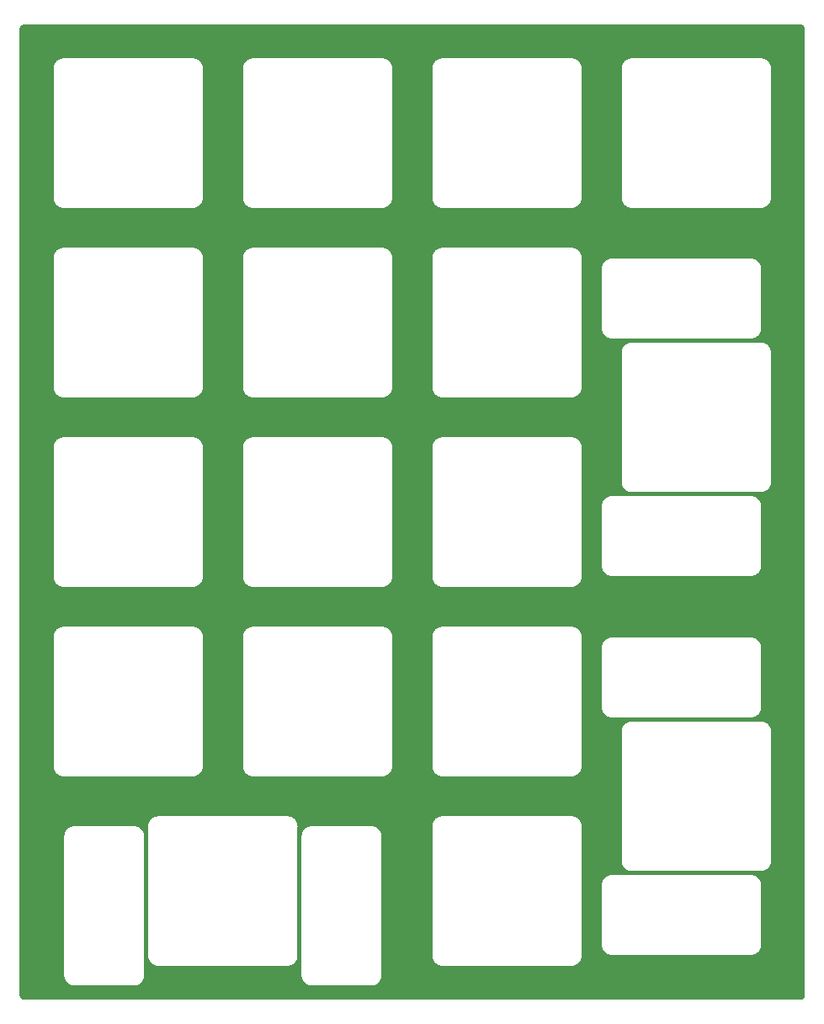
<source format=gbr>
%TF.GenerationSoftware,KiCad,Pcbnew,(6.0.1)*%
%TF.CreationDate,2022-03-10T18:19:00+09:00*%
%TF.ProjectId,plate,706c6174-652e-46b6-9963-61645f706362,rev?*%
%TF.SameCoordinates,Original*%
%TF.FileFunction,Copper,L2,Bot*%
%TF.FilePolarity,Positive*%
%FSLAX46Y46*%
G04 Gerber Fmt 4.6, Leading zero omitted, Abs format (unit mm)*
G04 Created by KiCad (PCBNEW (6.0.1)) date 2022-03-10 18:19:00*
%MOMM*%
%LPD*%
G01*
G04 APERTURE LIST*
G04 APERTURE END LIST*
%TA.AperFunction,NonConductor*%
G36*
X79179312Y-631513D02*
G01*
X79183142Y-631608D01*
X79202990Y-632100D01*
X79209212Y-632408D01*
X79224905Y-633576D01*
X79231061Y-634186D01*
X79246612Y-636118D01*
X79252724Y-637031D01*
X79268086Y-639711D01*
X79274143Y-640921D01*
X79289346Y-644349D01*
X79295290Y-645843D01*
X79310308Y-650010D01*
X79316178Y-651795D01*
X79330931Y-656676D01*
X79336701Y-658742D01*
X79351254Y-664358D01*
X79356878Y-666689D01*
X79371102Y-672991D01*
X79376647Y-675612D01*
X79390539Y-682596D01*
X79395934Y-685474D01*
X79409519Y-693157D01*
X79414778Y-696304D01*
X79427945Y-704625D01*
X79433067Y-708040D01*
X79445834Y-717014D01*
X79450795Y-720686D01*
X79463167Y-730323D01*
X79467978Y-734266D01*
X79479877Y-744517D01*
X79484502Y-748705D01*
X79495973Y-759622D01*
X79500380Y-764029D01*
X79511301Y-775504D01*
X79515492Y-780132D01*
X79525746Y-792035D01*
X79529676Y-796830D01*
X79539301Y-809185D01*
X79542972Y-814144D01*
X79549410Y-823304D01*
X79551966Y-826941D01*
X79555381Y-832062D01*
X79563713Y-845244D01*
X79566865Y-850514D01*
X79574514Y-864040D01*
X79577410Y-869465D01*
X79584396Y-883360D01*
X79587020Y-888913D01*
X79593317Y-903124D01*
X79595658Y-908774D01*
X79601273Y-923324D01*
X79603320Y-929039D01*
X79607387Y-941330D01*
X79608216Y-943837D01*
X79610002Y-949714D01*
X79614161Y-964700D01*
X79615663Y-970674D01*
X79619085Y-985847D01*
X79620296Y-991905D01*
X79622984Y-1007315D01*
X79623891Y-1013389D01*
X79625635Y-1027424D01*
X79625821Y-1028919D01*
X79626435Y-1035110D01*
X79627601Y-1050791D01*
X79627909Y-1057008D01*
X79628497Y-1080698D01*
X79628536Y-1083824D01*
X79628536Y-98222662D01*
X79628497Y-98225771D01*
X79628224Y-98236823D01*
X79627911Y-98249442D01*
X79627602Y-98255676D01*
X79626434Y-98271366D01*
X79625821Y-98277544D01*
X79623893Y-98293065D01*
X79622978Y-98299192D01*
X79620296Y-98314562D01*
X79619090Y-98320597D01*
X79616994Y-98329893D01*
X79615666Y-98335783D01*
X79614165Y-98341754D01*
X79610006Y-98356742D01*
X79608217Y-98362628D01*
X79603328Y-98377405D01*
X79601253Y-98383199D01*
X79595661Y-98397687D01*
X79593311Y-98403359D01*
X79587032Y-98417530D01*
X79584415Y-98423069D01*
X79577419Y-98436983D01*
X79577414Y-98436993D01*
X79574521Y-98442411D01*
X79566868Y-98455944D01*
X79563699Y-98461242D01*
X79555372Y-98474416D01*
X79551951Y-98479545D01*
X79542991Y-98492294D01*
X79539302Y-98497278D01*
X79529688Y-98509619D01*
X79525759Y-98514414D01*
X79515474Y-98526352D01*
X79511301Y-98530960D01*
X79500376Y-98542440D01*
X79495974Y-98546843D01*
X79484472Y-98557788D01*
X79479863Y-98561961D01*
X79467970Y-98572206D01*
X79463171Y-98576138D01*
X79450819Y-98585761D01*
X79445842Y-98589446D01*
X79433077Y-98598419D01*
X79427935Y-98601848D01*
X79414752Y-98610180D01*
X79409484Y-98613332D01*
X79395953Y-98620985D01*
X79390524Y-98623883D01*
X79376635Y-98630866D01*
X79371084Y-98633489D01*
X79356894Y-98639777D01*
X79351217Y-98642129D01*
X79336708Y-98647729D01*
X79330945Y-98649794D01*
X79316137Y-98654693D01*
X79310295Y-98656469D01*
X79295286Y-98660635D01*
X79289343Y-98662128D01*
X79274124Y-98665560D01*
X79268082Y-98666768D01*
X79252698Y-98669452D01*
X79246618Y-98670360D01*
X79231066Y-98672293D01*
X79224886Y-98672906D01*
X79209206Y-98674072D01*
X79202986Y-98674380D01*
X79182233Y-98674895D01*
X79179316Y-98674967D01*
X79176197Y-98675006D01*
X1094385Y-98675006D01*
X1091266Y-98674967D01*
X1087091Y-98674864D01*
X1067576Y-98674380D01*
X1061345Y-98674071D01*
X1045707Y-98672907D01*
X1039532Y-98672294D01*
X1024007Y-98670366D01*
X1017872Y-98669451D01*
X1016282Y-98669174D01*
X1002478Y-98666764D01*
X996440Y-98665557D01*
X981232Y-98662128D01*
X975295Y-98660636D01*
X960286Y-98656470D01*
X954432Y-98654690D01*
X939641Y-98649796D01*
X933865Y-98647727D01*
X919377Y-98642135D01*
X913719Y-98639792D01*
X899492Y-98633487D01*
X893947Y-98630866D01*
X886589Y-98627167D01*
X880058Y-98623883D01*
X874643Y-98620992D01*
X861086Y-98613324D01*
X855806Y-98610165D01*
X849613Y-98606250D01*
X842650Y-98601849D01*
X837519Y-98598428D01*
X835984Y-98597349D01*
X824721Y-98589432D01*
X819791Y-98585782D01*
X807406Y-98576135D01*
X802646Y-98572234D01*
X790703Y-98561944D01*
X786099Y-98557775D01*
X781455Y-98553356D01*
X774598Y-98546831D01*
X770204Y-98542437D01*
X759270Y-98530947D01*
X755085Y-98526325D01*
X744848Y-98514441D01*
X740920Y-98509647D01*
X731276Y-98497269D01*
X727585Y-98492284D01*
X721182Y-98483174D01*
X718619Y-98479527D01*
X715197Y-98474395D01*
X706883Y-98461240D01*
X703718Y-98455951D01*
X696060Y-98442410D01*
X693163Y-98436983D01*
X686187Y-98423108D01*
X683565Y-98417559D01*
X677269Y-98403352D01*
X674921Y-98397684D01*
X670480Y-98386178D01*
X669314Y-98383156D01*
X667246Y-98377381D01*
X662372Y-98362653D01*
X660580Y-98356760D01*
X660575Y-98356742D01*
X656416Y-98341751D01*
X654920Y-98335798D01*
X651492Y-98320597D01*
X650285Y-98314562D01*
X647601Y-98299183D01*
X646688Y-98293064D01*
X644947Y-98279050D01*
X644758Y-98277523D01*
X644147Y-98271375D01*
X642978Y-98255657D01*
X642671Y-98249447D01*
X642085Y-98225771D01*
X642046Y-98222662D01*
X641905Y-96279766D01*
X5131998Y-96279766D01*
X5133783Y-96303247D01*
X5134104Y-96309587D01*
X5134488Y-96324754D01*
X5134592Y-96328881D01*
X5134534Y-96330944D01*
X5135147Y-96335772D01*
X5135148Y-96335782D01*
X5137502Y-96354302D01*
X5138145Y-96360636D01*
X5139556Y-96379205D01*
X5139609Y-96381572D01*
X5143764Y-96404843D01*
X5144718Y-96411090D01*
X5146977Y-96428862D01*
X5147174Y-96431586D01*
X5148267Y-96436323D01*
X5148268Y-96436328D01*
X5152500Y-96454663D01*
X5153761Y-96460830D01*
X5156789Y-96477786D01*
X5157163Y-96480829D01*
X5162655Y-96500170D01*
X5163656Y-96503696D01*
X5165219Y-96509775D01*
X5168119Y-96522339D01*
X5168935Y-96525874D01*
X5169521Y-96529249D01*
X5171078Y-96533851D01*
X5171081Y-96533862D01*
X5177167Y-96551849D01*
X5179022Y-96557815D01*
X5182397Y-96569701D01*
X5182451Y-96569914D01*
X5182566Y-96570301D01*
X5182569Y-96570307D01*
X5183353Y-96573067D01*
X5184169Y-96576695D01*
X5192711Y-96598360D01*
X5192954Y-96598977D01*
X5195084Y-96604796D01*
X5198838Y-96615888D01*
X5198985Y-96616368D01*
X5199090Y-96616668D01*
X5199116Y-96616708D01*
X5199974Y-96619245D01*
X5201054Y-96623147D01*
X5203061Y-96627587D01*
X5203062Y-96627589D01*
X5210954Y-96645046D01*
X5213355Y-96650724D01*
X5217454Y-96661122D01*
X5217691Y-96661776D01*
X5217766Y-96661960D01*
X5217787Y-96661992D01*
X5217964Y-96662416D01*
X5218750Y-96664409D01*
X5220095Y-96668481D01*
X5222309Y-96672803D01*
X5222312Y-96672811D01*
X5231094Y-96689956D01*
X5233764Y-96695498D01*
X5238107Y-96705106D01*
X5238489Y-96706019D01*
X5239091Y-96707282D01*
X5239593Y-96708393D01*
X5241226Y-96712636D01*
X5253292Y-96733620D01*
X5256205Y-96738984D01*
X5260800Y-96747955D01*
X5261363Y-96749138D01*
X5262287Y-96750859D01*
X5262462Y-96751200D01*
X5264384Y-96755555D01*
X5267008Y-96759647D01*
X5267009Y-96759650D01*
X5277486Y-96775992D01*
X5280635Y-96781176D01*
X5285275Y-96789246D01*
X5285472Y-96789588D01*
X5286212Y-96790967D01*
X5287327Y-96792823D01*
X5289502Y-96797172D01*
X5298003Y-96809127D01*
X5303614Y-96817018D01*
X5306997Y-96822027D01*
X5312050Y-96829908D01*
X5312961Y-96831425D01*
X5314144Y-96833196D01*
X5316531Y-96837448D01*
X5318445Y-96839883D01*
X5318460Y-96839907D01*
X5318499Y-96839952D01*
X5331586Y-96856605D01*
X5331591Y-96856611D01*
X5335214Y-96861456D01*
X5340488Y-96868874D01*
X5341553Y-96870468D01*
X5342785Y-96872134D01*
X5345375Y-96876271D01*
X5347462Y-96878680D01*
X5347542Y-96878793D01*
X5347734Y-96878995D01*
X5350237Y-96881885D01*
X5350238Y-96881887D01*
X5361379Y-96894748D01*
X5365189Y-96899363D01*
X5370740Y-96906426D01*
X5371976Y-96908099D01*
X5373258Y-96909670D01*
X5376041Y-96913677D01*
X5378299Y-96916045D01*
X5378397Y-96916170D01*
X5378632Y-96916394D01*
X5392909Y-96931369D01*
X5396929Y-96935790D01*
X5402783Y-96942549D01*
X5404087Y-96944148D01*
X5405451Y-96945666D01*
X5408423Y-96949537D01*
X5410788Y-96951791D01*
X5410912Y-96951935D01*
X5411205Y-96952189D01*
X5414005Y-96954858D01*
X5426117Y-96966406D01*
X5430361Y-96970649D01*
X5436456Y-96977041D01*
X5437903Y-96978651D01*
X5439323Y-96980087D01*
X5442476Y-96983812D01*
X5444977Y-96985978D01*
X5445110Y-96986118D01*
X5445418Y-96986361D01*
X5446158Y-96987002D01*
X5446162Y-96987006D01*
X5446323Y-96987145D01*
X5448365Y-96988914D01*
X5460972Y-96999835D01*
X5465414Y-97003872D01*
X5471862Y-97010019D01*
X5473364Y-97011537D01*
X5474852Y-97012904D01*
X5478180Y-97016475D01*
X5480763Y-97018504D01*
X5480867Y-97018604D01*
X5481107Y-97018775D01*
X5497384Y-97031565D01*
X5502009Y-97035382D01*
X5508912Y-97041361D01*
X5510394Y-97042724D01*
X5511975Y-97044043D01*
X5515455Y-97047436D01*
X5518073Y-97049298D01*
X5518137Y-97049353D01*
X5518282Y-97049446D01*
X5521384Y-97051652D01*
X5521385Y-97051653D01*
X5535335Y-97061572D01*
X5540171Y-97065189D01*
X5540186Y-97065200D01*
X5547514Y-97070960D01*
X5548974Y-97072178D01*
X5550619Y-97073421D01*
X5554258Y-97076642D01*
X5558345Y-97079262D01*
X5558358Y-97079272D01*
X5574762Y-97089788D01*
X5579777Y-97093176D01*
X5587641Y-97098768D01*
X5588989Y-97099786D01*
X5590736Y-97100979D01*
X5594541Y-97104032D01*
X5615606Y-97116144D01*
X5620783Y-97119290D01*
X5629265Y-97124728D01*
X5630466Y-97125547D01*
X5632291Y-97126667D01*
X5632314Y-97126682D01*
X5636251Y-97129539D01*
X5657788Y-97140569D01*
X5657800Y-97140575D01*
X5663154Y-97143483D01*
X5672300Y-97148742D01*
X5673270Y-97149337D01*
X5674701Y-97150122D01*
X5675412Y-97150531D01*
X5679312Y-97153081D01*
X5683751Y-97155088D01*
X5683753Y-97155089D01*
X5701289Y-97163017D01*
X5706824Y-97165683D01*
X5716709Y-97170746D01*
X5717460Y-97171158D01*
X5717536Y-97171196D01*
X5717551Y-97171199D01*
X5718396Y-97171610D01*
X5719870Y-97172365D01*
X5723692Y-97174604D01*
X5746073Y-97183428D01*
X5751712Y-97185813D01*
X5762378Y-97190634D01*
X5762908Y-97190892D01*
X5763120Y-97190985D01*
X5763183Y-97190998D01*
X5765598Y-97192090D01*
X5769271Y-97194006D01*
X5773894Y-97195570D01*
X5773898Y-97195572D01*
X5791957Y-97201683D01*
X5797784Y-97203816D01*
X5809254Y-97208338D01*
X5809601Y-97208486D01*
X5809864Y-97208587D01*
X5809899Y-97208592D01*
X5812506Y-97209620D01*
X5816024Y-97211238D01*
X5820695Y-97212565D01*
X5820702Y-97212567D01*
X5838976Y-97217756D01*
X5844909Y-97219601D01*
X5857283Y-97223787D01*
X5857351Y-97223813D01*
X5857505Y-97223863D01*
X5857716Y-97223935D01*
X5857720Y-97223935D01*
X5860538Y-97224889D01*
X5863819Y-97226204D01*
X5868544Y-97227295D01*
X5868552Y-97227297D01*
X5886999Y-97231554D01*
X5893089Y-97233121D01*
X5906545Y-97236943D01*
X5906548Y-97236943D01*
X5909572Y-97237802D01*
X5912609Y-97238846D01*
X5917403Y-97239702D01*
X5917407Y-97239703D01*
X5935913Y-97243007D01*
X5942099Y-97244272D01*
X5959534Y-97248297D01*
X5962232Y-97249075D01*
X5985686Y-97252056D01*
X5991929Y-97253009D01*
X6010225Y-97256277D01*
X6012636Y-97256842D01*
X6017490Y-97257211D01*
X6036114Y-97258627D01*
X6042431Y-97259268D01*
X6061585Y-97261702D01*
X6063638Y-97262075D01*
X6068498Y-97262198D01*
X6068499Y-97262198D01*
X6070563Y-97262250D01*
X6087195Y-97262671D01*
X6093550Y-97262993D01*
X6096244Y-97263198D01*
X6098774Y-97263391D01*
X6098776Y-97263391D01*
X6099291Y-97263430D01*
X6102248Y-97263890D01*
X6105348Y-97263890D01*
X6113911Y-97264541D01*
X6119538Y-97264167D01*
X6127894Y-97263890D01*
X6133792Y-97263890D01*
X6136978Y-97263930D01*
X6160973Y-97264537D01*
X6160975Y-97264537D01*
X6165445Y-97264650D01*
X6169892Y-97264128D01*
X6172169Y-97264023D01*
X6177946Y-97263890D01*
X12100139Y-97263890D01*
X12106684Y-97264060D01*
X12107464Y-97264101D01*
X12112294Y-97264728D01*
X12117159Y-97264605D01*
X12117160Y-97264605D01*
X12143845Y-97263930D01*
X12147031Y-97263890D01*
X12147634Y-97263890D01*
X12157524Y-97264279D01*
X12158978Y-97264394D01*
X12158986Y-97264394D01*
X12163837Y-97264776D01*
X12168690Y-97264407D01*
X12168698Y-97264407D01*
X12187291Y-97262993D01*
X12193657Y-97262670D01*
X12209320Y-97262274D01*
X12209321Y-97262274D01*
X12212951Y-97262182D01*
X12215014Y-97262240D01*
X12219844Y-97261626D01*
X12219848Y-97261626D01*
X12238398Y-97259269D01*
X12244726Y-97258627D01*
X12250643Y-97258177D01*
X12263258Y-97257218D01*
X12265639Y-97257165D01*
X12288915Y-97253009D01*
X12295167Y-97252054D01*
X12309599Y-97250220D01*
X12312911Y-97249799D01*
X12315657Y-97249600D01*
X12320401Y-97248505D01*
X12320407Y-97248504D01*
X12338737Y-97244273D01*
X12344892Y-97243013D01*
X12361862Y-97239983D01*
X12364900Y-97239610D01*
X12387813Y-97233104D01*
X12393840Y-97231554D01*
X12409929Y-97227840D01*
X12413314Y-97227253D01*
X12421973Y-97224323D01*
X12435905Y-97219609D01*
X12441864Y-97217755D01*
X12453774Y-97214374D01*
X12454017Y-97214312D01*
X12454366Y-97214209D01*
X12454378Y-97214202D01*
X12457126Y-97213422D01*
X12460768Y-97212603D01*
X12483069Y-97203810D01*
X12488871Y-97201687D01*
X12499978Y-97197928D01*
X12500447Y-97197784D01*
X12500720Y-97197688D01*
X12500761Y-97197663D01*
X12503315Y-97196799D01*
X12507211Y-97195720D01*
X12529110Y-97185819D01*
X12534787Y-97183419D01*
X12545150Y-97179334D01*
X12545822Y-97179091D01*
X12546017Y-97179012D01*
X12546052Y-97178987D01*
X12546424Y-97178832D01*
X12548457Y-97178030D01*
X12552527Y-97176686D01*
X12574027Y-97165676D01*
X12579502Y-97163038D01*
X12589165Y-97158669D01*
X12590080Y-97158286D01*
X12591362Y-97157675D01*
X12592442Y-97157187D01*
X12596700Y-97155549D01*
X12617673Y-97143489D01*
X12623019Y-97140585D01*
X12632077Y-97135947D01*
X12633194Y-97135415D01*
X12634822Y-97134541D01*
X12635298Y-97134297D01*
X12639629Y-97132386D01*
X12643727Y-97129759D01*
X12643734Y-97129755D01*
X12660067Y-97119284D01*
X12665242Y-97116139D01*
X12673675Y-97111290D01*
X12675018Y-97110569D01*
X12676875Y-97109453D01*
X12681235Y-97107273D01*
X12690147Y-97100936D01*
X12701077Y-97093163D01*
X12706095Y-97089773D01*
X12713964Y-97084729D01*
X12715491Y-97083812D01*
X12717244Y-97082641D01*
X12721497Y-97080253D01*
X12723941Y-97078332D01*
X12723979Y-97078308D01*
X12724049Y-97078248D01*
X12740674Y-97065183D01*
X12745496Y-97061577D01*
X12752935Y-97056288D01*
X12754557Y-97055205D01*
X12756224Y-97053973D01*
X12760347Y-97051391D01*
X12762757Y-97049303D01*
X12762856Y-97049233D01*
X12763036Y-97049062D01*
X12766741Y-97045853D01*
X12778820Y-97035389D01*
X12783449Y-97031569D01*
X12790497Y-97026030D01*
X12792166Y-97024797D01*
X12793741Y-97023511D01*
X12797740Y-97020734D01*
X12800097Y-97018486D01*
X12800220Y-97018390D01*
X12800440Y-97018160D01*
X12815432Y-97003866D01*
X12819873Y-96999830D01*
X12826577Y-96994023D01*
X12828214Y-96992687D01*
X12829729Y-96991326D01*
X12833589Y-96988362D01*
X12835856Y-96985985D01*
X12836010Y-96985851D01*
X12836282Y-96985537D01*
X12838815Y-96982881D01*
X12838816Y-96982880D01*
X12850469Y-96970658D01*
X12854713Y-96966414D01*
X12861114Y-96960311D01*
X12862721Y-96958867D01*
X12864166Y-96957438D01*
X12867885Y-96954290D01*
X12870053Y-96951787D01*
X12870181Y-96951665D01*
X12870403Y-96951383D01*
X12883897Y-96935804D01*
X12887940Y-96931357D01*
X12891295Y-96927839D01*
X12894114Y-96924882D01*
X12895604Y-96923409D01*
X12896983Y-96921909D01*
X12900538Y-96918595D01*
X12902552Y-96916033D01*
X12902658Y-96915921D01*
X12902841Y-96915664D01*
X12915650Y-96899364D01*
X12919460Y-96894748D01*
X12925416Y-96887872D01*
X12926786Y-96886382D01*
X12928091Y-96884819D01*
X12931488Y-96881333D01*
X12933359Y-96878702D01*
X12933424Y-96878627D01*
X12933534Y-96878456D01*
X12934312Y-96877362D01*
X12934437Y-96877187D01*
X12934438Y-96877185D01*
X12935707Y-96875401D01*
X12945638Y-96861437D01*
X12949251Y-96856605D01*
X12950153Y-96855458D01*
X12955006Y-96849282D01*
X12956239Y-96847804D01*
X12957481Y-96846161D01*
X12960706Y-96842517D01*
X12964398Y-96836759D01*
X12973832Y-96822042D01*
X12977222Y-96817023D01*
X12979724Y-96813505D01*
X12982839Y-96809124D01*
X12983857Y-96807779D01*
X12985059Y-96806018D01*
X12988096Y-96802234D01*
X13000202Y-96781179D01*
X13003359Y-96775984D01*
X13008791Y-96767511D01*
X13009613Y-96766306D01*
X13010751Y-96764453D01*
X13013608Y-96760516D01*
X13018379Y-96751200D01*
X13024645Y-96738966D01*
X13027561Y-96733597D01*
X13032804Y-96724478D01*
X13033398Y-96723510D01*
X13034170Y-96722103D01*
X13034600Y-96721355D01*
X13037145Y-96717462D01*
X13047090Y-96695465D01*
X13049750Y-96689943D01*
X13054778Y-96680124D01*
X13055195Y-96679364D01*
X13055248Y-96679257D01*
X13055253Y-96679241D01*
X13055678Y-96678366D01*
X13056412Y-96676934D01*
X13058659Y-96673099D01*
X13067483Y-96650720D01*
X13069867Y-96645083D01*
X13074711Y-96634368D01*
X13074971Y-96633833D01*
X13075047Y-96633661D01*
X13075060Y-96633599D01*
X13075082Y-96633547D01*
X13076155Y-96631174D01*
X13078079Y-96627485D01*
X13085755Y-96604796D01*
X13087885Y-96598979D01*
X13092413Y-96587497D01*
X13092547Y-96587182D01*
X13092652Y-96586908D01*
X13092656Y-96586880D01*
X13093692Y-96584253D01*
X13095297Y-96580763D01*
X13101818Y-96557802D01*
X13103670Y-96551848D01*
X13107850Y-96539494D01*
X13107880Y-96539414D01*
X13107945Y-96539214D01*
X13108000Y-96539051D01*
X13108000Y-96539049D01*
X13108955Y-96536227D01*
X13110276Y-96532930D01*
X13115620Y-96509775D01*
X13117179Y-96503717D01*
X13121013Y-96490216D01*
X13121013Y-96490210D01*
X13121873Y-96487183D01*
X13122905Y-96484182D01*
X13124048Y-96477786D01*
X13125804Y-96467950D01*
X13127077Y-96460826D01*
X13128340Y-96454652D01*
X13129146Y-96451160D01*
X13132350Y-96437276D01*
X13133145Y-96434518D01*
X13134204Y-96426187D01*
X13136119Y-96411111D01*
X13137076Y-96404843D01*
X13139736Y-96389950D01*
X13139736Y-96389947D01*
X13140348Y-96386519D01*
X13140903Y-96384153D01*
X13142691Y-96360645D01*
X13143332Y-96354332D01*
X13145304Y-96338807D01*
X13145758Y-96335233D01*
X13146140Y-96333132D01*
X13146736Y-96309587D01*
X13147057Y-96303247D01*
X13147180Y-96301630D01*
X13147496Y-96297466D01*
X13147955Y-96294521D01*
X13147955Y-96291437D01*
X13148606Y-96282878D01*
X13148309Y-96278406D01*
X13148309Y-96278398D01*
X13148232Y-96277246D01*
X13148200Y-96276269D01*
X29007858Y-96276269D01*
X29008228Y-96281130D01*
X29009640Y-96299707D01*
X29009963Y-96306074D01*
X29010452Y-96325410D01*
X29010395Y-96327427D01*
X29013370Y-96350836D01*
X29014007Y-96357123D01*
X29015417Y-96375662D01*
X29015470Y-96378055D01*
X29017499Y-96389417D01*
X29019621Y-96401302D01*
X29020576Y-96407558D01*
X29022414Y-96422021D01*
X29022416Y-96422026D01*
X29022837Y-96425340D01*
X29023035Y-96428073D01*
X29024130Y-96432816D01*
X29024131Y-96432824D01*
X29028362Y-96451153D01*
X29029623Y-96457315D01*
X29032650Y-96474267D01*
X29033023Y-96477305D01*
X29039517Y-96500175D01*
X29041080Y-96506254D01*
X29044116Y-96519406D01*
X29044793Y-96522339D01*
X29045382Y-96525732D01*
X29053023Y-96548312D01*
X29054882Y-96554292D01*
X29058267Y-96566218D01*
X29058313Y-96566398D01*
X29058430Y-96566794D01*
X29058433Y-96566799D01*
X29059216Y-96569558D01*
X29060030Y-96573178D01*
X29068815Y-96595460D01*
X29070945Y-96601279D01*
X29074699Y-96612371D01*
X29074846Y-96612851D01*
X29074951Y-96613151D01*
X29074977Y-96613191D01*
X29075835Y-96615728D01*
X29076915Y-96619630D01*
X29078922Y-96624070D01*
X29078923Y-96624072D01*
X29086815Y-96641529D01*
X29089216Y-96647207D01*
X29093315Y-96657605D01*
X29093552Y-96658259D01*
X29093627Y-96658443D01*
X29093648Y-96658475D01*
X29093825Y-96658899D01*
X29094611Y-96660892D01*
X29095956Y-96664964D01*
X29098170Y-96669286D01*
X29098173Y-96669294D01*
X29106955Y-96686439D01*
X29109618Y-96691967D01*
X29113512Y-96700580D01*
X29113968Y-96701589D01*
X29114350Y-96702502D01*
X29114952Y-96703765D01*
X29115454Y-96704876D01*
X29117087Y-96709119D01*
X29129152Y-96730101D01*
X29129153Y-96730103D01*
X29132066Y-96735467D01*
X29136661Y-96744438D01*
X29137224Y-96745621D01*
X29138148Y-96747342D01*
X29138323Y-96747683D01*
X29140245Y-96752038D01*
X29142869Y-96756130D01*
X29142870Y-96756133D01*
X29153347Y-96772475D01*
X29156491Y-96777650D01*
X29161333Y-96786071D01*
X29162073Y-96787450D01*
X29163188Y-96789307D01*
X29165363Y-96793655D01*
X29168182Y-96797620D01*
X29168183Y-96797621D01*
X29179477Y-96813505D01*
X29182861Y-96818514D01*
X29187901Y-96826375D01*
X29188828Y-96827918D01*
X29190002Y-96829676D01*
X29192383Y-96833917D01*
X29194297Y-96836353D01*
X29194321Y-96836390D01*
X29194381Y-96836459D01*
X29195383Y-96837734D01*
X29195389Y-96837743D01*
X29195417Y-96837778D01*
X29195419Y-96837779D01*
X29196709Y-96839422D01*
X29196710Y-96839424D01*
X29207454Y-96853096D01*
X29211063Y-96857922D01*
X29213576Y-96861456D01*
X29216354Y-96865363D01*
X29217440Y-96866988D01*
X29218669Y-96868651D01*
X29221253Y-96872778D01*
X29223339Y-96875187D01*
X29223403Y-96875276D01*
X29223558Y-96875439D01*
X29229982Y-96882855D01*
X29237258Y-96891255D01*
X29241084Y-96895892D01*
X29246584Y-96902890D01*
X29247817Y-96904558D01*
X29249118Y-96906152D01*
X29251893Y-96910148D01*
X29254139Y-96912504D01*
X29254246Y-96912640D01*
X29254502Y-96912884D01*
X29255249Y-96913668D01*
X29255267Y-96913686D01*
X29257009Y-96915514D01*
X29268765Y-96927847D01*
X29272793Y-96932278D01*
X29278592Y-96938971D01*
X29279937Y-96940620D01*
X29281310Y-96942148D01*
X29284274Y-96946009D01*
X29286658Y-96948282D01*
X29286794Y-96948439D01*
X29287112Y-96948715D01*
X29287802Y-96949373D01*
X29287812Y-96949384D01*
X29288019Y-96949581D01*
X29288023Y-96949583D01*
X29289768Y-96951247D01*
X29289770Y-96951251D01*
X29301981Y-96962893D01*
X29306229Y-96967141D01*
X29312364Y-96973576D01*
X29313789Y-96975162D01*
X29315209Y-96976598D01*
X29318357Y-96980316D01*
X29320843Y-96982469D01*
X29320960Y-96982592D01*
X29321232Y-96982806D01*
X29327158Y-96987939D01*
X29336809Y-96996298D01*
X29341266Y-97000349D01*
X29347761Y-97006542D01*
X29349203Y-97008001D01*
X29350710Y-97009386D01*
X29354029Y-97012946D01*
X29356589Y-97014958D01*
X29356715Y-97015078D01*
X29357004Y-97015284D01*
X29363819Y-97020640D01*
X29373265Y-97028064D01*
X29377860Y-97031854D01*
X29384756Y-97037827D01*
X29386271Y-97039220D01*
X29387829Y-97040520D01*
X29391316Y-97043919D01*
X29393959Y-97045798D01*
X29394022Y-97045853D01*
X29394166Y-97045946D01*
X29411213Y-97058067D01*
X29416022Y-97061665D01*
X29423375Y-97067444D01*
X29424801Y-97068633D01*
X29426471Y-97069895D01*
X29430119Y-97073125D01*
X29434219Y-97075754D01*
X29434225Y-97075758D01*
X29450623Y-97086271D01*
X29455633Y-97089655D01*
X29463481Y-97095235D01*
X29464836Y-97096259D01*
X29466598Y-97097462D01*
X29470394Y-97100509D01*
X29474615Y-97102936D01*
X29491456Y-97112620D01*
X29496617Y-97115755D01*
X29505116Y-97121204D01*
X29506353Y-97122048D01*
X29508189Y-97123175D01*
X29512119Y-97126027D01*
X29521402Y-97130781D01*
X29533656Y-97137057D01*
X29539024Y-97139973D01*
X29548169Y-97145231D01*
X29549109Y-97145808D01*
X29550485Y-97146563D01*
X29551299Y-97147031D01*
X29555173Y-97149564D01*
X29577172Y-97159510D01*
X29582676Y-97162161D01*
X29586832Y-97164289D01*
X29592534Y-97167209D01*
X29593304Y-97167631D01*
X29593386Y-97167672D01*
X29593405Y-97167677D01*
X29594261Y-97168093D01*
X29595711Y-97168836D01*
X29599546Y-97171083D01*
X29619657Y-97179012D01*
X29621886Y-97179891D01*
X29627575Y-97182297D01*
X29638241Y-97187119D01*
X29638785Y-97187384D01*
X29638963Y-97187462D01*
X29639024Y-97187474D01*
X29639076Y-97187496D01*
X29641451Y-97188570D01*
X29645131Y-97190489D01*
X29649741Y-97192049D01*
X29649746Y-97192051D01*
X29667817Y-97198166D01*
X29673635Y-97200295D01*
X29685136Y-97204830D01*
X29685477Y-97204976D01*
X29685730Y-97205072D01*
X29685762Y-97205077D01*
X29688375Y-97206107D01*
X29691884Y-97207721D01*
X29696554Y-97209047D01*
X29696559Y-97209049D01*
X29714836Y-97214239D01*
X29720769Y-97216084D01*
X29733143Y-97220270D01*
X29733211Y-97220296D01*
X29733365Y-97220346D01*
X29733576Y-97220418D01*
X29733580Y-97220418D01*
X29736398Y-97221372D01*
X29739679Y-97222687D01*
X29744404Y-97223778D01*
X29744412Y-97223780D01*
X29762859Y-97228037D01*
X29768949Y-97229604D01*
X29782405Y-97233426D01*
X29782408Y-97233426D01*
X29785432Y-97234285D01*
X29788469Y-97235329D01*
X29811810Y-97239497D01*
X29817941Y-97240751D01*
X29835423Y-97244786D01*
X29838112Y-97245562D01*
X29855422Y-97247761D01*
X29861539Y-97248539D01*
X29867801Y-97249496D01*
X29882652Y-97252148D01*
X29882657Y-97252148D01*
X29886074Y-97252758D01*
X29888476Y-97253321D01*
X29893321Y-97253690D01*
X29893324Y-97253690D01*
X29911980Y-97255109D01*
X29918304Y-97255751D01*
X29933813Y-97257722D01*
X29933816Y-97257722D01*
X29937399Y-97258177D01*
X29939498Y-97258558D01*
X29944356Y-97258681D01*
X29944357Y-97258681D01*
X29963036Y-97259154D01*
X29969382Y-97259475D01*
X29970999Y-97259598D01*
X29975163Y-97259914D01*
X29978108Y-97260373D01*
X29981192Y-97260373D01*
X29981845Y-97260423D01*
X29981846Y-97260423D01*
X29983043Y-97260514D01*
X29989751Y-97261024D01*
X29994223Y-97260727D01*
X29994231Y-97260727D01*
X29995383Y-97260650D01*
X30003733Y-97260373D01*
X30009652Y-97260373D01*
X30012838Y-97260413D01*
X30036833Y-97261020D01*
X30036835Y-97261020D01*
X30041305Y-97261133D01*
X30045752Y-97260611D01*
X30048029Y-97260506D01*
X30053806Y-97260373D01*
X35975999Y-97260373D01*
X35982544Y-97260543D01*
X35983324Y-97260584D01*
X35988154Y-97261211D01*
X35993019Y-97261088D01*
X35993020Y-97261088D01*
X36019705Y-97260413D01*
X36022891Y-97260373D01*
X36023503Y-97260373D01*
X36033388Y-97260761D01*
X36033942Y-97260804D01*
X36039717Y-97261259D01*
X36063189Y-97259474D01*
X36069521Y-97259153D01*
X36081142Y-97258859D01*
X36085171Y-97258757D01*
X36085172Y-97258757D01*
X36088802Y-97258665D01*
X36090854Y-97258723D01*
X36095686Y-97258109D01*
X36095688Y-97258109D01*
X36114248Y-97255751D01*
X36120573Y-97255109D01*
X36135607Y-97253966D01*
X36135608Y-97253966D01*
X36139088Y-97253701D01*
X36141503Y-97253647D01*
X36164762Y-97249494D01*
X36171025Y-97248538D01*
X36175008Y-97248032D01*
X36188799Y-97246280D01*
X36191516Y-97246083D01*
X36197136Y-97244786D01*
X36214600Y-97240755D01*
X36220785Y-97239490D01*
X36234584Y-97237026D01*
X36234585Y-97237025D01*
X36237712Y-97236467D01*
X36240759Y-97236093D01*
X36263672Y-97229587D01*
X36269699Y-97228037D01*
X36285788Y-97224323D01*
X36289173Y-97223736D01*
X36296159Y-97221372D01*
X36311764Y-97216092D01*
X36317723Y-97214238D01*
X36329633Y-97210857D01*
X36329876Y-97210795D01*
X36330225Y-97210692D01*
X36330237Y-97210685D01*
X36332985Y-97209905D01*
X36336627Y-97209086D01*
X36358928Y-97200293D01*
X36364730Y-97198170D01*
X36375837Y-97194411D01*
X36376306Y-97194267D01*
X36376579Y-97194171D01*
X36376620Y-97194146D01*
X36379174Y-97193282D01*
X36383070Y-97192203D01*
X36404981Y-97182297D01*
X36410646Y-97179902D01*
X36421009Y-97175817D01*
X36421681Y-97175574D01*
X36421876Y-97175495D01*
X36421911Y-97175470D01*
X36422283Y-97175314D01*
X36424316Y-97174513D01*
X36428386Y-97173169D01*
X36432710Y-97170955D01*
X36432714Y-97170953D01*
X36449864Y-97162170D01*
X36455387Y-97159510D01*
X36465017Y-97155156D01*
X36465926Y-97154776D01*
X36467243Y-97154149D01*
X36468308Y-97153667D01*
X36472568Y-97152028D01*
X36493532Y-97139973D01*
X36498887Y-97137064D01*
X36507935Y-97132431D01*
X36509061Y-97131895D01*
X36510685Y-97131023D01*
X36511157Y-97130781D01*
X36515477Y-97128874D01*
X36535918Y-97115770D01*
X36541103Y-97112620D01*
X36549486Y-97107799D01*
X36550875Y-97107053D01*
X36552739Y-97105933D01*
X36557094Y-97103756D01*
X36576737Y-97089788D01*
X36576940Y-97089644D01*
X36581949Y-97086261D01*
X36589830Y-97081208D01*
X36591360Y-97080289D01*
X36593126Y-97079109D01*
X36597370Y-97076727D01*
X36599807Y-97074812D01*
X36599829Y-97074798D01*
X36599874Y-97074759D01*
X36601297Y-97073641D01*
X36601492Y-97073488D01*
X36601493Y-97073486D01*
X36616536Y-97061665D01*
X36621376Y-97058046D01*
X36628828Y-97052748D01*
X36630390Y-97051705D01*
X36632075Y-97050459D01*
X36636204Y-97047874D01*
X36638605Y-97045794D01*
X36638715Y-97045716D01*
X36638915Y-97045526D01*
X36654670Y-97031879D01*
X36659302Y-97028056D01*
X36661863Y-97026043D01*
X36666324Y-97022537D01*
X36668000Y-97021299D01*
X36669586Y-97020005D01*
X36673587Y-97017226D01*
X36675953Y-97014970D01*
X36676092Y-97014861D01*
X36676340Y-97014601D01*
X36677167Y-97013813D01*
X36677355Y-97013634D01*
X36677356Y-97013632D01*
X36691289Y-97000349D01*
X36695735Y-96996309D01*
X36702475Y-96990472D01*
X36704105Y-96989142D01*
X36705613Y-96987787D01*
X36709470Y-96984825D01*
X36711729Y-96982456D01*
X36711867Y-96982336D01*
X36712112Y-96982054D01*
X36712826Y-96981305D01*
X36712835Y-96981297D01*
X36713041Y-96981081D01*
X36713044Y-96981077D01*
X36714639Y-96979404D01*
X36714640Y-96979403D01*
X36726329Y-96967142D01*
X36730586Y-96962885D01*
X36737011Y-96956760D01*
X36738580Y-96955350D01*
X36740022Y-96953924D01*
X36743733Y-96950782D01*
X36745883Y-96948300D01*
X36746031Y-96948159D01*
X36746289Y-96947831D01*
X36759767Y-96932272D01*
X36763797Y-96927839D01*
X36769949Y-96921387D01*
X36771470Y-96919882D01*
X36772834Y-96918398D01*
X36776396Y-96915078D01*
X36778428Y-96912493D01*
X36778535Y-96912380D01*
X36778719Y-96912122D01*
X36779398Y-96911258D01*
X36779409Y-96911246D01*
X36779543Y-96911075D01*
X36779545Y-96911070D01*
X36780945Y-96909290D01*
X36780947Y-96909288D01*
X36791492Y-96895869D01*
X36795309Y-96891242D01*
X36801291Y-96884337D01*
X36802653Y-96882855D01*
X36803953Y-96881298D01*
X36807346Y-96877816D01*
X36809210Y-96875195D01*
X36809274Y-96875121D01*
X36809382Y-96874952D01*
X36810163Y-96873854D01*
X36810167Y-96873849D01*
X36810242Y-96873743D01*
X36810242Y-96873742D01*
X36811577Y-96871866D01*
X36811578Y-96871865D01*
X36821494Y-96857922D01*
X36825101Y-96853098D01*
X36825103Y-96853096D01*
X36830876Y-96845749D01*
X36832114Y-96844266D01*
X36833356Y-96842624D01*
X36836575Y-96838986D01*
X36839194Y-96834900D01*
X36839198Y-96834895D01*
X36849707Y-96818500D01*
X36853103Y-96813473D01*
X36857153Y-96807779D01*
X36858708Y-96805592D01*
X36859707Y-96804270D01*
X36860906Y-96802514D01*
X36863953Y-96798717D01*
X36869399Y-96789246D01*
X36876067Y-96777650D01*
X36879217Y-96772466D01*
X36884626Y-96764027D01*
X36885455Y-96762812D01*
X36886594Y-96760958D01*
X36889455Y-96757015D01*
X36891671Y-96752689D01*
X36891675Y-96752682D01*
X36900491Y-96735468D01*
X36903406Y-96730101D01*
X36908651Y-96720979D01*
X36909266Y-96719977D01*
X36910079Y-96718495D01*
X36910450Y-96717850D01*
X36913003Y-96713945D01*
X36922955Y-96691932D01*
X36925602Y-96686439D01*
X36930672Y-96676540D01*
X36931078Y-96675800D01*
X36931121Y-96675715D01*
X36931127Y-96675692D01*
X36931517Y-96674889D01*
X36932290Y-96673381D01*
X36934526Y-96669565D01*
X36943350Y-96647184D01*
X36945735Y-96641545D01*
X36950556Y-96630879D01*
X36950814Y-96630349D01*
X36950907Y-96630137D01*
X36950920Y-96630074D01*
X36952012Y-96627659D01*
X36953928Y-96623986D01*
X36961606Y-96601295D01*
X36963742Y-96595460D01*
X36968264Y-96583992D01*
X36968411Y-96583646D01*
X36968511Y-96583386D01*
X36968516Y-96583354D01*
X36969545Y-96580743D01*
X36971164Y-96577223D01*
X36972494Y-96572540D01*
X36972497Y-96572531D01*
X36977679Y-96554280D01*
X36979534Y-96548312D01*
X36983706Y-96535985D01*
X36983724Y-96535935D01*
X36983758Y-96535830D01*
X36984815Y-96532706D01*
X36986126Y-96529436D01*
X36991485Y-96506217D01*
X36993041Y-96500170D01*
X36996861Y-96486718D01*
X36997718Y-96483700D01*
X36998768Y-96480646D01*
X37002934Y-96457315D01*
X37004193Y-96451160D01*
X37007471Y-96436962D01*
X37007471Y-96436960D01*
X37008218Y-96433724D01*
X37008998Y-96431020D01*
X37011976Y-96407586D01*
X37012933Y-96401320D01*
X37015587Y-96386457D01*
X37015587Y-96386455D01*
X37016197Y-96383039D01*
X37016765Y-96380617D01*
X37018553Y-96357098D01*
X37019192Y-96350808D01*
X37021167Y-96335272D01*
X37021167Y-96335269D01*
X37021624Y-96331670D01*
X37021997Y-96329615D01*
X37022593Y-96306070D01*
X37022915Y-96299710D01*
X37023314Y-96294459D01*
X37023352Y-96293959D01*
X37023812Y-96291004D01*
X37023812Y-96287904D01*
X37024463Y-96279341D01*
X37024089Y-96273713D01*
X37023812Y-96265357D01*
X37023812Y-96259459D01*
X37023852Y-96256273D01*
X37024459Y-96232278D01*
X37024459Y-96232276D01*
X37024572Y-96227806D01*
X37024050Y-96223359D01*
X37023945Y-96221082D01*
X37023812Y-96215305D01*
X37023812Y-94279532D01*
X42145228Y-94279532D01*
X42145597Y-94284385D01*
X42145597Y-94284394D01*
X42147011Y-94302988D01*
X42147334Y-94309352D01*
X42147822Y-94328644D01*
X42147764Y-94330707D01*
X42148378Y-94335539D01*
X42150735Y-94354089D01*
X42151377Y-94360419D01*
X42152786Y-94378954D01*
X42152839Y-94381332D01*
X42153693Y-94386117D01*
X42153694Y-94386123D01*
X42156993Y-94404595D01*
X42157950Y-94410862D01*
X42160206Y-94428624D01*
X42160404Y-94431350D01*
X42165733Y-94454441D01*
X42166986Y-94460562D01*
X42170020Y-94477554D01*
X42170393Y-94480593D01*
X42173055Y-94489968D01*
X42176886Y-94503460D01*
X42178449Y-94509539D01*
X42178453Y-94509555D01*
X42182165Y-94525638D01*
X42182751Y-94529013D01*
X42190398Y-94551612D01*
X42192249Y-94557566D01*
X42194518Y-94565555D01*
X42195628Y-94569465D01*
X42195676Y-94569654D01*
X42195805Y-94570090D01*
X42195807Y-94570093D01*
X42196585Y-94572834D01*
X42197402Y-94576471D01*
X42199192Y-94581010D01*
X42199192Y-94581011D01*
X42206190Y-94598759D01*
X42208324Y-94604587D01*
X42212056Y-94615615D01*
X42212205Y-94616100D01*
X42212314Y-94616412D01*
X42212339Y-94616453D01*
X42213198Y-94618991D01*
X42214278Y-94622894D01*
X42216285Y-94627334D01*
X42216288Y-94627342D01*
X42224183Y-94644807D01*
X42226581Y-94650476D01*
X42230658Y-94660815D01*
X42230915Y-94661526D01*
X42230991Y-94661712D01*
X42231013Y-94661744D01*
X42231204Y-94662201D01*
X42231973Y-94664151D01*
X42233325Y-94668246D01*
X42244322Y-94689716D01*
X42246968Y-94695209D01*
X42246987Y-94695250D01*
X42251348Y-94704897D01*
X42251707Y-94705756D01*
X42251736Y-94705817D01*
X42251765Y-94705881D01*
X42251768Y-94705885D01*
X42252278Y-94706954D01*
X42252832Y-94708181D01*
X42254456Y-94712401D01*
X42266521Y-94733383D01*
X42266526Y-94733392D01*
X42269433Y-94738745D01*
X42274023Y-94747707D01*
X42274591Y-94748899D01*
X42275524Y-94750637D01*
X42275682Y-94750945D01*
X42277608Y-94755310D01*
X42280228Y-94759398D01*
X42280235Y-94759410D01*
X42290723Y-94775770D01*
X42293858Y-94780929D01*
X42298720Y-94789385D01*
X42299454Y-94790753D01*
X42300566Y-94792604D01*
X42302741Y-94796953D01*
X42305561Y-94800919D01*
X42305565Y-94800925D01*
X42316829Y-94816763D01*
X42320205Y-94821759D01*
X42325294Y-94829697D01*
X42326187Y-94831185D01*
X42327362Y-94832944D01*
X42329745Y-94837189D01*
X42331653Y-94839617D01*
X42331683Y-94839664D01*
X42331759Y-94839752D01*
X42344837Y-94856395D01*
X42348433Y-94861203D01*
X42353703Y-94868614D01*
X42354801Y-94870258D01*
X42356027Y-94871917D01*
X42358615Y-94876051D01*
X42360718Y-94878479D01*
X42360785Y-94878573D01*
X42360948Y-94878744D01*
X42363355Y-94881522D01*
X42363355Y-94881523D01*
X42374601Y-94894505D01*
X42378447Y-94899167D01*
X42383983Y-94906214D01*
X42385203Y-94907864D01*
X42386498Y-94909451D01*
X42389272Y-94913444D01*
X42391509Y-94915790D01*
X42391607Y-94915915D01*
X42391842Y-94916140D01*
X42394588Y-94919020D01*
X42394589Y-94919022D01*
X42406129Y-94931124D01*
X42410184Y-94935585D01*
X42415990Y-94942289D01*
X42417322Y-94943922D01*
X42418683Y-94945437D01*
X42421644Y-94949293D01*
X42424021Y-94951560D01*
X42424155Y-94951714D01*
X42424469Y-94951986D01*
X42439358Y-94966182D01*
X42443594Y-94970418D01*
X42449692Y-94976814D01*
X42451136Y-94978420D01*
X42452551Y-94979851D01*
X42455705Y-94983577D01*
X42458207Y-94985744D01*
X42458341Y-94985885D01*
X42458652Y-94986130D01*
X42464695Y-94991365D01*
X42474178Y-94999580D01*
X42478620Y-95003617D01*
X42485113Y-95009807D01*
X42486587Y-95011298D01*
X42488088Y-95012677D01*
X42491411Y-95016243D01*
X42493979Y-95018261D01*
X42494085Y-95018362D01*
X42494328Y-95018535D01*
X42510623Y-95031339D01*
X42515266Y-95035172D01*
X42522129Y-95041118D01*
X42523622Y-95042490D01*
X42525190Y-95043799D01*
X42528673Y-95047193D01*
X42531295Y-95049058D01*
X42531367Y-95049120D01*
X42531531Y-95049226D01*
X42532640Y-95050014D01*
X42532644Y-95050018D01*
X42532663Y-95050031D01*
X42534349Y-95051230D01*
X42548569Y-95061342D01*
X42553398Y-95064954D01*
X42557076Y-95067844D01*
X42560731Y-95070717D01*
X42562200Y-95071942D01*
X42563842Y-95073183D01*
X42567489Y-95076411D01*
X42571586Y-95079038D01*
X42571588Y-95079039D01*
X42587964Y-95089537D01*
X42592979Y-95092924D01*
X42600878Y-95098541D01*
X42600879Y-95098542D01*
X42602227Y-95099562D01*
X42603989Y-95100765D01*
X42607772Y-95103801D01*
X42628838Y-95115914D01*
X42634016Y-95119060D01*
X42642472Y-95124481D01*
X42643685Y-95125309D01*
X42645536Y-95126445D01*
X42649474Y-95129303D01*
X42671039Y-95140348D01*
X42676374Y-95143246D01*
X42682328Y-95146669D01*
X42685520Y-95148505D01*
X42686494Y-95149103D01*
X42687945Y-95149899D01*
X42688637Y-95150297D01*
X42692536Y-95152846D01*
X42696969Y-95154850D01*
X42696974Y-95154853D01*
X42714517Y-95162785D01*
X42720044Y-95165448D01*
X42729914Y-95170503D01*
X42730653Y-95170908D01*
X42730758Y-95170961D01*
X42730777Y-95170966D01*
X42731621Y-95171377D01*
X42733090Y-95172129D01*
X42736906Y-95174365D01*
X42759276Y-95183186D01*
X42764932Y-95185578D01*
X42764950Y-95185586D01*
X42775625Y-95190412D01*
X42776169Y-95190677D01*
X42776344Y-95190754D01*
X42776402Y-95190766D01*
X42776495Y-95190806D01*
X42778838Y-95191865D01*
X42782520Y-95193785D01*
X42803405Y-95200851D01*
X42805191Y-95201455D01*
X42811032Y-95203593D01*
X42822482Y-95208108D01*
X42822792Y-95208240D01*
X42823098Y-95208357D01*
X42823123Y-95208361D01*
X42825741Y-95209393D01*
X42829236Y-95211001D01*
X42833920Y-95212331D01*
X42833922Y-95212332D01*
X42852186Y-95217519D01*
X42858128Y-95219366D01*
X42870473Y-95223542D01*
X42870546Y-95223569D01*
X42870724Y-95223627D01*
X42873733Y-95224645D01*
X42877050Y-95225975D01*
X42900243Y-95231329D01*
X42906279Y-95232882D01*
X42922829Y-95237582D01*
X42925840Y-95238617D01*
X42930620Y-95239471D01*
X42930626Y-95239472D01*
X42949144Y-95242778D01*
X42955330Y-95244043D01*
X42972765Y-95248068D01*
X42975463Y-95248846D01*
X42998917Y-95251827D01*
X43005160Y-95252780D01*
X43023456Y-95256048D01*
X43025867Y-95256613D01*
X43030721Y-95256982D01*
X43049345Y-95258398D01*
X43055662Y-95259039D01*
X43074816Y-95261473D01*
X43076869Y-95261846D01*
X43081729Y-95261969D01*
X43081730Y-95261969D01*
X43083794Y-95262021D01*
X43100426Y-95262442D01*
X43106781Y-95262764D01*
X43109475Y-95262969D01*
X43112005Y-95263162D01*
X43112007Y-95263162D01*
X43112522Y-95263201D01*
X43115479Y-95263661D01*
X43118579Y-95263661D01*
X43127142Y-95264312D01*
X43132769Y-95263938D01*
X43141125Y-95263661D01*
X43147023Y-95263661D01*
X43150209Y-95263701D01*
X43174204Y-95264308D01*
X43174206Y-95264308D01*
X43178676Y-95264421D01*
X43183123Y-95263899D01*
X43185400Y-95263794D01*
X43191177Y-95263661D01*
X56115967Y-95263661D01*
X56122512Y-95263831D01*
X56123292Y-95263872D01*
X56128122Y-95264499D01*
X56132987Y-95264376D01*
X56132988Y-95264376D01*
X56159673Y-95263701D01*
X56162859Y-95263661D01*
X56163463Y-95263661D01*
X56173353Y-95264050D01*
X56174807Y-95264165D01*
X56174815Y-95264165D01*
X56179666Y-95264547D01*
X56184519Y-95264178D01*
X56184528Y-95264178D01*
X56203122Y-95262764D01*
X56209487Y-95262441D01*
X56225149Y-95262045D01*
X56225150Y-95262045D01*
X56228780Y-95261953D01*
X56230843Y-95262011D01*
X56254205Y-95259042D01*
X56260541Y-95258399D01*
X56267331Y-95257883D01*
X56279103Y-95256988D01*
X56281472Y-95256935D01*
X56304736Y-95252781D01*
X56310989Y-95251826D01*
X56325426Y-95249992D01*
X56325429Y-95249991D01*
X56328741Y-95249570D01*
X56331485Y-95249371D01*
X56354595Y-95244037D01*
X56360715Y-95242785D01*
X56377702Y-95239751D01*
X56380742Y-95239378D01*
X56385428Y-95238047D01*
X56385434Y-95238046D01*
X56403602Y-95232886D01*
X56409690Y-95231320D01*
X56422826Y-95228288D01*
X56422827Y-95228288D01*
X56425758Y-95227611D01*
X56429131Y-95227026D01*
X56451751Y-95219373D01*
X56457697Y-95217524D01*
X56460683Y-95216676D01*
X56469574Y-95214150D01*
X56469817Y-95214089D01*
X56470204Y-95213974D01*
X56470213Y-95213969D01*
X56472945Y-95213193D01*
X56476607Y-95212370D01*
X56498884Y-95203587D01*
X56504677Y-95201466D01*
X56515844Y-95197687D01*
X56516293Y-95197549D01*
X56516576Y-95197450D01*
X56516614Y-95197427D01*
X56519173Y-95196561D01*
X56523040Y-95195490D01*
X56527461Y-95193491D01*
X56527470Y-95193488D01*
X56544950Y-95185585D01*
X56550633Y-95183182D01*
X56560964Y-95179108D01*
X56561667Y-95178854D01*
X56561846Y-95178781D01*
X56561878Y-95178759D01*
X56562361Y-95178557D01*
X56564281Y-95177800D01*
X56568382Y-95176446D01*
X56572708Y-95174230D01*
X56572718Y-95174226D01*
X56589853Y-95165449D01*
X56595383Y-95162784D01*
X56595392Y-95162780D01*
X56605023Y-95158426D01*
X56605903Y-95158058D01*
X56606000Y-95158012D01*
X56606009Y-95158008D01*
X56606012Y-95158005D01*
X56607091Y-95157491D01*
X56608292Y-95156948D01*
X56612528Y-95155318D01*
X56633547Y-95143233D01*
X56638879Y-95140337D01*
X56638889Y-95140332D01*
X56647842Y-95135746D01*
X56649026Y-95135182D01*
X56650753Y-95134254D01*
X56651082Y-95134086D01*
X56655447Y-95132160D01*
X56664362Y-95126445D01*
X56675879Y-95119062D01*
X56681076Y-95115905D01*
X56689501Y-95111061D01*
X56690852Y-95110335D01*
X56692719Y-95109214D01*
X56697079Y-95107033D01*
X56716894Y-95092941D01*
X56721919Y-95089547D01*
X56729814Y-95084486D01*
X56731319Y-95083582D01*
X56733087Y-95082401D01*
X56737326Y-95080021D01*
X56739755Y-95078112D01*
X56739799Y-95078084D01*
X56739881Y-95078013D01*
X56756499Y-95064954D01*
X56761317Y-95061351D01*
X56768743Y-95056069D01*
X56770395Y-95054966D01*
X56772059Y-95053736D01*
X56776189Y-95051150D01*
X56778613Y-95049050D01*
X56778699Y-95048989D01*
X56778856Y-95048840D01*
X56794678Y-95035133D01*
X56799288Y-95031329D01*
X56806344Y-95025785D01*
X56807999Y-95024561D01*
X56809570Y-95023280D01*
X56813569Y-95020501D01*
X56815920Y-95018259D01*
X56816049Y-95018158D01*
X56816280Y-95017916D01*
X56831278Y-95003616D01*
X56835696Y-94999601D01*
X56839148Y-94996611D01*
X56842389Y-94993803D01*
X56844048Y-94992450D01*
X56845562Y-94991089D01*
X56849418Y-94988129D01*
X56851693Y-94985743D01*
X56851850Y-94985607D01*
X56852127Y-94985287D01*
X56852906Y-94984470D01*
X56852964Y-94984410D01*
X56852966Y-94984408D01*
X56866298Y-94970425D01*
X56870540Y-94966182D01*
X56876942Y-94960078D01*
X56878557Y-94958627D01*
X56879994Y-94957206D01*
X56883714Y-94954057D01*
X56885882Y-94951554D01*
X56886010Y-94951432D01*
X56886232Y-94951150D01*
X56899726Y-94935571D01*
X56903766Y-94931127D01*
X56903769Y-94931124D01*
X56909946Y-94924646D01*
X56911420Y-94923189D01*
X56912801Y-94921686D01*
X56916365Y-94918364D01*
X56918378Y-94915802D01*
X56918487Y-94915688D01*
X56918673Y-94915427D01*
X56920963Y-94912513D01*
X56931475Y-94899137D01*
X56935307Y-94894494D01*
X56941233Y-94887653D01*
X56942629Y-94886134D01*
X56943940Y-94884563D01*
X56947329Y-94881086D01*
X56949199Y-94878457D01*
X56949253Y-94878394D01*
X56949345Y-94878250D01*
X56951414Y-94875340D01*
X56951417Y-94875338D01*
X56961467Y-94861205D01*
X56965084Y-94856368D01*
X56970858Y-94849021D01*
X56972078Y-94847558D01*
X56973320Y-94845915D01*
X56976542Y-94842274D01*
X56979163Y-94838185D01*
X56979167Y-94838180D01*
X56989686Y-94821771D01*
X56993069Y-94816763D01*
X56998667Y-94808890D01*
X56999687Y-94807541D01*
X57000881Y-94805792D01*
X57003925Y-94801999D01*
X57006348Y-94797784D01*
X57006352Y-94797779D01*
X57016029Y-94780948D01*
X57019174Y-94775770D01*
X57024614Y-94767284D01*
X57025430Y-94766089D01*
X57026551Y-94764263D01*
X57026567Y-94764238D01*
X57029427Y-94760297D01*
X57040463Y-94738750D01*
X57043378Y-94733383D01*
X57048623Y-94724261D01*
X57049238Y-94723259D01*
X57050051Y-94721778D01*
X57050422Y-94721132D01*
X57052975Y-94717227D01*
X57058103Y-94705885D01*
X57062916Y-94695239D01*
X57065577Y-94689716D01*
X57070635Y-94679839D01*
X57071041Y-94679099D01*
X57071099Y-94678983D01*
X57071104Y-94678964D01*
X57071495Y-94678160D01*
X57072269Y-94676649D01*
X57074501Y-94672840D01*
X57083315Y-94650483D01*
X57085715Y-94644809D01*
X57090527Y-94634164D01*
X57090782Y-94633639D01*
X57090883Y-94633410D01*
X57090896Y-94633348D01*
X57091987Y-94630934D01*
X57093900Y-94627267D01*
X57095460Y-94622657D01*
X57095463Y-94622650D01*
X57101586Y-94604556D01*
X57103714Y-94598742D01*
X57105010Y-94595455D01*
X57108224Y-94587301D01*
X57108368Y-94586964D01*
X57108474Y-94586686D01*
X57108479Y-94586655D01*
X57109503Y-94584057D01*
X57111127Y-94580527D01*
X57113312Y-94572834D01*
X57117646Y-94557575D01*
X57119501Y-94551610D01*
X57123685Y-94539246D01*
X57123710Y-94539177D01*
X57123775Y-94538979D01*
X57123834Y-94538806D01*
X57123834Y-94538804D01*
X57124793Y-94535971D01*
X57126106Y-94532694D01*
X57127198Y-94527960D01*
X57127201Y-94527952D01*
X57131446Y-94509555D01*
X57133011Y-94503468D01*
X57133014Y-94503460D01*
X57137703Y-94486946D01*
X57138736Y-94483943D01*
X57139592Y-94479150D01*
X57139593Y-94479148D01*
X57142908Y-94460588D01*
X57144172Y-94454408D01*
X57147438Y-94440257D01*
X57147438Y-94440254D01*
X57148181Y-94437035D01*
X57148975Y-94434281D01*
X57149694Y-94428624D01*
X57151951Y-94410862D01*
X57152909Y-94404586D01*
X57155561Y-94389738D01*
X57155561Y-94389737D01*
X57156175Y-94386299D01*
X57156733Y-94383918D01*
X57158521Y-94360412D01*
X57159162Y-94354096D01*
X57161134Y-94338572D01*
X57161134Y-94338571D01*
X57161588Y-94334996D01*
X57161970Y-94332895D01*
X57162566Y-94309352D01*
X57162888Y-94302998D01*
X57163289Y-94297725D01*
X57163327Y-94297227D01*
X57163785Y-94294284D01*
X57163785Y-94291202D01*
X57163834Y-94290565D01*
X57164095Y-94287120D01*
X57164436Y-94282643D01*
X57164139Y-94278171D01*
X57164139Y-94278163D01*
X57164062Y-94277011D01*
X57163785Y-94268661D01*
X57163785Y-94262739D01*
X57163825Y-94259553D01*
X57164432Y-94235571D01*
X57164432Y-94235565D01*
X57164545Y-94231086D01*
X57164021Y-94226629D01*
X57163917Y-94224359D01*
X57163785Y-94218583D01*
X57163785Y-93189457D01*
X59194880Y-93189457D01*
X59196665Y-93212938D01*
X59196986Y-93219278D01*
X59197474Y-93238572D01*
X59197416Y-93240635D01*
X59198029Y-93245463D01*
X59198030Y-93245473D01*
X59200384Y-93263993D01*
X59201027Y-93270327D01*
X59202438Y-93288896D01*
X59202491Y-93291263D01*
X59203892Y-93299108D01*
X59206642Y-93314510D01*
X59207597Y-93320766D01*
X59209435Y-93335229D01*
X59209437Y-93335234D01*
X59209858Y-93338548D01*
X59210056Y-93341281D01*
X59211151Y-93346024D01*
X59211152Y-93346032D01*
X59215383Y-93364361D01*
X59216644Y-93370523D01*
X59219671Y-93387475D01*
X59220044Y-93390513D01*
X59222716Y-93399922D01*
X59226538Y-93413383D01*
X59228101Y-93419462D01*
X59231137Y-93432614D01*
X59231814Y-93435547D01*
X59232403Y-93438940D01*
X59240050Y-93461540D01*
X59241903Y-93467500D01*
X59245288Y-93479426D01*
X59245334Y-93479606D01*
X59245451Y-93480002D01*
X59245454Y-93480007D01*
X59246237Y-93482766D01*
X59247051Y-93486386D01*
X59251187Y-93496876D01*
X59255836Y-93508668D01*
X59257966Y-93514487D01*
X59261720Y-93525579D01*
X59261867Y-93526059D01*
X59261972Y-93526359D01*
X59261998Y-93526399D01*
X59262856Y-93528936D01*
X59263936Y-93532838D01*
X59265941Y-93537274D01*
X59265944Y-93537281D01*
X59273834Y-93554731D01*
X59276234Y-93560406D01*
X59280102Y-93570218D01*
X59280322Y-93570776D01*
X59280563Y-93571441D01*
X59280648Y-93571651D01*
X59280672Y-93571685D01*
X59280819Y-93572037D01*
X59281627Y-93574086D01*
X59282970Y-93578154D01*
X59285187Y-93582483D01*
X59293973Y-93599639D01*
X59296618Y-93605129D01*
X59300987Y-93614792D01*
X59301370Y-93615707D01*
X59301982Y-93616992D01*
X59302469Y-93618069D01*
X59304107Y-93622327D01*
X59306530Y-93626541D01*
X59306532Y-93626545D01*
X59316167Y-93643302D01*
X59319082Y-93648668D01*
X59323702Y-93657691D01*
X59324242Y-93658824D01*
X59325120Y-93660458D01*
X59325355Y-93660918D01*
X59327265Y-93665246D01*
X59329885Y-93669333D01*
X59329890Y-93669342D01*
X59340363Y-93685678D01*
X59343520Y-93690875D01*
X59348364Y-93699300D01*
X59349090Y-93700651D01*
X59350211Y-93702518D01*
X59352392Y-93706878D01*
X59366481Y-93726689D01*
X59366484Y-93726693D01*
X59369878Y-93731718D01*
X59374939Y-93739613D01*
X59375843Y-93741118D01*
X59377024Y-93742886D01*
X59379404Y-93747125D01*
X59381313Y-93749554D01*
X59381341Y-93749598D01*
X59381412Y-93749680D01*
X59383851Y-93752784D01*
X59394473Y-93766301D01*
X59398081Y-93771125D01*
X59403354Y-93778539D01*
X59404446Y-93780174D01*
X59405678Y-93781841D01*
X59408265Y-93785973D01*
X59410362Y-93788394D01*
X59410436Y-93788498D01*
X59410616Y-93788687D01*
X59412868Y-93791287D01*
X59412869Y-93791289D01*
X59424274Y-93804455D01*
X59428101Y-93809093D01*
X59431718Y-93813697D01*
X59433607Y-93816101D01*
X59434849Y-93817781D01*
X59436137Y-93819359D01*
X59438913Y-93823356D01*
X59441165Y-93825718D01*
X59441267Y-93825848D01*
X59441512Y-93826082D01*
X59448205Y-93833102D01*
X59455773Y-93841041D01*
X59459805Y-93845477D01*
X59465628Y-93852198D01*
X59466963Y-93853835D01*
X59468329Y-93855355D01*
X59471294Y-93859217D01*
X59473670Y-93861482D01*
X59473803Y-93861636D01*
X59474116Y-93861907D01*
X59474815Y-93862574D01*
X59474820Y-93862579D01*
X59474967Y-93862719D01*
X59476898Y-93864559D01*
X59476898Y-93864560D01*
X59489002Y-93876101D01*
X59493246Y-93880346D01*
X59499383Y-93886783D01*
X59500809Y-93888369D01*
X59502225Y-93889801D01*
X59505377Y-93893524D01*
X59507863Y-93895677D01*
X59507980Y-93895800D01*
X59508252Y-93896014D01*
X59511210Y-93898576D01*
X59523829Y-93909506D01*
X59528286Y-93913557D01*
X59534781Y-93919750D01*
X59536223Y-93921209D01*
X59537730Y-93922594D01*
X59541049Y-93926154D01*
X59543609Y-93928166D01*
X59543735Y-93928286D01*
X59544024Y-93928492D01*
X59551661Y-93934494D01*
X59560285Y-93941272D01*
X59564880Y-93945062D01*
X59571776Y-93951035D01*
X59573291Y-93952428D01*
X59574849Y-93953728D01*
X59578336Y-93957127D01*
X59580979Y-93959006D01*
X59581042Y-93959061D01*
X59581186Y-93959154D01*
X59598205Y-93971256D01*
X59603021Y-93974857D01*
X59610405Y-93980659D01*
X59611825Y-93981844D01*
X59613484Y-93983099D01*
X59617130Y-93986326D01*
X59619765Y-93988016D01*
X59619771Y-93988020D01*
X59619784Y-93988027D01*
X59637623Y-93999464D01*
X59642624Y-94002843D01*
X59650502Y-94008444D01*
X59651876Y-94009483D01*
X59653630Y-94010680D01*
X59657421Y-94013723D01*
X59661636Y-94016147D01*
X59661641Y-94016150D01*
X59678472Y-94025828D01*
X59683657Y-94028978D01*
X59687124Y-94031200D01*
X59692156Y-94034426D01*
X59693334Y-94035230D01*
X59695117Y-94036324D01*
X59695216Y-94036388D01*
X59699139Y-94039235D01*
X59720689Y-94050271D01*
X59726049Y-94053183D01*
X59735183Y-94058435D01*
X59736125Y-94059013D01*
X59737535Y-94059787D01*
X59738299Y-94060226D01*
X59742185Y-94062767D01*
X59764204Y-94072723D01*
X59769697Y-94075369D01*
X59775708Y-94078447D01*
X59779540Y-94080410D01*
X59780325Y-94080841D01*
X59780396Y-94080876D01*
X59780409Y-94080879D01*
X59781361Y-94081342D01*
X59782718Y-94082037D01*
X59786572Y-94084295D01*
X59808941Y-94093115D01*
X59814601Y-94095508D01*
X59825253Y-94100324D01*
X59825803Y-94100592D01*
X59825981Y-94100670D01*
X59826042Y-94100682D01*
X59826094Y-94100704D01*
X59828469Y-94101778D01*
X59832145Y-94103695D01*
X59836745Y-94105252D01*
X59836753Y-94105255D01*
X59854858Y-94111381D01*
X59860650Y-94113501D01*
X59872129Y-94118026D01*
X59872450Y-94118163D01*
X59872750Y-94118278D01*
X59872779Y-94118282D01*
X59875383Y-94119309D01*
X59878908Y-94120931D01*
X59901848Y-94127445D01*
X59907807Y-94129298D01*
X59920137Y-94133470D01*
X59920191Y-94133490D01*
X59920303Y-94133526D01*
X59923429Y-94134584D01*
X59926699Y-94135895D01*
X59931438Y-94136989D01*
X59931448Y-94136992D01*
X59949877Y-94141245D01*
X59955953Y-94142808D01*
X59961078Y-94144263D01*
X59969430Y-94146635D01*
X59969432Y-94146635D01*
X59972446Y-94147491D01*
X59975486Y-94148536D01*
X59980268Y-94149390D01*
X59998803Y-94152700D01*
X60004985Y-94153965D01*
X60019189Y-94157243D01*
X60022409Y-94157986D01*
X60025111Y-94158766D01*
X60029931Y-94159379D01*
X60029938Y-94159380D01*
X60045961Y-94161416D01*
X60048571Y-94161748D01*
X60054811Y-94162701D01*
X60073099Y-94165966D01*
X60075515Y-94166533D01*
X60080372Y-94166902D01*
X60080377Y-94166903D01*
X60098993Y-94168318D01*
X60105310Y-94168959D01*
X60124464Y-94171393D01*
X60126517Y-94171766D01*
X60131377Y-94171889D01*
X60131378Y-94171889D01*
X60133442Y-94171941D01*
X60150074Y-94172362D01*
X60156429Y-94172684D01*
X60159123Y-94172889D01*
X60161653Y-94173082D01*
X60161655Y-94173082D01*
X60162170Y-94173121D01*
X60165127Y-94173581D01*
X60168227Y-94173581D01*
X60176790Y-94174232D01*
X60182417Y-94173858D01*
X60190773Y-94173581D01*
X60196671Y-94173581D01*
X60199857Y-94173621D01*
X60223852Y-94174228D01*
X60223854Y-94174228D01*
X60228324Y-94174341D01*
X60232771Y-94173819D01*
X60235048Y-94173714D01*
X60240825Y-94173581D01*
X74163975Y-94173581D01*
X74170520Y-94173751D01*
X74171300Y-94173792D01*
X74176130Y-94174419D01*
X74180995Y-94174296D01*
X74180996Y-94174296D01*
X74207681Y-94173621D01*
X74210867Y-94173581D01*
X74211470Y-94173581D01*
X74221360Y-94173970D01*
X74222814Y-94174085D01*
X74222822Y-94174085D01*
X74227673Y-94174467D01*
X74232526Y-94174098D01*
X74232534Y-94174098D01*
X74251127Y-94172684D01*
X74257493Y-94172361D01*
X74273156Y-94171965D01*
X74273157Y-94171965D01*
X74276787Y-94171873D01*
X74278850Y-94171931D01*
X74302212Y-94168962D01*
X74308548Y-94168319D01*
X74315338Y-94167803D01*
X74327110Y-94166908D01*
X74329479Y-94166855D01*
X74334260Y-94166001D01*
X74334263Y-94166001D01*
X74352725Y-94162704D01*
X74352741Y-94162701D01*
X74359004Y-94161745D01*
X74373431Y-94159912D01*
X74373432Y-94159912D01*
X74376759Y-94159489D01*
X74379497Y-94159290D01*
X74402583Y-94153962D01*
X74408741Y-94152702D01*
X74422552Y-94150236D01*
X74422555Y-94150235D01*
X74425684Y-94149676D01*
X74428729Y-94149302D01*
X74433410Y-94147973D01*
X74433414Y-94147972D01*
X74451602Y-94142807D01*
X74457661Y-94141248D01*
X74473772Y-94137529D01*
X74477156Y-94136942D01*
X74481760Y-94135384D01*
X74481764Y-94135383D01*
X74499739Y-94129300D01*
X74505706Y-94127445D01*
X74517594Y-94124069D01*
X74517786Y-94124020D01*
X74518226Y-94123890D01*
X74518229Y-94123888D01*
X74520970Y-94123110D01*
X74524594Y-94122296D01*
X74529115Y-94120514D01*
X74529127Y-94120510D01*
X74546904Y-94113501D01*
X74552713Y-94111374D01*
X74563780Y-94107628D01*
X74564255Y-94107483D01*
X74564571Y-94107372D01*
X74564612Y-94107347D01*
X74567141Y-94106491D01*
X74571054Y-94105408D01*
X74582299Y-94100324D01*
X74592947Y-94095510D01*
X74598640Y-94093103D01*
X74608981Y-94089026D01*
X74609637Y-94088788D01*
X74609858Y-94088699D01*
X74609896Y-94088673D01*
X74610217Y-94088539D01*
X74612299Y-94087718D01*
X74616361Y-94086377D01*
X74620698Y-94084156D01*
X74637836Y-94075379D01*
X74643367Y-94072714D01*
X74652996Y-94068361D01*
X74653905Y-94067981D01*
X74655178Y-94067375D01*
X74656272Y-94066880D01*
X74660534Y-94065240D01*
X74681507Y-94053180D01*
X74686853Y-94050276D01*
X74695911Y-94045638D01*
X74697028Y-94045106D01*
X74698656Y-94044232D01*
X74699132Y-94043988D01*
X74703463Y-94042077D01*
X74707561Y-94039450D01*
X74707568Y-94039446D01*
X74723901Y-94028975D01*
X74729076Y-94025830D01*
X74737509Y-94020981D01*
X74738852Y-94020260D01*
X74740710Y-94019144D01*
X74745069Y-94016964D01*
X74764932Y-94002839D01*
X74769911Y-93999476D01*
X74777817Y-93994408D01*
X74779348Y-93993488D01*
X74781097Y-93992320D01*
X74785345Y-93989935D01*
X74787788Y-93988015D01*
X74787813Y-93987999D01*
X74787859Y-93987960D01*
X74794266Y-93982925D01*
X74804502Y-93974880D01*
X74809348Y-93971256D01*
X74816770Y-93965979D01*
X74818362Y-93964916D01*
X74820036Y-93963678D01*
X74824168Y-93961091D01*
X74826577Y-93959004D01*
X74826690Y-93958924D01*
X74826895Y-93958729D01*
X74842676Y-93945060D01*
X74847272Y-93941268D01*
X74854313Y-93935734D01*
X74855991Y-93934494D01*
X74857566Y-93933209D01*
X74861574Y-93930425D01*
X74863942Y-93928167D01*
X74864067Y-93928069D01*
X74864291Y-93927834D01*
X74879266Y-93913557D01*
X74883687Y-93909537D01*
X74890446Y-93903683D01*
X74892045Y-93902379D01*
X74893563Y-93901015D01*
X74897434Y-93898043D01*
X74899688Y-93895678D01*
X74899832Y-93895554D01*
X74900086Y-93895261D01*
X74914306Y-93880346D01*
X74918546Y-93876105D01*
X74924938Y-93870010D01*
X74926548Y-93868563D01*
X74927984Y-93867143D01*
X74931709Y-93863990D01*
X74933875Y-93861489D01*
X74934015Y-93861356D01*
X74934258Y-93861048D01*
X74934899Y-93860308D01*
X74934903Y-93860304D01*
X74935281Y-93859867D01*
X74940506Y-93853835D01*
X74947732Y-93845494D01*
X74951769Y-93841052D01*
X74957916Y-93834604D01*
X74959434Y-93833102D01*
X74960801Y-93831614D01*
X74964372Y-93828286D01*
X74966401Y-93825703D01*
X74966501Y-93825599D01*
X74966672Y-93825359D01*
X74979462Y-93809082D01*
X74983286Y-93804448D01*
X74989250Y-93797563D01*
X74990621Y-93796072D01*
X74991940Y-93794491D01*
X74995333Y-93791011D01*
X74997195Y-93788393D01*
X74997250Y-93788329D01*
X74997343Y-93788184D01*
X74999549Y-93785082D01*
X74999550Y-93785081D01*
X75009469Y-93771131D01*
X75013086Y-93766295D01*
X75015913Y-93762697D01*
X75018857Y-93758952D01*
X75020075Y-93757492D01*
X75021318Y-93755847D01*
X75024539Y-93752208D01*
X75027159Y-93748121D01*
X75027169Y-93748108D01*
X75037685Y-93731704D01*
X75041073Y-93726689D01*
X75046665Y-93718825D01*
X75047683Y-93717477D01*
X75048876Y-93715730D01*
X75051929Y-93711925D01*
X75064042Y-93690859D01*
X75067188Y-93685681D01*
X75072609Y-93677225D01*
X75073437Y-93676012D01*
X75074575Y-93674158D01*
X75077431Y-93670223D01*
X75083270Y-93658824D01*
X75088467Y-93648676D01*
X75091382Y-93643309D01*
X75096627Y-93634187D01*
X75097242Y-93633185D01*
X75098052Y-93631708D01*
X75098426Y-93631058D01*
X75100979Y-93627153D01*
X75110914Y-93605178D01*
X75113579Y-93599646D01*
X75118633Y-93589778D01*
X75119032Y-93589050D01*
X75119094Y-93588927D01*
X75119099Y-93588906D01*
X75119471Y-93588141D01*
X75120261Y-93586599D01*
X75122493Y-93582790D01*
X75131317Y-93560411D01*
X75133701Y-93554774D01*
X75138545Y-93544059D01*
X75138805Y-93543524D01*
X75138881Y-93543352D01*
X75138894Y-93543290D01*
X75138916Y-93543238D01*
X75139989Y-93540865D01*
X75141913Y-93537176D01*
X75149583Y-93514505D01*
X75151721Y-93508663D01*
X75156242Y-93497198D01*
X75156380Y-93496876D01*
X75156488Y-93496591D01*
X75156492Y-93496565D01*
X75157527Y-93493940D01*
X75159133Y-93490449D01*
X75165650Y-93467500D01*
X75167499Y-93461553D01*
X75171671Y-93449219D01*
X75171705Y-93449127D01*
X75171766Y-93448940D01*
X75171835Y-93448735D01*
X75172785Y-93445927D01*
X75174109Y-93442625D01*
X75175202Y-93437886D01*
X75175207Y-93437872D01*
X75179457Y-93419453D01*
X75181024Y-93413361D01*
X75184841Y-93399922D01*
X75184841Y-93399921D01*
X75185702Y-93396890D01*
X75186739Y-93393873D01*
X75190906Y-93370542D01*
X75192169Y-93364365D01*
X75192170Y-93364361D01*
X75196188Y-93346951D01*
X75196979Y-93344209D01*
X75199953Y-93320802D01*
X75200910Y-93314534D01*
X75203570Y-93299641D01*
X75203570Y-93299638D01*
X75204182Y-93296210D01*
X75204737Y-93293844D01*
X75206525Y-93270336D01*
X75207166Y-93264023D01*
X75209138Y-93248498D01*
X75209592Y-93244924D01*
X75209974Y-93242823D01*
X75210570Y-93219278D01*
X75210891Y-93212938D01*
X75211014Y-93211321D01*
X75211330Y-93207157D01*
X75211789Y-93204212D01*
X75211789Y-93201128D01*
X75212440Y-93192569D01*
X75212143Y-93188097D01*
X75212143Y-93188089D01*
X75212066Y-93186937D01*
X75211789Y-93178587D01*
X75211789Y-93172667D01*
X75211829Y-93169481D01*
X75212436Y-93145486D01*
X75212436Y-93145484D01*
X75212549Y-93141014D01*
X75212027Y-93136567D01*
X75211922Y-93134290D01*
X75211789Y-93128513D01*
X75211789Y-87206316D01*
X75211959Y-87199771D01*
X75212000Y-87198991D01*
X75212627Y-87194161D01*
X75211829Y-87162596D01*
X75211789Y-87159424D01*
X75211789Y-87158813D01*
X75212177Y-87148928D01*
X75212293Y-87147451D01*
X75212675Y-87142599D01*
X75210890Y-87119127D01*
X75210568Y-87112780D01*
X75210173Y-87097142D01*
X75210173Y-87097141D01*
X75210081Y-87093515D01*
X75210139Y-87091465D01*
X75207164Y-87068045D01*
X75206525Y-87061746D01*
X75205381Y-87046697D01*
X75205381Y-87046696D01*
X75205116Y-87043217D01*
X75205062Y-87040795D01*
X75200911Y-87017555D01*
X75199955Y-87011293D01*
X75198120Y-86996846D01*
X75197697Y-86993516D01*
X75197501Y-86990817D01*
X75196192Y-86985142D01*
X75192169Y-86967710D01*
X75190912Y-86961567D01*
X75187883Y-86944614D01*
X75187506Y-86941541D01*
X75184842Y-86932160D01*
X75181017Y-86918687D01*
X75179453Y-86912606D01*
X75176420Y-86899464D01*
X75176418Y-86899460D01*
X75175738Y-86896513D01*
X75175156Y-86893159D01*
X75167501Y-86870532D01*
X75165652Y-86864588D01*
X75165651Y-86864582D01*
X75162279Y-86852711D01*
X75162218Y-86852470D01*
X75162102Y-86852078D01*
X75162096Y-86852067D01*
X75161320Y-86849335D01*
X75160496Y-86845668D01*
X75151710Y-86823385D01*
X75149583Y-86817575D01*
X75145815Y-86806439D01*
X75145673Y-86805977D01*
X75145580Y-86805710D01*
X75145556Y-86805671D01*
X75144688Y-86803106D01*
X75143618Y-86799243D01*
X75141620Y-86794824D01*
X75141617Y-86794815D01*
X75133706Y-86777316D01*
X75131304Y-86771637D01*
X75127235Y-86761317D01*
X75126986Y-86760630D01*
X75126913Y-86760448D01*
X75126892Y-86760417D01*
X75126685Y-86759922D01*
X75125933Y-86758015D01*
X75124577Y-86753909D01*
X75119058Y-86743133D01*
X75113584Y-86732445D01*
X75110918Y-86726911D01*
X75106559Y-86717269D01*
X75106192Y-86716391D01*
X75106140Y-86716282D01*
X75106135Y-86716272D01*
X75105597Y-86715143D01*
X75105076Y-86713990D01*
X75103446Y-86709754D01*
X75101024Y-86705542D01*
X75101020Y-86705533D01*
X75091380Y-86688768D01*
X75088466Y-86683404D01*
X75083870Y-86674431D01*
X75083314Y-86673264D01*
X75082413Y-86671586D01*
X75082210Y-86671190D01*
X75080288Y-86666835D01*
X75067186Y-86646397D01*
X75064034Y-86641210D01*
X75059203Y-86632807D01*
X75058465Y-86631433D01*
X75057351Y-86629578D01*
X75055176Y-86625228D01*
X75052362Y-86621271D01*
X75052354Y-86621257D01*
X75041064Y-86605380D01*
X75037676Y-86600365D01*
X75032620Y-86592479D01*
X75031710Y-86590962D01*
X75030538Y-86589207D01*
X75028150Y-86584955D01*
X75026232Y-86582515D01*
X75026212Y-86582483D01*
X75026161Y-86582424D01*
X75025132Y-86581115D01*
X75025129Y-86581110D01*
X75024585Y-86580418D01*
X75024584Y-86580417D01*
X75023278Y-86578755D01*
X75023277Y-86578753D01*
X75013084Y-86565781D01*
X75009471Y-86560950D01*
X75004172Y-86553498D01*
X75003100Y-86551892D01*
X75001864Y-86550221D01*
X74999280Y-86546094D01*
X74997197Y-86543690D01*
X74997137Y-86543605D01*
X74996990Y-86543450D01*
X74996084Y-86542405D01*
X74996081Y-86542400D01*
X74995720Y-86541984D01*
X74991670Y-86537308D01*
X74983288Y-86527633D01*
X74979454Y-86522987D01*
X74973942Y-86515973D01*
X74972715Y-86514313D01*
X74971416Y-86512721D01*
X74968640Y-86508724D01*
X74966394Y-86506368D01*
X74966287Y-86506232D01*
X74966031Y-86505988D01*
X74965293Y-86505214D01*
X74965289Y-86505209D01*
X74965229Y-86505147D01*
X74965230Y-86505147D01*
X74957929Y-86497490D01*
X74951763Y-86491022D01*
X74947724Y-86486579D01*
X74941933Y-86479894D01*
X74940582Y-86478238D01*
X74939231Y-86476734D01*
X74936259Y-86472863D01*
X74933869Y-86470584D01*
X74933738Y-86470433D01*
X74933431Y-86470166D01*
X74930691Y-86467553D01*
X74930690Y-86467552D01*
X74918560Y-86455987D01*
X74914320Y-86451748D01*
X74914183Y-86451604D01*
X74908186Y-86445315D01*
X74906752Y-86443718D01*
X74905331Y-86442281D01*
X74902187Y-86438567D01*
X74899698Y-86436411D01*
X74899573Y-86436280D01*
X74899284Y-86436053D01*
X74883703Y-86422556D01*
X74879291Y-86418547D01*
X74872762Y-86412322D01*
X74871298Y-86410841D01*
X74869808Y-86409471D01*
X74866492Y-86405914D01*
X74863930Y-86403900D01*
X74863818Y-86403794D01*
X74863561Y-86403611D01*
X74847261Y-86390802D01*
X74842659Y-86387004D01*
X74835769Y-86381036D01*
X74834279Y-86379666D01*
X74832716Y-86378361D01*
X74829230Y-86374964D01*
X74826599Y-86373093D01*
X74826524Y-86373028D01*
X74826353Y-86372918D01*
X74825262Y-86372142D01*
X74825083Y-86372014D01*
X74825080Y-86372013D01*
X74816752Y-86366090D01*
X74809343Y-86360821D01*
X74804510Y-86357207D01*
X74797182Y-86351448D01*
X74795711Y-86350221D01*
X74794070Y-86348981D01*
X74790423Y-86345753D01*
X74769920Y-86332608D01*
X74764916Y-86329227D01*
X74757041Y-86323627D01*
X74755690Y-86322606D01*
X74753928Y-86321403D01*
X74750132Y-86318356D01*
X74745914Y-86315931D01*
X74745910Y-86315928D01*
X74729092Y-86306258D01*
X74723898Y-86303102D01*
X74715403Y-86297656D01*
X74714240Y-86296862D01*
X74712447Y-86295761D01*
X74712345Y-86295696D01*
X74708429Y-86292854D01*
X74686875Y-86281814D01*
X74681537Y-86278915D01*
X74672405Y-86273664D01*
X74671394Y-86273044D01*
X74669912Y-86272231D01*
X74669279Y-86271867D01*
X74665368Y-86269310D01*
X74655445Y-86264824D01*
X74643383Y-86259370D01*
X74637849Y-86256704D01*
X74627972Y-86251645D01*
X74627220Y-86251233D01*
X74627136Y-86251191D01*
X74627119Y-86251187D01*
X74626276Y-86250777D01*
X74624804Y-86250023D01*
X74620981Y-86247783D01*
X74598633Y-86238972D01*
X74592945Y-86236567D01*
X74582315Y-86231761D01*
X74581761Y-86231491D01*
X74581571Y-86231408D01*
X74581509Y-86231396D01*
X74581476Y-86231382D01*
X74579083Y-86230300D01*
X74575408Y-86228383D01*
X74570797Y-86226823D01*
X74570793Y-86226821D01*
X74552713Y-86220703D01*
X74546892Y-86218572D01*
X74535449Y-86214061D01*
X74535115Y-86213919D01*
X74534819Y-86213805D01*
X74534786Y-86213800D01*
X74532193Y-86212778D01*
X74528663Y-86211154D01*
X74523979Y-86209824D01*
X74523969Y-86209820D01*
X74505710Y-86204634D01*
X74499750Y-86202781D01*
X74487414Y-86198607D01*
X74487357Y-86198586D01*
X74487204Y-86198536D01*
X74486945Y-86198448D01*
X74486940Y-86198448D01*
X74484131Y-86197497D01*
X74480839Y-86196177D01*
X74457670Y-86190830D01*
X74451589Y-86189266D01*
X74435099Y-86184583D01*
X74432087Y-86183547D01*
X74427287Y-86182690D01*
X74427284Y-86182689D01*
X74408767Y-86179382D01*
X74402585Y-86178118D01*
X74385162Y-86174097D01*
X74382424Y-86173307D01*
X74359015Y-86170333D01*
X74352741Y-86169375D01*
X74337857Y-86166717D01*
X74337856Y-86166717D01*
X74334435Y-86166106D01*
X74332058Y-86165548D01*
X74327197Y-86165178D01*
X74327196Y-86165178D01*
X74308545Y-86163759D01*
X74302245Y-86163120D01*
X74283134Y-86160692D01*
X74281037Y-86160311D01*
X74257489Y-86159715D01*
X74251144Y-86159393D01*
X74248016Y-86159156D01*
X74245849Y-86158991D01*
X74245848Y-86158991D01*
X74245373Y-86158955D01*
X74242427Y-86158496D01*
X74239343Y-86158496D01*
X74238690Y-86158446D01*
X74238689Y-86158446D01*
X74237492Y-86158355D01*
X74230784Y-86157845D01*
X74226312Y-86158142D01*
X74226304Y-86158142D01*
X74225152Y-86158219D01*
X74216802Y-86158496D01*
X74210882Y-86158496D01*
X74207696Y-86158456D01*
X74183701Y-86157849D01*
X74183699Y-86157849D01*
X74179229Y-86157736D01*
X74174782Y-86158258D01*
X74172505Y-86158363D01*
X74166728Y-86158496D01*
X60243578Y-86158496D01*
X60237033Y-86158326D01*
X60236253Y-86158285D01*
X60231423Y-86157658D01*
X60226558Y-86157781D01*
X60226557Y-86157781D01*
X60199872Y-86158456D01*
X60196686Y-86158496D01*
X60196075Y-86158496D01*
X60186190Y-86158108D01*
X60185636Y-86158065D01*
X60179861Y-86157610D01*
X60156389Y-86159395D01*
X60150057Y-86159716D01*
X60138436Y-86160010D01*
X60134407Y-86160112D01*
X60134406Y-86160112D01*
X60130776Y-86160204D01*
X60128724Y-86160146D01*
X60123893Y-86160760D01*
X60123888Y-86160760D01*
X60105328Y-86163118D01*
X60099004Y-86163760D01*
X60095449Y-86164030D01*
X60080462Y-86165170D01*
X60078055Y-86165224D01*
X60054811Y-86169376D01*
X60048534Y-86170334D01*
X60034111Y-86172166D01*
X60034110Y-86172166D01*
X60030791Y-86172588D01*
X60028081Y-86172784D01*
X60004970Y-86178117D01*
X59998801Y-86179379D01*
X59981886Y-86182400D01*
X59978805Y-86182779D01*
X59955932Y-86189274D01*
X59949880Y-86190830D01*
X59933737Y-86194556D01*
X59930397Y-86195136D01*
X59907773Y-86202792D01*
X59901849Y-86204634D01*
X59894781Y-86206641D01*
X59889981Y-86208004D01*
X59889746Y-86208064D01*
X59889362Y-86208177D01*
X59889351Y-86208183D01*
X59886615Y-86208960D01*
X59882958Y-86209782D01*
X59878427Y-86211569D01*
X59878425Y-86211569D01*
X59860647Y-86218578D01*
X59854833Y-86220706D01*
X59843745Y-86224458D01*
X59843268Y-86224605D01*
X59842994Y-86224701D01*
X59842952Y-86224726D01*
X59840406Y-86225588D01*
X59836499Y-86226670D01*
X59832063Y-86228676D01*
X59832059Y-86228677D01*
X59814625Y-86236559D01*
X59808940Y-86238963D01*
X59798560Y-86243056D01*
X59797914Y-86243290D01*
X59797674Y-86243387D01*
X59797638Y-86243412D01*
X59797281Y-86243561D01*
X59795240Y-86244366D01*
X59791174Y-86245708D01*
X59786851Y-86247922D01*
X59786842Y-86247926D01*
X59769701Y-86256706D01*
X59764177Y-86259368D01*
X59754562Y-86263715D01*
X59753662Y-86264091D01*
X59752395Y-86264695D01*
X59751266Y-86265205D01*
X59747019Y-86266839D01*
X59742795Y-86269268D01*
X59742790Y-86269270D01*
X59726040Y-86278901D01*
X59720684Y-86281811D01*
X59720667Y-86281820D01*
X59711690Y-86286418D01*
X59710511Y-86286980D01*
X59708802Y-86287898D01*
X59708454Y-86288076D01*
X59704089Y-86290002D01*
X59699992Y-86292629D01*
X59699984Y-86292633D01*
X59683646Y-86303107D01*
X59678449Y-86306265D01*
X59670047Y-86311096D01*
X59668675Y-86311833D01*
X59666821Y-86312947D01*
X59662469Y-86315124D01*
X59651949Y-86322606D01*
X59642640Y-86329226D01*
X59637620Y-86332617D01*
X59629751Y-86337662D01*
X59628245Y-86338566D01*
X59626467Y-86339753D01*
X59622222Y-86342136D01*
X59619784Y-86344051D01*
X59619740Y-86344080D01*
X59619657Y-86344151D01*
X59618393Y-86345144D01*
X59618392Y-86345145D01*
X59618385Y-86345150D01*
X59618383Y-86345152D01*
X59603041Y-86357209D01*
X59598216Y-86360817D01*
X59592966Y-86364552D01*
X59590802Y-86366090D01*
X59589164Y-86367184D01*
X59587502Y-86368413D01*
X59583372Y-86370998D01*
X59580949Y-86373097D01*
X59580849Y-86373168D01*
X59580667Y-86373341D01*
X59579682Y-86374195D01*
X59579677Y-86374198D01*
X59579357Y-86374475D01*
X59579355Y-86374477D01*
X59577703Y-86375909D01*
X59577702Y-86375909D01*
X59564886Y-86387010D01*
X59560244Y-86390840D01*
X59553244Y-86396341D01*
X59551548Y-86397595D01*
X59549971Y-86398882D01*
X59545979Y-86401655D01*
X59543622Y-86403903D01*
X59543499Y-86403999D01*
X59543279Y-86404229D01*
X59528282Y-86418528D01*
X59523845Y-86422560D01*
X59517136Y-86428372D01*
X59515506Y-86429702D01*
X59513984Y-86431070D01*
X59510119Y-86434037D01*
X59507856Y-86436411D01*
X59507709Y-86436538D01*
X59507450Y-86436837D01*
X59493214Y-86451769D01*
X59489001Y-86455981D01*
X59482884Y-86461813D01*
X59482585Y-86462098D01*
X59480977Y-86463543D01*
X59479549Y-86464955D01*
X59475833Y-86468101D01*
X59473670Y-86470598D01*
X59473538Y-86470724D01*
X59473309Y-86471015D01*
X59472648Y-86471778D01*
X59472643Y-86471783D01*
X59472392Y-86472072D01*
X59472389Y-86472077D01*
X59470846Y-86473859D01*
X59470844Y-86473860D01*
X59459815Y-86486593D01*
X59455768Y-86491046D01*
X59449624Y-86497490D01*
X59448124Y-86498973D01*
X59446744Y-86500475D01*
X59443182Y-86503794D01*
X59441157Y-86506371D01*
X59441052Y-86506481D01*
X59440871Y-86506734D01*
X59440168Y-86507629D01*
X59440164Y-86507633D01*
X59439806Y-86508088D01*
X59439804Y-86508092D01*
X59438452Y-86509813D01*
X59438450Y-86509814D01*
X59428083Y-86523007D01*
X59424249Y-86527653D01*
X59418312Y-86534507D01*
X59416935Y-86536006D01*
X59415626Y-86537575D01*
X59412224Y-86541065D01*
X59410354Y-86543695D01*
X59410294Y-86543764D01*
X59410192Y-86543922D01*
X59409400Y-86545036D01*
X59409394Y-86545043D01*
X59408972Y-86545637D01*
X59407797Y-86547290D01*
X59407796Y-86547291D01*
X59398076Y-86560960D01*
X59394463Y-86565791D01*
X59388711Y-86573111D01*
X59387488Y-86574577D01*
X59386240Y-86576228D01*
X59383014Y-86579873D01*
X59369877Y-86600365D01*
X59366516Y-86605342D01*
X59360876Y-86613273D01*
X59359861Y-86614616D01*
X59358671Y-86616359D01*
X59355624Y-86620156D01*
X59349140Y-86631433D01*
X59343519Y-86641209D01*
X59340361Y-86646406D01*
X59334929Y-86654879D01*
X59334109Y-86656080D01*
X59332971Y-86657934D01*
X59332969Y-86657937D01*
X59330112Y-86661874D01*
X59319087Y-86683404D01*
X59319085Y-86683407D01*
X59316164Y-86688784D01*
X59310907Y-86697926D01*
X59310325Y-86698874D01*
X59309543Y-86700299D01*
X59309120Y-86701035D01*
X59306575Y-86704928D01*
X59304568Y-86709367D01*
X59304566Y-86709371D01*
X59296630Y-86726925D01*
X59293967Y-86732453D01*
X59288937Y-86742275D01*
X59288505Y-86743062D01*
X59288470Y-86743133D01*
X59288467Y-86743147D01*
X59288031Y-86744044D01*
X59287306Y-86745459D01*
X59285055Y-86749301D01*
X59276233Y-86771677D01*
X59273832Y-86777353D01*
X59269022Y-86787992D01*
X59268753Y-86788544D01*
X59268676Y-86788719D01*
X59268664Y-86788782D01*
X59268648Y-86788819D01*
X59267569Y-86791206D01*
X59265650Y-86794886D01*
X59257971Y-86817580D01*
X59255845Y-86823385D01*
X59251311Y-86834884D01*
X59251171Y-86835212D01*
X59251067Y-86835485D01*
X59251062Y-86835518D01*
X59250030Y-86838135D01*
X59248416Y-86841644D01*
X59247088Y-86846321D01*
X59241903Y-86864582D01*
X59240051Y-86870539D01*
X59240048Y-86870549D01*
X59235877Y-86882875D01*
X59235854Y-86882937D01*
X59235820Y-86883042D01*
X59234763Y-86886166D01*
X59233452Y-86889436D01*
X59232357Y-86894180D01*
X59228104Y-86912606D01*
X59226540Y-86918687D01*
X59221856Y-86935182D01*
X59220810Y-86938225D01*
X59216644Y-86961560D01*
X59215386Y-86967708D01*
X59211361Y-86985142D01*
X59210580Y-86987850D01*
X59209437Y-86996846D01*
X59207601Y-87011292D01*
X59206644Y-87017556D01*
X59203988Y-87032430D01*
X59203988Y-87032433D01*
X59203379Y-87035845D01*
X59202814Y-87038253D01*
X59202445Y-87043109D01*
X59201030Y-87061717D01*
X59200388Y-87068045D01*
X59198411Y-87083603D01*
X59198411Y-87083606D01*
X59197955Y-87087197D01*
X59197581Y-87089255D01*
X59197458Y-87094113D01*
X59197458Y-87094114D01*
X59196986Y-87112796D01*
X59196663Y-87119167D01*
X59196226Y-87124908D01*
X59195766Y-87127865D01*
X59195766Y-87130965D01*
X59195115Y-87139528D01*
X59195413Y-87144005D01*
X59195489Y-87145155D01*
X59195766Y-87153511D01*
X59195766Y-87159410D01*
X59195726Y-87162596D01*
X59195006Y-87191063D01*
X59195528Y-87195510D01*
X59195633Y-87197787D01*
X59195766Y-87203564D01*
X59195766Y-93125760D01*
X59195596Y-93132305D01*
X59195555Y-93133085D01*
X59194928Y-93137915D01*
X59195051Y-93142780D01*
X59195051Y-93142781D01*
X59195726Y-93169466D01*
X59195766Y-93172652D01*
X59195766Y-93173254D01*
X59195377Y-93183144D01*
X59195262Y-93184598D01*
X59195262Y-93184606D01*
X59194880Y-93189457D01*
X57163785Y-93189457D01*
X57163785Y-84754603D01*
X61195116Y-84754603D01*
X61196901Y-84778074D01*
X61197222Y-84784397D01*
X61197710Y-84803687D01*
X61197652Y-84805740D01*
X61198266Y-84810573D01*
X61200624Y-84829133D01*
X61201266Y-84835456D01*
X61202675Y-84853985D01*
X61202729Y-84856405D01*
X61204136Y-84864282D01*
X61206880Y-84879644D01*
X61207836Y-84885903D01*
X61210094Y-84903674D01*
X61210290Y-84906384D01*
X61211388Y-84911142D01*
X61215619Y-84929477D01*
X61216883Y-84935654D01*
X61219907Y-84952584D01*
X61220285Y-84955660D01*
X61221613Y-84960337D01*
X61221614Y-84960341D01*
X61226776Y-84978516D01*
X61228336Y-84984585D01*
X61232059Y-85000715D01*
X61232640Y-85004061D01*
X61236109Y-85014312D01*
X61240290Y-85026668D01*
X61242146Y-85032637D01*
X61245509Y-85044480D01*
X61245571Y-85044725D01*
X61245683Y-85045102D01*
X61245688Y-85045112D01*
X61246466Y-85047850D01*
X61247288Y-85051507D01*
X61256073Y-85073789D01*
X61258203Y-85079608D01*
X61261957Y-85090700D01*
X61262104Y-85091180D01*
X61262209Y-85091480D01*
X61262235Y-85091520D01*
X61263093Y-85094057D01*
X61264173Y-85097959D01*
X61266180Y-85102399D01*
X61266181Y-85102401D01*
X61274073Y-85119858D01*
X61276474Y-85125536D01*
X61280573Y-85135934D01*
X61280810Y-85136588D01*
X61280885Y-85136772D01*
X61280906Y-85136804D01*
X61281083Y-85137228D01*
X61281869Y-85139221D01*
X61283214Y-85143293D01*
X61285428Y-85147615D01*
X61285431Y-85147623D01*
X61294213Y-85164768D01*
X61296883Y-85170310D01*
X61301226Y-85179918D01*
X61301608Y-85180831D01*
X61302210Y-85182094D01*
X61302712Y-85183205D01*
X61304345Y-85187448D01*
X61311159Y-85199298D01*
X61316411Y-85208432D01*
X61319324Y-85213796D01*
X61323919Y-85222767D01*
X61324482Y-85223950D01*
X61325406Y-85225671D01*
X61325581Y-85226012D01*
X61327503Y-85230367D01*
X61330127Y-85234459D01*
X61330128Y-85234462D01*
X61340605Y-85250804D01*
X61343754Y-85255988D01*
X61348591Y-85264400D01*
X61349331Y-85265779D01*
X61350446Y-85267635D01*
X61352621Y-85271984D01*
X61361122Y-85283939D01*
X61366733Y-85291830D01*
X61370116Y-85296839D01*
X61375169Y-85304720D01*
X61376080Y-85306237D01*
X61377263Y-85308008D01*
X61379650Y-85312260D01*
X61381564Y-85314695D01*
X61381579Y-85314719D01*
X61381618Y-85314764D01*
X61384486Y-85318413D01*
X61394710Y-85331423D01*
X61398333Y-85336268D01*
X61403617Y-85343700D01*
X61404685Y-85345299D01*
X61405924Y-85346975D01*
X61408504Y-85351096D01*
X61410586Y-85353500D01*
X61410661Y-85353605D01*
X61410844Y-85353797D01*
X61413132Y-85356438D01*
X61413133Y-85356441D01*
X61424511Y-85369577D01*
X61428335Y-85374211D01*
X61433835Y-85381209D01*
X61435085Y-85382900D01*
X61436379Y-85384486D01*
X61439152Y-85388478D01*
X61441407Y-85390843D01*
X61441516Y-85390982D01*
X61441777Y-85391231D01*
X61449850Y-85399698D01*
X61456023Y-85406173D01*
X61460057Y-85410611D01*
X61465862Y-85417313D01*
X61467224Y-85418983D01*
X61468572Y-85420482D01*
X61471533Y-85424339D01*
X61473915Y-85426610D01*
X61474044Y-85426759D01*
X61474346Y-85427021D01*
X61477114Y-85429660D01*
X61489231Y-85441214D01*
X61493473Y-85445456D01*
X61499619Y-85451902D01*
X61501045Y-85453489D01*
X61502468Y-85454928D01*
X61505616Y-85458646D01*
X61508102Y-85460799D01*
X61508219Y-85460922D01*
X61508491Y-85461136D01*
X61509296Y-85461833D01*
X61509631Y-85462123D01*
X61511449Y-85463698D01*
X61524068Y-85474628D01*
X61528525Y-85478679D01*
X61535020Y-85484872D01*
X61536462Y-85486331D01*
X61537969Y-85487716D01*
X61541288Y-85491276D01*
X61543848Y-85493288D01*
X61543974Y-85493408D01*
X61544263Y-85493614D01*
X61560527Y-85506396D01*
X61565143Y-85510206D01*
X61571992Y-85516138D01*
X61573521Y-85517543D01*
X61575074Y-85518838D01*
X61578562Y-85522238D01*
X61581208Y-85524119D01*
X61581281Y-85524183D01*
X61581448Y-85524291D01*
X61582543Y-85525070D01*
X61582553Y-85525078D01*
X61583137Y-85525493D01*
X61583140Y-85525494D01*
X61584826Y-85526693D01*
X61584828Y-85526696D01*
X61598450Y-85536383D01*
X61603269Y-85539986D01*
X61610625Y-85545766D01*
X61612060Y-85546964D01*
X61613731Y-85548227D01*
X61617378Y-85551456D01*
X61621480Y-85554086D01*
X61621483Y-85554088D01*
X61637853Y-85564582D01*
X61642872Y-85567972D01*
X61650768Y-85573587D01*
X61652116Y-85574607D01*
X61653877Y-85575809D01*
X61657661Y-85578846D01*
X61661875Y-85581269D01*
X61678714Y-85590951D01*
X61683915Y-85594111D01*
X61692353Y-85599521D01*
X61693567Y-85600349D01*
X61695409Y-85601480D01*
X61695417Y-85601485D01*
X61699355Y-85604343D01*
X61703685Y-85606561D01*
X61703695Y-85606567D01*
X61720924Y-85615392D01*
X61726271Y-85618296D01*
X61735417Y-85623554D01*
X61736401Y-85624158D01*
X61737867Y-85624962D01*
X61738536Y-85625347D01*
X61742448Y-85627905D01*
X61764433Y-85637843D01*
X61769930Y-85640491D01*
X61779851Y-85645573D01*
X61780569Y-85645967D01*
X61780669Y-85646017D01*
X61780696Y-85646024D01*
X61781406Y-85646369D01*
X61783006Y-85647189D01*
X61786795Y-85649409D01*
X61809157Y-85658227D01*
X61814831Y-85660627D01*
X61825450Y-85665427D01*
X61826026Y-85665707D01*
X61826200Y-85665783D01*
X61826259Y-85665795D01*
X61826381Y-85665847D01*
X61828675Y-85666884D01*
X61832385Y-85668819D01*
X61855095Y-85676504D01*
X61860906Y-85678632D01*
X61872396Y-85683163D01*
X61872718Y-85683301D01*
X61872986Y-85683403D01*
X61873018Y-85683408D01*
X61875636Y-85684440D01*
X61879148Y-85686055D01*
X61902088Y-85692569D01*
X61908047Y-85694422D01*
X61920377Y-85698594D01*
X61920431Y-85698614D01*
X61920543Y-85698650D01*
X61923669Y-85699708D01*
X61926939Y-85701019D01*
X61931678Y-85702113D01*
X61931688Y-85702116D01*
X61950117Y-85706369D01*
X61956193Y-85707932D01*
X61961318Y-85709387D01*
X61969670Y-85711759D01*
X61969672Y-85711759D01*
X61972686Y-85712615D01*
X61975726Y-85713660D01*
X61980508Y-85714514D01*
X61999043Y-85717824D01*
X62005225Y-85719089D01*
X62019429Y-85722367D01*
X62022649Y-85723110D01*
X62025351Y-85723890D01*
X62030171Y-85724503D01*
X62030178Y-85724504D01*
X62046201Y-85726540D01*
X62048811Y-85726872D01*
X62055051Y-85727825D01*
X62073339Y-85731090D01*
X62075755Y-85731657D01*
X62080612Y-85732026D01*
X62080617Y-85732027D01*
X62099233Y-85733442D01*
X62105550Y-85734083D01*
X62124704Y-85736517D01*
X62126757Y-85736890D01*
X62131619Y-85737013D01*
X62150307Y-85737486D01*
X62156666Y-85737808D01*
X62162412Y-85738245D01*
X62165368Y-85738705D01*
X62168467Y-85738705D01*
X62177030Y-85739356D01*
X62182657Y-85738982D01*
X62191013Y-85738705D01*
X62196913Y-85738705D01*
X62200099Y-85738745D01*
X62224094Y-85739352D01*
X62224096Y-85739352D01*
X62228566Y-85739465D01*
X62233013Y-85738943D01*
X62235290Y-85738838D01*
X62241067Y-85738705D01*
X75165860Y-85738705D01*
X75172405Y-85738875D01*
X75173185Y-85738916D01*
X75178015Y-85739543D01*
X75182880Y-85739420D01*
X75182881Y-85739420D01*
X75209566Y-85738745D01*
X75212752Y-85738705D01*
X75213357Y-85738705D01*
X75223247Y-85739094D01*
X75224701Y-85739209D01*
X75224707Y-85739209D01*
X75229559Y-85739591D01*
X75234412Y-85739222D01*
X75234421Y-85739222D01*
X75253015Y-85737808D01*
X75259379Y-85737485D01*
X75275041Y-85737089D01*
X75275042Y-85737089D01*
X75278671Y-85736997D01*
X75280734Y-85737055D01*
X75285564Y-85736441D01*
X75285568Y-85736441D01*
X75304103Y-85734086D01*
X75310433Y-85733444D01*
X75325491Y-85732299D01*
X75325494Y-85732298D01*
X75328995Y-85732032D01*
X75331363Y-85731979D01*
X75354627Y-85727825D01*
X75360880Y-85726870D01*
X75375317Y-85725036D01*
X75375320Y-85725035D01*
X75378632Y-85724614D01*
X75381376Y-85724415D01*
X75404462Y-85719087D01*
X75410645Y-85717822D01*
X75424444Y-85715358D01*
X75424445Y-85715357D01*
X75427572Y-85714799D01*
X75430619Y-85714425D01*
X75453532Y-85707919D01*
X75459559Y-85706369D01*
X75475648Y-85702655D01*
X75479033Y-85702068D01*
X75501649Y-85694415D01*
X75507598Y-85692566D01*
X75519512Y-85689183D01*
X75519713Y-85689132D01*
X75520121Y-85689011D01*
X75520125Y-85689009D01*
X75522875Y-85688228D01*
X75526505Y-85687412D01*
X75548783Y-85678627D01*
X75554590Y-85676501D01*
X75565677Y-85672749D01*
X75566142Y-85672606D01*
X75566440Y-85672502D01*
X75566479Y-85672478D01*
X75569020Y-85671618D01*
X75572912Y-85670541D01*
X75577352Y-85668534D01*
X75577357Y-85668532D01*
X75594831Y-85660632D01*
X75600518Y-85658227D01*
X75610833Y-85654160D01*
X75611567Y-85653894D01*
X75611709Y-85653837D01*
X75611738Y-85653817D01*
X75612311Y-85653577D01*
X75614153Y-85652851D01*
X75618272Y-85651491D01*
X75639718Y-85640506D01*
X75645248Y-85637841D01*
X75654935Y-85633463D01*
X75655791Y-85633105D01*
X75655860Y-85633072D01*
X75655903Y-85633052D01*
X75655908Y-85633049D01*
X75656979Y-85632539D01*
X75658204Y-85631985D01*
X75662418Y-85630363D01*
X75683437Y-85618278D01*
X75688769Y-85615382D01*
X75697732Y-85610791D01*
X75698916Y-85610227D01*
X75700643Y-85609299D01*
X75700972Y-85609131D01*
X75705337Y-85607205D01*
X75711365Y-85603341D01*
X75725769Y-85594107D01*
X75730966Y-85590950D01*
X75739391Y-85586106D01*
X75740742Y-85585380D01*
X75742609Y-85584258D01*
X75746969Y-85582078D01*
X75750937Y-85579256D01*
X75750942Y-85579253D01*
X75766802Y-85567973D01*
X75766804Y-85567972D01*
X75766808Y-85567969D01*
X75771798Y-85564598D01*
X75779723Y-85559518D01*
X75781231Y-85558612D01*
X75782985Y-85557440D01*
X75787230Y-85555057D01*
X75789658Y-85553149D01*
X75789689Y-85553129D01*
X75789747Y-85553079D01*
X75806414Y-85539981D01*
X75811246Y-85536368D01*
X75818651Y-85531102D01*
X75820262Y-85530026D01*
X75821933Y-85528790D01*
X75826064Y-85526204D01*
X75828479Y-85524112D01*
X75828589Y-85524034D01*
X75828790Y-85523843D01*
X75829744Y-85523017D01*
X75829914Y-85522870D01*
X75829915Y-85522868D01*
X75834891Y-85518559D01*
X75844527Y-85510212D01*
X75849157Y-85506390D01*
X75856190Y-85500862D01*
X75857881Y-85499612D01*
X75859465Y-85498320D01*
X75863458Y-85495547D01*
X75865821Y-85493294D01*
X75865952Y-85493191D01*
X75866186Y-85492946D01*
X75866978Y-85492191D01*
X75866984Y-85492186D01*
X75867091Y-85492083D01*
X75868873Y-85490384D01*
X75868875Y-85490383D01*
X75881131Y-85478697D01*
X75885578Y-85474655D01*
X75892316Y-85468818D01*
X75893922Y-85467508D01*
X75895457Y-85466129D01*
X75899318Y-85463165D01*
X75901575Y-85460798D01*
X75901727Y-85460666D01*
X75901996Y-85460357D01*
X75916196Y-85445462D01*
X75920441Y-85441217D01*
X75926838Y-85435117D01*
X75928448Y-85433670D01*
X75929879Y-85432255D01*
X75933603Y-85429102D01*
X75935766Y-85426604D01*
X75935899Y-85426478D01*
X75936130Y-85426185D01*
X75949604Y-85410628D01*
X75953653Y-85406173D01*
X75959827Y-85399698D01*
X75961332Y-85398209D01*
X75962693Y-85396729D01*
X75966256Y-85393407D01*
X75968281Y-85390830D01*
X75968385Y-85390721D01*
X75968564Y-85390470D01*
X75969263Y-85389580D01*
X75969268Y-85389575D01*
X75969509Y-85389268D01*
X75969510Y-85389266D01*
X75975842Y-85381209D01*
X75981359Y-85374189D01*
X75985166Y-85369574D01*
X75991138Y-85362680D01*
X75992506Y-85361191D01*
X75993806Y-85359633D01*
X75997206Y-85356145D01*
X75999077Y-85353514D01*
X75999142Y-85353439D01*
X75999252Y-85353268D01*
X76000030Y-85352174D01*
X76000155Y-85351999D01*
X76000156Y-85351997D01*
X76003916Y-85346710D01*
X76011356Y-85336249D01*
X76014969Y-85331417D01*
X76020724Y-85324094D01*
X76021957Y-85322616D01*
X76023199Y-85320973D01*
X76026424Y-85317329D01*
X76039560Y-85296839D01*
X76042940Y-85291835D01*
X76048555Y-85283939D01*
X76049575Y-85282591D01*
X76050778Y-85280829D01*
X76053814Y-85277046D01*
X76065927Y-85255980D01*
X76069073Y-85250802D01*
X76074494Y-85242346D01*
X76075322Y-85241133D01*
X76076460Y-85239279D01*
X76079316Y-85235344D01*
X76090357Y-85213787D01*
X76093263Y-85208437D01*
X76098524Y-85199286D01*
X76099139Y-85198285D01*
X76099952Y-85196803D01*
X76100320Y-85196163D01*
X76102873Y-85192258D01*
X76112811Y-85170274D01*
X76115474Y-85164747D01*
X76120530Y-85154876D01*
X76120926Y-85154153D01*
X76120982Y-85154043D01*
X76120987Y-85154021D01*
X76121352Y-85153271D01*
X76122153Y-85151707D01*
X76124377Y-85147911D01*
X76128770Y-85136772D01*
X76133197Y-85125544D01*
X76135599Y-85119864D01*
X76140398Y-85109248D01*
X76140679Y-85108670D01*
X76140756Y-85108494D01*
X76140767Y-85108439D01*
X76140822Y-85108310D01*
X76141859Y-85106016D01*
X76143789Y-85102315D01*
X76151473Y-85079608D01*
X76153595Y-85073813D01*
X76158124Y-85062326D01*
X76158263Y-85061999D01*
X76158373Y-85061711D01*
X76158378Y-85061681D01*
X76159410Y-85059063D01*
X76161023Y-85055557D01*
X76163212Y-85047850D01*
X76167532Y-85032634D01*
X76169388Y-85026665D01*
X76173568Y-85014312D01*
X76173585Y-85014266D01*
X76173635Y-85014113D01*
X76173718Y-85013868D01*
X76173718Y-85013867D01*
X76174674Y-85011042D01*
X76175987Y-85007766D01*
X76181337Y-84984588D01*
X76182902Y-84978503D01*
X76186725Y-84965042D01*
X76186725Y-84965040D01*
X76187583Y-84962019D01*
X76188629Y-84958976D01*
X76192790Y-84935672D01*
X76194057Y-84929477D01*
X76198080Y-84912051D01*
X76198858Y-84909353D01*
X76201839Y-84885899D01*
X76202792Y-84879656D01*
X76206060Y-84861360D01*
X76206625Y-84858949D01*
X76208411Y-84835458D01*
X76209052Y-84829140D01*
X76209053Y-84829133D01*
X76211485Y-84810000D01*
X76211858Y-84807947D01*
X76212454Y-84784397D01*
X76212776Y-84778038D01*
X76213213Y-84772292D01*
X76213673Y-84769336D01*
X76213673Y-84766236D01*
X76214324Y-84757674D01*
X76213950Y-84752047D01*
X76213673Y-84743691D01*
X76213673Y-84737791D01*
X76213713Y-84734605D01*
X76214320Y-84710610D01*
X76214320Y-84710608D01*
X76214433Y-84706138D01*
X76213911Y-84701691D01*
X76213806Y-84699414D01*
X76213673Y-84693637D01*
X76213673Y-71768832D01*
X76213843Y-71762287D01*
X76213884Y-71761507D01*
X76214511Y-71756677D01*
X76213713Y-71725112D01*
X76213673Y-71721940D01*
X76213673Y-71721338D01*
X76214062Y-71711448D01*
X76214177Y-71709994D01*
X76214177Y-71709986D01*
X76214559Y-71705135D01*
X76214190Y-71700282D01*
X76214190Y-71700274D01*
X76212776Y-71681681D01*
X76212453Y-71675315D01*
X76212057Y-71659652D01*
X76212057Y-71659651D01*
X76211965Y-71656021D01*
X76212023Y-71653958D01*
X76209054Y-71630594D01*
X76208411Y-71624260D01*
X76207266Y-71609199D01*
X76207000Y-71605698D01*
X76206947Y-71603329D01*
X76202796Y-71580079D01*
X76201839Y-71573820D01*
X76200003Y-71559375D01*
X76199582Y-71556061D01*
X76199383Y-71553315D01*
X76194051Y-71530212D01*
X76192791Y-71524050D01*
X76190328Y-71510252D01*
X76190326Y-71510248D01*
X76189767Y-71507116D01*
X76189393Y-71504073D01*
X76188067Y-71499402D01*
X76188064Y-71499389D01*
X76182900Y-71481206D01*
X76181335Y-71475124D01*
X76178297Y-71461963D01*
X76178297Y-71461962D01*
X76177620Y-71459031D01*
X76177034Y-71455652D01*
X76175472Y-71451037D01*
X76175470Y-71451028D01*
X76169389Y-71433059D01*
X76167532Y-71427088D01*
X76164150Y-71415173D01*
X76164093Y-71414950D01*
X76163989Y-71414600D01*
X76163984Y-71414592D01*
X76163202Y-71411836D01*
X76162383Y-71408195D01*
X76160599Y-71403670D01*
X76160596Y-71403661D01*
X76153590Y-71385893D01*
X76151457Y-71380067D01*
X76147724Y-71369036D01*
X76147566Y-71368521D01*
X76147477Y-71368268D01*
X76147449Y-71368222D01*
X76146587Y-71365675D01*
X76145506Y-71361772D01*
X76140772Y-71351299D01*
X76135601Y-71339862D01*
X76133198Y-71334180D01*
X76129123Y-71323846D01*
X76128866Y-71323134D01*
X76128799Y-71322971D01*
X76128776Y-71322937D01*
X76128585Y-71322480D01*
X76127818Y-71320535D01*
X76126462Y-71316429D01*
X76120953Y-71305672D01*
X76115467Y-71294962D01*
X76112804Y-71289435D01*
X76108444Y-71279789D01*
X76108080Y-71278919D01*
X76108034Y-71278823D01*
X76108019Y-71278790D01*
X76108017Y-71278788D01*
X76107508Y-71277719D01*
X76106959Y-71276505D01*
X76105331Y-71272274D01*
X76102902Y-71268050D01*
X76102899Y-71268043D01*
X76093269Y-71251295D01*
X76090354Y-71245930D01*
X76085752Y-71236945D01*
X76085190Y-71235766D01*
X76084272Y-71234057D01*
X76084094Y-71233709D01*
X76082168Y-71229344D01*
X76079541Y-71225247D01*
X76079537Y-71225239D01*
X76069063Y-71208901D01*
X76065905Y-71203704D01*
X76061074Y-71195302D01*
X76060337Y-71193930D01*
X76059223Y-71192076D01*
X76057046Y-71187724D01*
X76042944Y-71167895D01*
X76039553Y-71162875D01*
X76034508Y-71155006D01*
X76033604Y-71153500D01*
X76032417Y-71151722D01*
X76030034Y-71147477D01*
X76028119Y-71145039D01*
X76028090Y-71144995D01*
X76028019Y-71144912D01*
X76027025Y-71143647D01*
X76027020Y-71143640D01*
X76027018Y-71143638D01*
X76014958Y-71128292D01*
X76011353Y-71123471D01*
X76006080Y-71116057D01*
X76004986Y-71114419D01*
X76003757Y-71112757D01*
X76001172Y-71108627D01*
X75999073Y-71106204D01*
X75999002Y-71106104D01*
X75998829Y-71105922D01*
X75997975Y-71104937D01*
X75997972Y-71104932D01*
X75997695Y-71104612D01*
X75997693Y-71104610D01*
X75996261Y-71102957D01*
X75985160Y-71090141D01*
X75981330Y-71085499D01*
X75975829Y-71078499D01*
X75974575Y-71076803D01*
X75973288Y-71075226D01*
X75970515Y-71071234D01*
X75968267Y-71068877D01*
X75968171Y-71068754D01*
X75967941Y-71068534D01*
X75953647Y-71053542D01*
X75949611Y-71049101D01*
X75943804Y-71042397D01*
X75942468Y-71040760D01*
X75941107Y-71039245D01*
X75938143Y-71035385D01*
X75935766Y-71033118D01*
X75935632Y-71032964D01*
X75935318Y-71032692D01*
X75920426Y-71018493D01*
X75916187Y-71014254D01*
X75910104Y-71007874D01*
X75908637Y-71006242D01*
X75907233Y-71004822D01*
X75904081Y-71001099D01*
X75901574Y-70998928D01*
X75901446Y-70998793D01*
X75901149Y-70998559D01*
X75900136Y-70997681D01*
X75900079Y-70997632D01*
X75892294Y-70990888D01*
X75885600Y-70985089D01*
X75881161Y-70981055D01*
X75879549Y-70979518D01*
X75874667Y-70974864D01*
X75873199Y-70973379D01*
X75871699Y-70972000D01*
X75868377Y-70968436D01*
X75865809Y-70966418D01*
X75865702Y-70966316D01*
X75865456Y-70966141D01*
X75849166Y-70953340D01*
X75844534Y-70949517D01*
X75837620Y-70943527D01*
X75836153Y-70942179D01*
X75834587Y-70940872D01*
X75831101Y-70937475D01*
X75828488Y-70935617D01*
X75828420Y-70935558D01*
X75828265Y-70935458D01*
X75827136Y-70934655D01*
X75827131Y-70934651D01*
X75826540Y-70934231D01*
X75826539Y-70934230D01*
X75821660Y-70930761D01*
X75811218Y-70923335D01*
X75806388Y-70919723D01*
X75799053Y-70913959D01*
X75797594Y-70912742D01*
X75795945Y-70911496D01*
X75792299Y-70908269D01*
X75771811Y-70895135D01*
X75766787Y-70891741D01*
X75758945Y-70886164D01*
X75757575Y-70885129D01*
X75755823Y-70883933D01*
X75752031Y-70880889D01*
X75739335Y-70873588D01*
X75730961Y-70868772D01*
X75725781Y-70865625D01*
X75717314Y-70860198D01*
X75716100Y-70859369D01*
X75714249Y-70858233D01*
X75710306Y-70855371D01*
X75705973Y-70853152D01*
X75705970Y-70853150D01*
X75688760Y-70844336D01*
X75683421Y-70841436D01*
X75674229Y-70836151D01*
X75673286Y-70835572D01*
X75671918Y-70834822D01*
X75671126Y-70834366D01*
X75667245Y-70831829D01*
X75662806Y-70829822D01*
X75662804Y-70829821D01*
X75645257Y-70821888D01*
X75639725Y-70819223D01*
X75629900Y-70814191D01*
X75629149Y-70813779D01*
X75629038Y-70813724D01*
X75629023Y-70813720D01*
X75628165Y-70813303D01*
X75626719Y-70812562D01*
X75622890Y-70810318D01*
X75600514Y-70801495D01*
X75594850Y-70799100D01*
X75584174Y-70794273D01*
X75583617Y-70794002D01*
X75583450Y-70793929D01*
X75583395Y-70793918D01*
X75583273Y-70793866D01*
X75580964Y-70792822D01*
X75577269Y-70790895D01*
X75554602Y-70783226D01*
X75548766Y-70781089D01*
X75537293Y-70776565D01*
X75537016Y-70776447D01*
X75536683Y-70776320D01*
X75536660Y-70776316D01*
X75534037Y-70775282D01*
X75530553Y-70773679D01*
X75507577Y-70767154D01*
X75501658Y-70765313D01*
X75489309Y-70761136D01*
X75489224Y-70761104D01*
X75489018Y-70761037D01*
X75486032Y-70760027D01*
X75482720Y-70758699D01*
X75459584Y-70753360D01*
X75453490Y-70751793D01*
X75440003Y-70747962D01*
X75440002Y-70747962D01*
X75436967Y-70747100D01*
X75433971Y-70746070D01*
X75429179Y-70745214D01*
X75429175Y-70745213D01*
X75410643Y-70741903D01*
X75404466Y-70740639D01*
X75390287Y-70737367D01*
X75390284Y-70737367D01*
X75387073Y-70736626D01*
X75384327Y-70735834D01*
X75360891Y-70732856D01*
X75354625Y-70731898D01*
X75339739Y-70729239D01*
X75339738Y-70729239D01*
X75336317Y-70728628D01*
X75333924Y-70728067D01*
X75329081Y-70727699D01*
X75329069Y-70727697D01*
X75310418Y-70726279D01*
X75304093Y-70725638D01*
X75284993Y-70723210D01*
X75282922Y-70722834D01*
X75278061Y-70722711D01*
X75259371Y-70722238D01*
X75253022Y-70721916D01*
X75247268Y-70721479D01*
X75244312Y-70721019D01*
X75241214Y-70721019D01*
X75240597Y-70720972D01*
X75240041Y-70720930D01*
X75232651Y-70720368D01*
X75227024Y-70720742D01*
X75218668Y-70721019D01*
X75212767Y-70721019D01*
X75209581Y-70720979D01*
X75185586Y-70720372D01*
X75185584Y-70720372D01*
X75181114Y-70720259D01*
X75176667Y-70720781D01*
X75174390Y-70720886D01*
X75168613Y-70721019D01*
X62243820Y-70721019D01*
X62237275Y-70720849D01*
X62236495Y-70720808D01*
X62231665Y-70720181D01*
X62226800Y-70720304D01*
X62226799Y-70720304D01*
X62200114Y-70720979D01*
X62196928Y-70721019D01*
X62196324Y-70721019D01*
X62186434Y-70720630D01*
X62184980Y-70720515D01*
X62184972Y-70720515D01*
X62180121Y-70720133D01*
X62175268Y-70720502D01*
X62175260Y-70720502D01*
X62156667Y-70721916D01*
X62150301Y-70722239D01*
X62134638Y-70722635D01*
X62134637Y-70722635D01*
X62131007Y-70722727D01*
X62128944Y-70722669D01*
X62108041Y-70725325D01*
X62105580Y-70725638D01*
X62099246Y-70726281D01*
X62084165Y-70727427D01*
X62084164Y-70727427D01*
X62080657Y-70727694D01*
X62078295Y-70727747D01*
X62073508Y-70728602D01*
X62073507Y-70728602D01*
X62071143Y-70729024D01*
X62055022Y-70731903D01*
X62048820Y-70732851D01*
X62031055Y-70735109D01*
X62028321Y-70735307D01*
X62005210Y-70740640D01*
X61999041Y-70741902D01*
X61982126Y-70744923D01*
X61979045Y-70745302D01*
X61974370Y-70746630D01*
X61974358Y-70746632D01*
X61956191Y-70751791D01*
X61950110Y-70753355D01*
X61936954Y-70756391D01*
X61936949Y-70756393D01*
X61934004Y-70757073D01*
X61930656Y-70757654D01*
X61926048Y-70759213D01*
X61908045Y-70765304D01*
X61902083Y-70767158D01*
X61890219Y-70770527D01*
X61889951Y-70770595D01*
X61889608Y-70770697D01*
X61889593Y-70770705D01*
X61886858Y-70771482D01*
X61883180Y-70772309D01*
X61878660Y-70774092D01*
X61878658Y-70774092D01*
X61860914Y-70781089D01*
X61855076Y-70783226D01*
X61843966Y-70786985D01*
X61843518Y-70787123D01*
X61843214Y-70787229D01*
X61843175Y-70787253D01*
X61840615Y-70788119D01*
X61836747Y-70789190D01*
X61832318Y-70791193D01*
X61832308Y-70791196D01*
X61814841Y-70799093D01*
X61809163Y-70801495D01*
X61798845Y-70805564D01*
X61798157Y-70805812D01*
X61797948Y-70805897D01*
X61797918Y-70805918D01*
X61797455Y-70806112D01*
X61795524Y-70806873D01*
X61791422Y-70808227D01*
X61787091Y-70810445D01*
X61787084Y-70810448D01*
X61769944Y-70819226D01*
X61764419Y-70821888D01*
X61754776Y-70826248D01*
X61753875Y-70826625D01*
X61752621Y-70827223D01*
X61751485Y-70827736D01*
X61747242Y-70829369D01*
X61726302Y-70841410D01*
X61726278Y-70841424D01*
X61720918Y-70844335D01*
X61716556Y-70846569D01*
X61711897Y-70848956D01*
X61710768Y-70849493D01*
X61709129Y-70850374D01*
X61708663Y-70850612D01*
X61704340Y-70852520D01*
X61700247Y-70855144D01*
X61700245Y-70855145D01*
X61683898Y-70865625D01*
X61678739Y-70868760D01*
X61670317Y-70873603D01*
X61668932Y-70874347D01*
X61667085Y-70875456D01*
X61662722Y-70877638D01*
X61642894Y-70891738D01*
X61637884Y-70895123D01*
X61629992Y-70900183D01*
X61628459Y-70901103D01*
X61626697Y-70902280D01*
X61622461Y-70904658D01*
X61620025Y-70906572D01*
X61619988Y-70906596D01*
X61619919Y-70906656D01*
X61603293Y-70919721D01*
X61598465Y-70923331D01*
X61591025Y-70928622D01*
X61589409Y-70929701D01*
X61587736Y-70930937D01*
X61583611Y-70933520D01*
X61581194Y-70935613D01*
X61581102Y-70935679D01*
X61580933Y-70935839D01*
X61565118Y-70949540D01*
X61560515Y-70953338D01*
X61553462Y-70958879D01*
X61551777Y-70960125D01*
X61550209Y-70961405D01*
X61546218Y-70964177D01*
X61543861Y-70966425D01*
X61543738Y-70966521D01*
X61543518Y-70966751D01*
X61536567Y-70973379D01*
X61528535Y-70981037D01*
X61524085Y-70985081D01*
X61517381Y-70990888D01*
X61515744Y-70992224D01*
X61514229Y-70993585D01*
X61510369Y-70996549D01*
X61508102Y-70998926D01*
X61507948Y-70999060D01*
X61507676Y-70999374D01*
X61505143Y-71002030D01*
X61505142Y-71002031D01*
X61493489Y-71014253D01*
X61489245Y-71018497D01*
X61482844Y-71024600D01*
X61481237Y-71026044D01*
X61479792Y-71027473D01*
X61476073Y-71030621D01*
X61473905Y-71033124D01*
X61473777Y-71033246D01*
X61473555Y-71033528D01*
X61471040Y-71036431D01*
X61471039Y-71036432D01*
X61460076Y-71049089D01*
X61456028Y-71053542D01*
X61449838Y-71060034D01*
X61448378Y-71061478D01*
X61446998Y-71062980D01*
X61443432Y-71066304D01*
X61441420Y-71068864D01*
X61441300Y-71068990D01*
X61441094Y-71069279D01*
X61428332Y-71085519D01*
X61424509Y-71090151D01*
X61418549Y-71097031D01*
X61417169Y-71098532D01*
X61415856Y-71100106D01*
X61412458Y-71103592D01*
X61410588Y-71106222D01*
X61410534Y-71106284D01*
X61410442Y-71106427D01*
X61409635Y-71107561D01*
X61409629Y-71107569D01*
X61409548Y-71107682D01*
X61409545Y-71107688D01*
X61408272Y-71109479D01*
X61408269Y-71109481D01*
X61398334Y-71123453D01*
X61394716Y-71128292D01*
X61388938Y-71135644D01*
X61387748Y-71137071D01*
X61386487Y-71138739D01*
X61383259Y-71142385D01*
X61381569Y-71145020D01*
X61381565Y-71145026D01*
X61381558Y-71145039D01*
X61370107Y-71162899D01*
X61366731Y-71167895D01*
X61361128Y-71175774D01*
X61360101Y-71177133D01*
X61358906Y-71178883D01*
X61355862Y-71182676D01*
X61353441Y-71186887D01*
X61353438Y-71186891D01*
X61343764Y-71203716D01*
X61340608Y-71208910D01*
X61335162Y-71217405D01*
X61334368Y-71218568D01*
X61333267Y-71220361D01*
X61333202Y-71220463D01*
X61330360Y-71224379D01*
X61324528Y-71235766D01*
X61319326Y-71245922D01*
X61316421Y-71251271D01*
X61311174Y-71260397D01*
X61310550Y-71261414D01*
X61309737Y-71262896D01*
X61309373Y-71263529D01*
X61306816Y-71267440D01*
X61302718Y-71276505D01*
X61296876Y-71289425D01*
X61294210Y-71294959D01*
X61289151Y-71304836D01*
X61288739Y-71305588D01*
X61288697Y-71305672D01*
X61288693Y-71305689D01*
X61288282Y-71306533D01*
X61287529Y-71308004D01*
X61285289Y-71311827D01*
X61283504Y-71316355D01*
X61276481Y-71334169D01*
X61274073Y-71339863D01*
X61269267Y-71350493D01*
X61268997Y-71351047D01*
X61268914Y-71351237D01*
X61268902Y-71351299D01*
X61268888Y-71351332D01*
X61267806Y-71353725D01*
X61265889Y-71357400D01*
X61258200Y-71380122D01*
X61256073Y-71385932D01*
X61251568Y-71397356D01*
X61251423Y-71397696D01*
X61251319Y-71397968D01*
X61251314Y-71398002D01*
X61250288Y-71400604D01*
X61248662Y-71404139D01*
X61242137Y-71427114D01*
X61240300Y-71433023D01*
X61236115Y-71445391D01*
X61236074Y-71445501D01*
X61235995Y-71445744D01*
X61235004Y-71448673D01*
X61233682Y-71451972D01*
X61228944Y-71472503D01*
X61228343Y-71475108D01*
X61226776Y-71481202D01*
X61222083Y-71497725D01*
X61221053Y-71500721D01*
X61220197Y-71505514D01*
X61216883Y-71524066D01*
X61215620Y-71530236D01*
X61212346Y-71544427D01*
X61211604Y-71547643D01*
X61210813Y-71550384D01*
X61209671Y-71559375D01*
X61207839Y-71573795D01*
X61206881Y-71580067D01*
X61204223Y-71594951D01*
X61203612Y-71598373D01*
X61203054Y-71600750D01*
X61202684Y-71605611D01*
X61202684Y-71605612D01*
X61201265Y-71624263D01*
X61200626Y-71630563D01*
X61198198Y-71649674D01*
X61197817Y-71651771D01*
X61197634Y-71659029D01*
X61197222Y-71675302D01*
X61196899Y-71681664D01*
X61196461Y-71687435D01*
X61196002Y-71690381D01*
X61196002Y-71693461D01*
X61195351Y-71702024D01*
X61195649Y-71706504D01*
X61195725Y-71707656D01*
X61196002Y-71716006D01*
X61196002Y-71721926D01*
X61195962Y-71725112D01*
X61195242Y-71753579D01*
X61195764Y-71758026D01*
X61195869Y-71760303D01*
X61196002Y-71766080D01*
X61196002Y-84690884D01*
X61195832Y-84697429D01*
X61195791Y-84698209D01*
X61195164Y-84703039D01*
X61195287Y-84707904D01*
X61195287Y-84707905D01*
X61195962Y-84734590D01*
X61196002Y-84737776D01*
X61196002Y-84738389D01*
X61195614Y-84748274D01*
X61195116Y-84754603D01*
X57163785Y-84754603D01*
X57163785Y-81293787D01*
X57163955Y-81287242D01*
X57163996Y-81286462D01*
X57164623Y-81281632D01*
X57164374Y-81271766D01*
X57163825Y-81250081D01*
X57163785Y-81246895D01*
X57163785Y-81246282D01*
X57164173Y-81236397D01*
X57164289Y-81234920D01*
X57164671Y-81230068D01*
X57162886Y-81206597D01*
X57162564Y-81200248D01*
X57162169Y-81184616D01*
X57162169Y-81184615D01*
X57162077Y-81180986D01*
X57162135Y-81178934D01*
X57159161Y-81155528D01*
X57158522Y-81149230D01*
X57157111Y-81130670D01*
X57157057Y-81128265D01*
X57152905Y-81105019D01*
X57151947Y-81098744D01*
X57150115Y-81084321D01*
X57150115Y-81084320D01*
X57149693Y-81081001D01*
X57149497Y-81078291D01*
X57144164Y-81055180D01*
X57142902Y-81049012D01*
X57139880Y-81032091D01*
X57139501Y-81029009D01*
X57133011Y-81006157D01*
X57131446Y-81000072D01*
X57128409Y-80986909D01*
X57128408Y-80986907D01*
X57127728Y-80983960D01*
X57127147Y-80980614D01*
X57125589Y-80976008D01*
X57125587Y-80976002D01*
X57119493Y-80957992D01*
X57117641Y-80952037D01*
X57114280Y-80940205D01*
X57114218Y-80939959D01*
X57114102Y-80939569D01*
X57114097Y-80939560D01*
X57113321Y-80936827D01*
X57112497Y-80933161D01*
X57103702Y-80910855D01*
X57101583Y-80905066D01*
X57097819Y-80893944D01*
X57097679Y-80893486D01*
X57097577Y-80893194D01*
X57097553Y-80893155D01*
X57096691Y-80890609D01*
X57095614Y-80886718D01*
X57090877Y-80876239D01*
X57085714Y-80864820D01*
X57083310Y-80859135D01*
X57079228Y-80848783D01*
X57078984Y-80848109D01*
X57078893Y-80847884D01*
X57078869Y-80847850D01*
X57078722Y-80847499D01*
X57077912Y-80845444D01*
X57076569Y-80841375D01*
X57065575Y-80819910D01*
X57062919Y-80814397D01*
X57058562Y-80804761D01*
X57058185Y-80803860D01*
X57057597Y-80802626D01*
X57057070Y-80801460D01*
X57055442Y-80797230D01*
X57043368Y-80776232D01*
X57040459Y-80770876D01*
X57035860Y-80761896D01*
X57035296Y-80760712D01*
X57034387Y-80759019D01*
X57034208Y-80758670D01*
X57032284Y-80754311D01*
X57019182Y-80733873D01*
X57016031Y-80728687D01*
X57015134Y-80727127D01*
X57011202Y-80720289D01*
X57010464Y-80718914D01*
X57009345Y-80717051D01*
X57007166Y-80712693D01*
X56998666Y-80700739D01*
X56993061Y-80692858D01*
X56989687Y-80687864D01*
X56984596Y-80679923D01*
X56983691Y-80678416D01*
X56982519Y-80676661D01*
X56980137Y-80672419D01*
X56978227Y-80669988D01*
X56978208Y-80669959D01*
X56978161Y-80669904D01*
X56965056Y-80653228D01*
X56961468Y-80648430D01*
X56956160Y-80640965D01*
X56955089Y-80639361D01*
X56953858Y-80637697D01*
X56951275Y-80633571D01*
X56949189Y-80631163D01*
X56949125Y-80631073D01*
X56948969Y-80630909D01*
X56935264Y-80615088D01*
X56931453Y-80610470D01*
X56925926Y-80603437D01*
X56924689Y-80601763D01*
X56923401Y-80600185D01*
X56920626Y-80596190D01*
X56918378Y-80593833D01*
X56918271Y-80593696D01*
X56918014Y-80593451D01*
X56903747Y-80578487D01*
X56899713Y-80574048D01*
X56893916Y-80567355D01*
X56892565Y-80565699D01*
X56891215Y-80564196D01*
X56888254Y-80560341D01*
X56885869Y-80558067D01*
X56885733Y-80557910D01*
X56885414Y-80557633D01*
X56884740Y-80556991D01*
X56884737Y-80556987D01*
X56884285Y-80556556D01*
X56884283Y-80556555D01*
X56870550Y-80543461D01*
X56866303Y-80539215D01*
X56860202Y-80532816D01*
X56858751Y-80531201D01*
X56857331Y-80529765D01*
X56854182Y-80526045D01*
X56851679Y-80523877D01*
X56851557Y-80523749D01*
X56851275Y-80523527D01*
X56850346Y-80522722D01*
X56850136Y-80522540D01*
X56850135Y-80522539D01*
X56835695Y-80510032D01*
X56831249Y-80505990D01*
X56824775Y-80499817D01*
X56823301Y-80498326D01*
X56821801Y-80496947D01*
X56818487Y-80493392D01*
X56815925Y-80491378D01*
X56815813Y-80491272D01*
X56815556Y-80491089D01*
X56799256Y-80478280D01*
X56794649Y-80474478D01*
X56787764Y-80468514D01*
X56786274Y-80467144D01*
X56784711Y-80465839D01*
X56781225Y-80462442D01*
X56778594Y-80460571D01*
X56778519Y-80460506D01*
X56778348Y-80460396D01*
X56777244Y-80459611D01*
X56777079Y-80459493D01*
X56777077Y-80459492D01*
X56775294Y-80458224D01*
X56775293Y-80458223D01*
X56761329Y-80448292D01*
X56756497Y-80444679D01*
X56749174Y-80438924D01*
X56747696Y-80437691D01*
X56746053Y-80436449D01*
X56742409Y-80433224D01*
X56737524Y-80430092D01*
X56721934Y-80420098D01*
X56716917Y-80416710D01*
X56709016Y-80411091D01*
X56707671Y-80410073D01*
X56705909Y-80408870D01*
X56702126Y-80405834D01*
X56681060Y-80393721D01*
X56675883Y-80390576D01*
X56667433Y-80385159D01*
X56666233Y-80384340D01*
X56664389Y-80383208D01*
X56664361Y-80383190D01*
X56660431Y-80380337D01*
X56648953Y-80374458D01*
X56638882Y-80369299D01*
X56633525Y-80366389D01*
X56624381Y-80361132D01*
X56623393Y-80360526D01*
X56621926Y-80359721D01*
X56621251Y-80359333D01*
X56617339Y-80356775D01*
X56612895Y-80354766D01*
X56595375Y-80346846D01*
X56589837Y-80344179D01*
X56579971Y-80339126D01*
X56579242Y-80338726D01*
X56579123Y-80338666D01*
X56579093Y-80338658D01*
X56578388Y-80338315D01*
X56576789Y-80337496D01*
X56572993Y-80335271D01*
X56550595Y-80326439D01*
X56544971Y-80324061D01*
X56534326Y-80319249D01*
X56533743Y-80318965D01*
X56533588Y-80318897D01*
X56533530Y-80318885D01*
X56533370Y-80318817D01*
X56531112Y-80317796D01*
X56527402Y-80315861D01*
X56522800Y-80314304D01*
X56522791Y-80314300D01*
X56504701Y-80308179D01*
X56498870Y-80306044D01*
X56487404Y-80301523D01*
X56487067Y-80301379D01*
X56486803Y-80301278D01*
X56486772Y-80301273D01*
X56484151Y-80300240D01*
X56480639Y-80298625D01*
X56475947Y-80297293D01*
X56475945Y-80297292D01*
X56457701Y-80292111D01*
X56451731Y-80290255D01*
X56439396Y-80286081D01*
X56439337Y-80286059D01*
X56439216Y-80286020D01*
X56438942Y-80285927D01*
X56438938Y-80285927D01*
X56436117Y-80284972D01*
X56432847Y-80283661D01*
X56428110Y-80282568D01*
X56428108Y-80282567D01*
X56409677Y-80278313D01*
X56403596Y-80276749D01*
X56390120Y-80272922D01*
X56390119Y-80272922D01*
X56387101Y-80272065D01*
X56384061Y-80271020D01*
X56379279Y-80270166D01*
X56379275Y-80270165D01*
X56364722Y-80267566D01*
X56360751Y-80266857D01*
X56354570Y-80265593D01*
X56337138Y-80261570D01*
X56334436Y-80260790D01*
X56329604Y-80260176D01*
X56329599Y-80260175D01*
X56315115Y-80258335D01*
X56311018Y-80257814D01*
X56304743Y-80256856D01*
X56289869Y-80254199D01*
X56286431Y-80253585D01*
X56284032Y-80253023D01*
X56279186Y-80252655D01*
X56279182Y-80252654D01*
X56260552Y-80251238D01*
X56254222Y-80250596D01*
X56238680Y-80248621D01*
X56238678Y-80248621D01*
X56235096Y-80248166D01*
X56233029Y-80247790D01*
X56225162Y-80247591D01*
X56209479Y-80247194D01*
X56203125Y-80246872D01*
X56197375Y-80246435D01*
X56194419Y-80245975D01*
X56191320Y-80245975D01*
X56190708Y-80245928D01*
X56190707Y-80245928D01*
X56189084Y-80245805D01*
X56182757Y-80245324D01*
X56177130Y-80245698D01*
X56168774Y-80245975D01*
X56162874Y-80245975D01*
X56159688Y-80245935D01*
X56135693Y-80245328D01*
X56135691Y-80245328D01*
X56131221Y-80245215D01*
X56126774Y-80245737D01*
X56124497Y-80245842D01*
X56118720Y-80245975D01*
X43193930Y-80245975D01*
X43187385Y-80245805D01*
X43186605Y-80245764D01*
X43181775Y-80245137D01*
X43176910Y-80245260D01*
X43176909Y-80245260D01*
X43150224Y-80245935D01*
X43147038Y-80245975D01*
X43146436Y-80245975D01*
X43136546Y-80245586D01*
X43135092Y-80245471D01*
X43135084Y-80245471D01*
X43130233Y-80245089D01*
X43125380Y-80245458D01*
X43125372Y-80245458D01*
X43106779Y-80246872D01*
X43100413Y-80247195D01*
X43084750Y-80247591D01*
X43084749Y-80247591D01*
X43081119Y-80247683D01*
X43079056Y-80247625D01*
X43074225Y-80248239D01*
X43074224Y-80248239D01*
X43055674Y-80250596D01*
X43049344Y-80251238D01*
X43044775Y-80251585D01*
X43030813Y-80252647D01*
X43028430Y-80252700D01*
X43005136Y-80256859D01*
X42998901Y-80257811D01*
X42981161Y-80260066D01*
X42978412Y-80260265D01*
X42955337Y-80265591D01*
X42949184Y-80266851D01*
X42932208Y-80269882D01*
X42929170Y-80270255D01*
X42924489Y-80271584D01*
X42924490Y-80271584D01*
X42906289Y-80276752D01*
X42900208Y-80278316D01*
X42884143Y-80282024D01*
X42880755Y-80282612D01*
X42858152Y-80290261D01*
X42852194Y-80292113D01*
X42840290Y-80295493D01*
X42840063Y-80295551D01*
X42839693Y-80295660D01*
X42839684Y-80295665D01*
X42836937Y-80296445D01*
X42833291Y-80297265D01*
X42828768Y-80299048D01*
X42828766Y-80299049D01*
X42822857Y-80301379D01*
X42811009Y-80306051D01*
X42805182Y-80308184D01*
X42805170Y-80308188D01*
X42794089Y-80311937D01*
X42793625Y-80312080D01*
X42793350Y-80312176D01*
X42793310Y-80312201D01*
X42790756Y-80313065D01*
X42786868Y-80314142D01*
X42776180Y-80318974D01*
X42764958Y-80324047D01*
X42759276Y-80326450D01*
X42748928Y-80330530D01*
X42748230Y-80330782D01*
X42748067Y-80330849D01*
X42748033Y-80330872D01*
X42747576Y-80331063D01*
X42745631Y-80331830D01*
X42741525Y-80333186D01*
X42737189Y-80335407D01*
X42737184Y-80335409D01*
X42720058Y-80344181D01*
X42714539Y-80346840D01*
X42704886Y-80351204D01*
X42704015Y-80351568D01*
X42703919Y-80351614D01*
X42703886Y-80351629D01*
X42703884Y-80351631D01*
X42702815Y-80352140D01*
X42701601Y-80352689D01*
X42697370Y-80354317D01*
X42693146Y-80356746D01*
X42693139Y-80356749D01*
X42676384Y-80366383D01*
X42671029Y-80369292D01*
X42671016Y-80369299D01*
X42662047Y-80373893D01*
X42660880Y-80374449D01*
X42659202Y-80375350D01*
X42658806Y-80375553D01*
X42654451Y-80377475D01*
X42650350Y-80380104D01*
X42634007Y-80390581D01*
X42628831Y-80393726D01*
X42620408Y-80398569D01*
X42619046Y-80399301D01*
X42617182Y-80400421D01*
X42612819Y-80402602D01*
X42608851Y-80405424D01*
X42608841Y-80405430D01*
X42592986Y-80416706D01*
X42587983Y-80420086D01*
X42580069Y-80425160D01*
X42578577Y-80426056D01*
X42576822Y-80427228D01*
X42572572Y-80429614D01*
X42570143Y-80431523D01*
X42570099Y-80431551D01*
X42570017Y-80431622D01*
X42566913Y-80434061D01*
X42553391Y-80444687D01*
X42548565Y-80448296D01*
X42541159Y-80453563D01*
X42539517Y-80454660D01*
X42537853Y-80455890D01*
X42533722Y-80458476D01*
X42531299Y-80460575D01*
X42531199Y-80460646D01*
X42531017Y-80460819D01*
X42530032Y-80461673D01*
X42530027Y-80461676D01*
X42529707Y-80461953D01*
X42529705Y-80461955D01*
X42528053Y-80463387D01*
X42528052Y-80463387D01*
X42515236Y-80474488D01*
X42510594Y-80478318D01*
X42503594Y-80483819D01*
X42501898Y-80485073D01*
X42500321Y-80486360D01*
X42496329Y-80489133D01*
X42493972Y-80491381D01*
X42493849Y-80491477D01*
X42493629Y-80491707D01*
X42478637Y-80506001D01*
X42474196Y-80510037D01*
X42467492Y-80515844D01*
X42465855Y-80517180D01*
X42464340Y-80518541D01*
X42460480Y-80521505D01*
X42458213Y-80523882D01*
X42458059Y-80524016D01*
X42457787Y-80524330D01*
X42443595Y-80539215D01*
X42439349Y-80543461D01*
X42432969Y-80549544D01*
X42431337Y-80551011D01*
X42429917Y-80552415D01*
X42426194Y-80555567D01*
X42424023Y-80558074D01*
X42423888Y-80558202D01*
X42423654Y-80558499D01*
X42421161Y-80561377D01*
X42410184Y-80574048D01*
X42406150Y-80578487D01*
X42404613Y-80580099D01*
X42399959Y-80584981D01*
X42398474Y-80586449D01*
X42397095Y-80587949D01*
X42393531Y-80591271D01*
X42391513Y-80593839D01*
X42391411Y-80593946D01*
X42391236Y-80594192D01*
X42390518Y-80595106D01*
X42390430Y-80595217D01*
X42390429Y-80595219D01*
X42388975Y-80597069D01*
X42388974Y-80597070D01*
X42378438Y-80610478D01*
X42374618Y-80615107D01*
X42368640Y-80622008D01*
X42367276Y-80623491D01*
X42365972Y-80625054D01*
X42362581Y-80628533D01*
X42360717Y-80631154D01*
X42360653Y-80631228D01*
X42360545Y-80631397D01*
X42348420Y-80648446D01*
X42344825Y-80653251D01*
X42341080Y-80658018D01*
X42339058Y-80660590D01*
X42337830Y-80662062D01*
X42336588Y-80663705D01*
X42333363Y-80667349D01*
X42330736Y-80671446D01*
X42330735Y-80671448D01*
X42320237Y-80687824D01*
X42316847Y-80692843D01*
X42311232Y-80700739D01*
X42310212Y-80702087D01*
X42309009Y-80703849D01*
X42305973Y-80707632D01*
X42293867Y-80728687D01*
X42290715Y-80733875D01*
X42285298Y-80742325D01*
X42284479Y-80743525D01*
X42283347Y-80745369D01*
X42283329Y-80745397D01*
X42280476Y-80749327D01*
X42275691Y-80758670D01*
X42269438Y-80770876D01*
X42266528Y-80776233D01*
X42261271Y-80785377D01*
X42260665Y-80786365D01*
X42259859Y-80787834D01*
X42259472Y-80788507D01*
X42256914Y-80792419D01*
X42254909Y-80796855D01*
X42246981Y-80814393D01*
X42244320Y-80819917D01*
X42239263Y-80829789D01*
X42238875Y-80830497D01*
X42238807Y-80830633D01*
X42238803Y-80830649D01*
X42238422Y-80831433D01*
X42237642Y-80832955D01*
X42235413Y-80836758D01*
X42230661Y-80848810D01*
X42226589Y-80859136D01*
X42224190Y-80864809D01*
X42219386Y-80875436D01*
X42219113Y-80875998D01*
X42219032Y-80876181D01*
X42219021Y-80876239D01*
X42218983Y-80876328D01*
X42217932Y-80878653D01*
X42215998Y-80882361D01*
X42214434Y-80886983D01*
X42208325Y-80905036D01*
X42206190Y-80910868D01*
X42201660Y-80922357D01*
X42201520Y-80922685D01*
X42201413Y-80922965D01*
X42201408Y-80922994D01*
X42200373Y-80925620D01*
X42198766Y-80929114D01*
X42197437Y-80933793D01*
X42197437Y-80933794D01*
X42192249Y-80952064D01*
X42190406Y-80957992D01*
X42186218Y-80970370D01*
X42186192Y-80970439D01*
X42186141Y-80970596D01*
X42186069Y-80970807D01*
X42186069Y-80970811D01*
X42185115Y-80973629D01*
X42183800Y-80976910D01*
X42182706Y-80981648D01*
X42182706Y-80981649D01*
X42178451Y-81000079D01*
X42176889Y-81006151D01*
X42173057Y-81019648D01*
X42173057Y-81019652D01*
X42172201Y-81022666D01*
X42171159Y-81025696D01*
X42170303Y-81030492D01*
X42170302Y-81030494D01*
X42166997Y-81049003D01*
X42165732Y-81055186D01*
X42161709Y-81072619D01*
X42160929Y-81075321D01*
X42160315Y-81080153D01*
X42160314Y-81080158D01*
X42157953Y-81098743D01*
X42156995Y-81105012D01*
X42153725Y-81123322D01*
X42153162Y-81125724D01*
X42152793Y-81130577D01*
X42152792Y-81130584D01*
X42151374Y-81149230D01*
X42150735Y-81155538D01*
X42148305Y-81174655D01*
X42147929Y-81176726D01*
X42147806Y-81181587D01*
X42147333Y-81200277D01*
X42147012Y-81206623D01*
X42146574Y-81212380D01*
X42146114Y-81215336D01*
X42146114Y-81218429D01*
X42145463Y-81226997D01*
X42145760Y-81231466D01*
X42145760Y-81231470D01*
X42145837Y-81232624D01*
X42146114Y-81240980D01*
X42146114Y-81246881D01*
X42146074Y-81250067D01*
X42145516Y-81272139D01*
X42145354Y-81278534D01*
X42145877Y-81282983D01*
X42145981Y-81285258D01*
X42146114Y-81291035D01*
X42146114Y-94215831D01*
X42145944Y-94222376D01*
X42145903Y-94223156D01*
X42145276Y-94227986D01*
X42145399Y-94232851D01*
X42145399Y-94232852D01*
X42146074Y-94259537D01*
X42146114Y-94262723D01*
X42146114Y-94263329D01*
X42145725Y-94273219D01*
X42145610Y-94274673D01*
X42145610Y-94274681D01*
X42145228Y-94279532D01*
X37023812Y-94279532D01*
X37023812Y-82292148D01*
X37023982Y-82285603D01*
X37024023Y-82284823D01*
X37024650Y-82279993D01*
X37023852Y-82248442D01*
X37023812Y-82245256D01*
X37023812Y-82244652D01*
X37024201Y-82234762D01*
X37024316Y-82233308D01*
X37024316Y-82233300D01*
X37024698Y-82228449D01*
X37024329Y-82223596D01*
X37024329Y-82223588D01*
X37022915Y-82204995D01*
X37022592Y-82198629D01*
X37022196Y-82182966D01*
X37022196Y-82182965D01*
X37022104Y-82179335D01*
X37022162Y-82177272D01*
X37021246Y-82170065D01*
X37019191Y-82153890D01*
X37018549Y-82147560D01*
X37017405Y-82132519D01*
X37017140Y-82129029D01*
X37017087Y-82126646D01*
X37012928Y-82103352D01*
X37011976Y-82097117D01*
X37010141Y-82082681D01*
X37009721Y-82079377D01*
X37009522Y-82076628D01*
X37004195Y-82053548D01*
X37002936Y-82047400D01*
X36999905Y-82030424D01*
X36999532Y-82027386D01*
X36993181Y-82005019D01*
X36993035Y-82004505D01*
X36991471Y-81998424D01*
X36988440Y-81985292D01*
X36987763Y-81982359D01*
X36987175Y-81978971D01*
X36979526Y-81956368D01*
X36977674Y-81950409D01*
X36974300Y-81938526D01*
X36974243Y-81938304D01*
X36974131Y-81937922D01*
X36974125Y-81937912D01*
X36973346Y-81935167D01*
X36972527Y-81931525D01*
X36969795Y-81924595D01*
X36963741Y-81909240D01*
X36961606Y-81903407D01*
X36957848Y-81892300D01*
X36957703Y-81891828D01*
X36957606Y-81891553D01*
X36957581Y-81891512D01*
X36956717Y-81888959D01*
X36955639Y-81885066D01*
X36953636Y-81880636D01*
X36953634Y-81880630D01*
X36945750Y-81863192D01*
X36943346Y-81857507D01*
X36939253Y-81847127D01*
X36939019Y-81846481D01*
X36938922Y-81846241D01*
X36938897Y-81846205D01*
X36938748Y-81845848D01*
X36937943Y-81843807D01*
X36936601Y-81839741D01*
X36934387Y-81835418D01*
X36934383Y-81835409D01*
X36925603Y-81818268D01*
X36922937Y-81812735D01*
X36919781Y-81805753D01*
X36918592Y-81803124D01*
X36918218Y-81802229D01*
X36917615Y-81800963D01*
X36917104Y-81799833D01*
X36915470Y-81795586D01*
X36903399Y-81774591D01*
X36900493Y-81769240D01*
X36895897Y-81760268D01*
X36895343Y-81759106D01*
X36894442Y-81757428D01*
X36894236Y-81757026D01*
X36892315Y-81752673D01*
X36879205Y-81732222D01*
X36876068Y-81727059D01*
X36874926Y-81725073D01*
X36871219Y-81718627D01*
X36870485Y-81717258D01*
X36869364Y-81715392D01*
X36867186Y-81711036D01*
X36853079Y-81691199D01*
X36849706Y-81686206D01*
X36845944Y-81680337D01*
X36844618Y-81678267D01*
X36843728Y-81676785D01*
X36842556Y-81675031D01*
X36840174Y-81670789D01*
X36838269Y-81668365D01*
X36838241Y-81668321D01*
X36838170Y-81668238D01*
X36837164Y-81666957D01*
X36837160Y-81666952D01*
X36836761Y-81666445D01*
X36831996Y-81660381D01*
X36825101Y-81651608D01*
X36821480Y-81646765D01*
X36816207Y-81639349D01*
X36815121Y-81637723D01*
X36813890Y-81636058D01*
X36811304Y-81631928D01*
X36809206Y-81629507D01*
X36809142Y-81629416D01*
X36808985Y-81629251D01*
X36795296Y-81613448D01*
X36791486Y-81608831D01*
X36786961Y-81603074D01*
X36785964Y-81601805D01*
X36784751Y-81600164D01*
X36783443Y-81598560D01*
X36780664Y-81594559D01*
X36778422Y-81592208D01*
X36778311Y-81592066D01*
X36778045Y-81591812D01*
X36777303Y-81591034D01*
X36777300Y-81591030D01*
X36777096Y-81590816D01*
X36777094Y-81590815D01*
X36775443Y-81589082D01*
X36775442Y-81589081D01*
X36763788Y-81576857D01*
X36759756Y-81572421D01*
X36755562Y-81567580D01*
X36753951Y-81565720D01*
X36752582Y-81564042D01*
X36751234Y-81562542D01*
X36748274Y-81558687D01*
X36745887Y-81556411D01*
X36745762Y-81556267D01*
X36745469Y-81556013D01*
X36744751Y-81555328D01*
X36744416Y-81555008D01*
X36744413Y-81555006D01*
X36742703Y-81553376D01*
X36742702Y-81553374D01*
X36730569Y-81541806D01*
X36726325Y-81537562D01*
X36720234Y-81531174D01*
X36718808Y-81529588D01*
X36717373Y-81528136D01*
X36714221Y-81524412D01*
X36711734Y-81522258D01*
X36711599Y-81522116D01*
X36711286Y-81521869D01*
X36708457Y-81519418D01*
X36708456Y-81519417D01*
X36695737Y-81508400D01*
X36691289Y-81504358D01*
X36684831Y-81498201D01*
X36683333Y-81496686D01*
X36681841Y-81495315D01*
X36678517Y-81491749D01*
X36675934Y-81489720D01*
X36675830Y-81489620D01*
X36675590Y-81489449D01*
X36659316Y-81476661D01*
X36654680Y-81472834D01*
X36647766Y-81466844D01*
X36646306Y-81465503D01*
X36644727Y-81464186D01*
X36641241Y-81460788D01*
X36638628Y-81458930D01*
X36638560Y-81458871D01*
X36638405Y-81458771D01*
X36637276Y-81457968D01*
X36637271Y-81457964D01*
X36636680Y-81457544D01*
X36636679Y-81457543D01*
X36631800Y-81454074D01*
X36621358Y-81446648D01*
X36616528Y-81443036D01*
X36609193Y-81437272D01*
X36607734Y-81436055D01*
X36606084Y-81434808D01*
X36602439Y-81431582D01*
X36581925Y-81418432D01*
X36576929Y-81415055D01*
X36569068Y-81409464D01*
X36567718Y-81408444D01*
X36565959Y-81407243D01*
X36562165Y-81404198D01*
X36557954Y-81401777D01*
X36557943Y-81401769D01*
X36541106Y-81392088D01*
X36535920Y-81388937D01*
X36527455Y-81383511D01*
X36526232Y-81382676D01*
X36524372Y-81381534D01*
X36520439Y-81378680D01*
X36516111Y-81376463D01*
X36516105Y-81376460D01*
X36498902Y-81367651D01*
X36493528Y-81364732D01*
X36484395Y-81359480D01*
X36483430Y-81358888D01*
X36482025Y-81358117D01*
X36481270Y-81357683D01*
X36477385Y-81355143D01*
X36468314Y-81351042D01*
X36455388Y-81345198D01*
X36449860Y-81342535D01*
X36440028Y-81337500D01*
X36439251Y-81337073D01*
X36439180Y-81337038D01*
X36439166Y-81337035D01*
X36438269Y-81336599D01*
X36436854Y-81335874D01*
X36433012Y-81333623D01*
X36410636Y-81324801D01*
X36404960Y-81322400D01*
X36394321Y-81317590D01*
X36393769Y-81317321D01*
X36393594Y-81317244D01*
X36393531Y-81317232D01*
X36393494Y-81317216D01*
X36391107Y-81316137D01*
X36387427Y-81314218D01*
X36382819Y-81312659D01*
X36382815Y-81312657D01*
X36364743Y-81306542D01*
X36358911Y-81304407D01*
X36347450Y-81299888D01*
X36347127Y-81299750D01*
X36346816Y-81299632D01*
X36346789Y-81299628D01*
X36344182Y-81298600D01*
X36340674Y-81296986D01*
X36335996Y-81295658D01*
X36335989Y-81295655D01*
X36317728Y-81290470D01*
X36311764Y-81288615D01*
X36306310Y-81286770D01*
X36299404Y-81284432D01*
X36299341Y-81284409D01*
X36299145Y-81284345D01*
X36298975Y-81284287D01*
X36298973Y-81284287D01*
X36296137Y-81283327D01*
X36292860Y-81282014D01*
X36269681Y-81276665D01*
X36263636Y-81275110D01*
X36257852Y-81273468D01*
X36250141Y-81271278D01*
X36250139Y-81271278D01*
X36247128Y-81270423D01*
X36244111Y-81269385D01*
X36239326Y-81268530D01*
X36239325Y-81268530D01*
X36220766Y-81265215D01*
X36214596Y-81263952D01*
X36200405Y-81260678D01*
X36197189Y-81259936D01*
X36194448Y-81259145D01*
X36171039Y-81256171D01*
X36164765Y-81255213D01*
X36149881Y-81252555D01*
X36149880Y-81252555D01*
X36146459Y-81251944D01*
X36144082Y-81251386D01*
X36120569Y-81249597D01*
X36114278Y-81248959D01*
X36095129Y-81246526D01*
X36093041Y-81246147D01*
X36088189Y-81246025D01*
X36088184Y-81246024D01*
X36069523Y-81245553D01*
X36063160Y-81245231D01*
X36058481Y-81244875D01*
X36057384Y-81244792D01*
X36054451Y-81244335D01*
X36051380Y-81244335D01*
X36050739Y-81244286D01*
X36050738Y-81244286D01*
X36049830Y-81244217D01*
X36042808Y-81243683D01*
X36038336Y-81243980D01*
X36038328Y-81243980D01*
X36037161Y-81244058D01*
X36028811Y-81244335D01*
X36022886Y-81244335D01*
X36019705Y-81244295D01*
X35995719Y-81243689D01*
X35995715Y-81243689D01*
X35991234Y-81243576D01*
X35986780Y-81244100D01*
X35984526Y-81244203D01*
X35978749Y-81244335D01*
X30056564Y-81244335D01*
X30050018Y-81244165D01*
X30049250Y-81244125D01*
X30044424Y-81243498D01*
X30013220Y-81244286D01*
X30012864Y-81244295D01*
X30009683Y-81244335D01*
X30009068Y-81244335D01*
X29999183Y-81243947D01*
X29999062Y-81243937D01*
X29992842Y-81243448D01*
X29987991Y-81243817D01*
X29987983Y-81243817D01*
X29969404Y-81245230D01*
X29963036Y-81245553D01*
X29950198Y-81245878D01*
X29943730Y-81246041D01*
X29941705Y-81245984D01*
X29936873Y-81246598D01*
X29936871Y-81246598D01*
X29918311Y-81248956D01*
X29911986Y-81249598D01*
X29896939Y-81250742D01*
X29896938Y-81250742D01*
X29893459Y-81251007D01*
X29891039Y-81251061D01*
X29871315Y-81254584D01*
X29867799Y-81255212D01*
X29861519Y-81256171D01*
X29858628Y-81256538D01*
X29843773Y-81258425D01*
X29841061Y-81258622D01*
X29836332Y-81259713D01*
X29836327Y-81259714D01*
X29817963Y-81263952D01*
X29811790Y-81265214D01*
X29798003Y-81267677D01*
X29798000Y-81267678D01*
X29794878Y-81268236D01*
X29791799Y-81268614D01*
X29768922Y-81275111D01*
X29762881Y-81276664D01*
X29746747Y-81280387D01*
X29743384Y-81280971D01*
X29720781Y-81288620D01*
X29714823Y-81290472D01*
X29702933Y-81293848D01*
X29702704Y-81293906D01*
X29702328Y-81294017D01*
X29702318Y-81294023D01*
X29699573Y-81294802D01*
X29695931Y-81295621D01*
X29673644Y-81304408D01*
X29667817Y-81306541D01*
X29656725Y-81310294D01*
X29656271Y-81310434D01*
X29655961Y-81310542D01*
X29655921Y-81310567D01*
X29653379Y-81311427D01*
X29649488Y-81312504D01*
X29645055Y-81314508D01*
X29645050Y-81314510D01*
X29627605Y-81322397D01*
X29621911Y-81324805D01*
X29611552Y-81328889D01*
X29610883Y-81329131D01*
X29610689Y-81329210D01*
X29610654Y-81329234D01*
X29610273Y-81329393D01*
X29608242Y-81330194D01*
X29604172Y-81331538D01*
X29585637Y-81341030D01*
X29582714Y-81342527D01*
X29577193Y-81345187D01*
X29567535Y-81349554D01*
X29566623Y-81349935D01*
X29565333Y-81350550D01*
X29564244Y-81351042D01*
X29559990Y-81352679D01*
X29545149Y-81361213D01*
X29539029Y-81364732D01*
X29533656Y-81367651D01*
X29526769Y-81371178D01*
X29524644Y-81372266D01*
X29523490Y-81372815D01*
X29521822Y-81373711D01*
X29521408Y-81373923D01*
X29517081Y-81375833D01*
X29506407Y-81382676D01*
X29496640Y-81388937D01*
X29491455Y-81392087D01*
X29483079Y-81396904D01*
X29481686Y-81397652D01*
X29479825Y-81398770D01*
X29475463Y-81400951D01*
X29455635Y-81415051D01*
X29450625Y-81418436D01*
X29442733Y-81423496D01*
X29441200Y-81424416D01*
X29439438Y-81425593D01*
X29435202Y-81427971D01*
X29432766Y-81429885D01*
X29432729Y-81429909D01*
X29432660Y-81429969D01*
X29416034Y-81443034D01*
X29411206Y-81446644D01*
X29403766Y-81451935D01*
X29402150Y-81453014D01*
X29400477Y-81454250D01*
X29396352Y-81456833D01*
X29393935Y-81458926D01*
X29393843Y-81458992D01*
X29393674Y-81459152D01*
X29377859Y-81472853D01*
X29373256Y-81476651D01*
X29366203Y-81482192D01*
X29364518Y-81483438D01*
X29362950Y-81484718D01*
X29358959Y-81487490D01*
X29356602Y-81489738D01*
X29356479Y-81489834D01*
X29356259Y-81490064D01*
X29346727Y-81499153D01*
X29341276Y-81504350D01*
X29336826Y-81508394D01*
X29330122Y-81514201D01*
X29328485Y-81515537D01*
X29326970Y-81516898D01*
X29323110Y-81519862D01*
X29320843Y-81522239D01*
X29320689Y-81522373D01*
X29320417Y-81522687D01*
X29308969Y-81534694D01*
X29306221Y-81537576D01*
X29301991Y-81541806D01*
X29300466Y-81543261D01*
X29295599Y-81547901D01*
X29293967Y-81549368D01*
X29292547Y-81550772D01*
X29288824Y-81553924D01*
X29286653Y-81556431D01*
X29286518Y-81556559D01*
X29286284Y-81556856D01*
X29283347Y-81560246D01*
X29272814Y-81572405D01*
X29268780Y-81576844D01*
X29262589Y-81583338D01*
X29261104Y-81584806D01*
X29259725Y-81586306D01*
X29256161Y-81589628D01*
X29254143Y-81592196D01*
X29254041Y-81592303D01*
X29253866Y-81592549D01*
X29251605Y-81595426D01*
X29250170Y-81597252D01*
X29241065Y-81608839D01*
X29237245Y-81613467D01*
X29236162Y-81614718D01*
X29231252Y-81620385D01*
X29229904Y-81621852D01*
X29228597Y-81623418D01*
X29225200Y-81626904D01*
X29223342Y-81629517D01*
X29223283Y-81629585D01*
X29223183Y-81629740D01*
X29222383Y-81630865D01*
X29222378Y-81630871D01*
X29222109Y-81631250D01*
X29215972Y-81639881D01*
X29211057Y-81646792D01*
X29207444Y-81651622D01*
X29201695Y-81658938D01*
X29200491Y-81660381D01*
X29199230Y-81662049D01*
X29196001Y-81665697D01*
X29194303Y-81668346D01*
X29194298Y-81668352D01*
X29194290Y-81668365D01*
X29182852Y-81686206D01*
X29179479Y-81691199D01*
X29173872Y-81699084D01*
X29172840Y-81700450D01*
X29171650Y-81702192D01*
X29168604Y-81705988D01*
X29166183Y-81710199D01*
X29166180Y-81710203D01*
X29156506Y-81727028D01*
X29153350Y-81732222D01*
X29147904Y-81740717D01*
X29147110Y-81741880D01*
X29146009Y-81743673D01*
X29145944Y-81743775D01*
X29143102Y-81747691D01*
X29132068Y-81769234D01*
X29129163Y-81774583D01*
X29128652Y-81775472D01*
X29123916Y-81783709D01*
X29123292Y-81784726D01*
X29122479Y-81786208D01*
X29122115Y-81786841D01*
X29119558Y-81790752D01*
X29115957Y-81798716D01*
X29109618Y-81812737D01*
X29106952Y-81818271D01*
X29101893Y-81828148D01*
X29101481Y-81828900D01*
X29101439Y-81828984D01*
X29101435Y-81829001D01*
X29101025Y-81829844D01*
X29100271Y-81831316D01*
X29098031Y-81835139D01*
X29089215Y-81857500D01*
X29086817Y-81863170D01*
X29086550Y-81863762D01*
X29081991Y-81873844D01*
X29081733Y-81874374D01*
X29081651Y-81874562D01*
X29081637Y-81874628D01*
X29080541Y-81877052D01*
X29078629Y-81880718D01*
X29070943Y-81903434D01*
X29068819Y-81909233D01*
X29068571Y-81909863D01*
X29064299Y-81920698D01*
X29064154Y-81921038D01*
X29064049Y-81921313D01*
X29064044Y-81921344D01*
X29063018Y-81923947D01*
X29061397Y-81927471D01*
X29054875Y-81950439D01*
X29053037Y-81956349D01*
X29048846Y-81968735D01*
X29048833Y-81968771D01*
X29048801Y-81968868D01*
X29047746Y-81971987D01*
X29046431Y-81975267D01*
X29045338Y-81980004D01*
X29045336Y-81980009D01*
X29041081Y-81998444D01*
X29039522Y-82004505D01*
X29034832Y-82021024D01*
X29033789Y-82024056D01*
X29029624Y-82047382D01*
X29028366Y-82053532D01*
X29024338Y-82070981D01*
X29023560Y-82073679D01*
X29022947Y-82078504D01*
X29020582Y-82097114D01*
X29019626Y-82103373D01*
X29018993Y-82106921D01*
X29016363Y-82121648D01*
X29015796Y-82124064D01*
X29015333Y-82130151D01*
X29014008Y-82147568D01*
X29013366Y-82153890D01*
X29010935Y-82173026D01*
X29010557Y-82175105D01*
X29010434Y-82179975D01*
X29010434Y-82179976D01*
X29009963Y-82198626D01*
X29009641Y-82204990D01*
X29009202Y-82210764D01*
X29008745Y-82213696D01*
X29008745Y-82216766D01*
X29008093Y-82225338D01*
X29008390Y-82229810D01*
X29008390Y-82229818D01*
X29008468Y-82230985D01*
X29008745Y-82239335D01*
X29008745Y-82245261D01*
X29008705Y-82248442D01*
X29007986Y-82276914D01*
X29008509Y-82281367D01*
X29008612Y-82283599D01*
X29008745Y-82289382D01*
X29008745Y-96212547D01*
X29008575Y-96219093D01*
X29008535Y-96219861D01*
X29007908Y-96224687D01*
X29008031Y-96229553D01*
X29008705Y-96256247D01*
X29008745Y-96259428D01*
X29008745Y-96260055D01*
X29008356Y-96269942D01*
X29007858Y-96276269D01*
X13148200Y-96276269D01*
X13147955Y-96268896D01*
X13147955Y-96262976D01*
X13147995Y-96259790D01*
X13148602Y-96235795D01*
X13148602Y-96235793D01*
X13148715Y-96231323D01*
X13148193Y-96226876D01*
X13148088Y-96224599D01*
X13147955Y-96218822D01*
X13147955Y-94279532D01*
X13570393Y-94279532D01*
X13570762Y-94284385D01*
X13570762Y-94284394D01*
X13572176Y-94302988D01*
X13572499Y-94309352D01*
X13572987Y-94328644D01*
X13572929Y-94330707D01*
X13573543Y-94335539D01*
X13575900Y-94354089D01*
X13576542Y-94360419D01*
X13577951Y-94378954D01*
X13578004Y-94381332D01*
X13578858Y-94386117D01*
X13578859Y-94386123D01*
X13582158Y-94404595D01*
X13583115Y-94410862D01*
X13585371Y-94428624D01*
X13585569Y-94431350D01*
X13590898Y-94454441D01*
X13592151Y-94460562D01*
X13595185Y-94477554D01*
X13595558Y-94480593D01*
X13598220Y-94489968D01*
X13602051Y-94503460D01*
X13603614Y-94509539D01*
X13603618Y-94509555D01*
X13607330Y-94525638D01*
X13607916Y-94529013D01*
X13615563Y-94551612D01*
X13617414Y-94557566D01*
X13619683Y-94565555D01*
X13620793Y-94569465D01*
X13620841Y-94569654D01*
X13620970Y-94570090D01*
X13620972Y-94570093D01*
X13621750Y-94572834D01*
X13622567Y-94576471D01*
X13624357Y-94581010D01*
X13624357Y-94581011D01*
X13631355Y-94598759D01*
X13633489Y-94604587D01*
X13637221Y-94615615D01*
X13637370Y-94616100D01*
X13637479Y-94616412D01*
X13637504Y-94616453D01*
X13638363Y-94618991D01*
X13639443Y-94622894D01*
X13641450Y-94627334D01*
X13641453Y-94627342D01*
X13649348Y-94644807D01*
X13651746Y-94650476D01*
X13655823Y-94660815D01*
X13656080Y-94661526D01*
X13656156Y-94661712D01*
X13656178Y-94661744D01*
X13656369Y-94662201D01*
X13657138Y-94664151D01*
X13658490Y-94668246D01*
X13669487Y-94689716D01*
X13672133Y-94695209D01*
X13672152Y-94695250D01*
X13676513Y-94704897D01*
X13676872Y-94705756D01*
X13676901Y-94705817D01*
X13676930Y-94705881D01*
X13676933Y-94705885D01*
X13677443Y-94706954D01*
X13677997Y-94708181D01*
X13679621Y-94712401D01*
X13691686Y-94733383D01*
X13691691Y-94733392D01*
X13694598Y-94738745D01*
X13699188Y-94747707D01*
X13699756Y-94748899D01*
X13700689Y-94750637D01*
X13700847Y-94750945D01*
X13702773Y-94755310D01*
X13705393Y-94759398D01*
X13705400Y-94759410D01*
X13715888Y-94775770D01*
X13719023Y-94780929D01*
X13723885Y-94789385D01*
X13724619Y-94790753D01*
X13725731Y-94792604D01*
X13727906Y-94796953D01*
X13730726Y-94800919D01*
X13730730Y-94800925D01*
X13741994Y-94816763D01*
X13745370Y-94821759D01*
X13750459Y-94829697D01*
X13751352Y-94831185D01*
X13752527Y-94832944D01*
X13754910Y-94837189D01*
X13756818Y-94839617D01*
X13756848Y-94839664D01*
X13756924Y-94839752D01*
X13770002Y-94856395D01*
X13773598Y-94861203D01*
X13778868Y-94868614D01*
X13779966Y-94870258D01*
X13781192Y-94871917D01*
X13783780Y-94876051D01*
X13785883Y-94878479D01*
X13785950Y-94878573D01*
X13786113Y-94878744D01*
X13788520Y-94881522D01*
X13788520Y-94881523D01*
X13799766Y-94894505D01*
X13803612Y-94899167D01*
X13809148Y-94906214D01*
X13810368Y-94907864D01*
X13811663Y-94909451D01*
X13814437Y-94913444D01*
X13816674Y-94915790D01*
X13816772Y-94915915D01*
X13817007Y-94916140D01*
X13819753Y-94919020D01*
X13819754Y-94919022D01*
X13831294Y-94931124D01*
X13835349Y-94935585D01*
X13841155Y-94942289D01*
X13842487Y-94943922D01*
X13843848Y-94945437D01*
X13846809Y-94949293D01*
X13849186Y-94951560D01*
X13849320Y-94951714D01*
X13849634Y-94951986D01*
X13864523Y-94966182D01*
X13868759Y-94970418D01*
X13874857Y-94976814D01*
X13876301Y-94978420D01*
X13877716Y-94979851D01*
X13880870Y-94983577D01*
X13883372Y-94985744D01*
X13883506Y-94985885D01*
X13883817Y-94986130D01*
X13889860Y-94991365D01*
X13899343Y-94999580D01*
X13903785Y-95003617D01*
X13910278Y-95009807D01*
X13911752Y-95011298D01*
X13913253Y-95012677D01*
X13916576Y-95016243D01*
X13919144Y-95018261D01*
X13919250Y-95018362D01*
X13919493Y-95018535D01*
X13935788Y-95031339D01*
X13940431Y-95035172D01*
X13947294Y-95041118D01*
X13948787Y-95042490D01*
X13950355Y-95043799D01*
X13953838Y-95047193D01*
X13956460Y-95049058D01*
X13956532Y-95049120D01*
X13956696Y-95049226D01*
X13957805Y-95050014D01*
X13957809Y-95050018D01*
X13957828Y-95050031D01*
X13959514Y-95051230D01*
X13973734Y-95061342D01*
X13978563Y-95064954D01*
X13982241Y-95067844D01*
X13985896Y-95070717D01*
X13987365Y-95071942D01*
X13989006Y-95073183D01*
X13992654Y-95076411D01*
X13996751Y-95079038D01*
X13996757Y-95079042D01*
X14013134Y-95089541D01*
X14018145Y-95092926D01*
X14026042Y-95098541D01*
X14027361Y-95099539D01*
X14029136Y-95100751D01*
X14032929Y-95103795D01*
X14037145Y-95106219D01*
X14037149Y-95106222D01*
X14053973Y-95115896D01*
X14059157Y-95119046D01*
X14067622Y-95124472D01*
X14068851Y-95125311D01*
X14070708Y-95126451D01*
X14074638Y-95129303D01*
X14096181Y-95140337D01*
X14101534Y-95143245D01*
X14110695Y-95148512D01*
X14111643Y-95149094D01*
X14113048Y-95149865D01*
X14113822Y-95150310D01*
X14117708Y-95152851D01*
X14139703Y-95162795D01*
X14145214Y-95165450D01*
X14155075Y-95170501D01*
X14155811Y-95170904D01*
X14155920Y-95170959D01*
X14155934Y-95170962D01*
X14156757Y-95171362D01*
X14158248Y-95172126D01*
X14162064Y-95174362D01*
X14184417Y-95183176D01*
X14190105Y-95185581D01*
X14200768Y-95190402D01*
X14201333Y-95190676D01*
X14201503Y-95190751D01*
X14201565Y-95190764D01*
X14201640Y-95190796D01*
X14203989Y-95191858D01*
X14207684Y-95193785D01*
X14230369Y-95201460D01*
X14236188Y-95203591D01*
X14247656Y-95208113D01*
X14247945Y-95208236D01*
X14248285Y-95208366D01*
X14248309Y-95208370D01*
X14250927Y-95209402D01*
X14254406Y-95211003D01*
X14277350Y-95217519D01*
X14277364Y-95217523D01*
X14283317Y-95219374D01*
X14295605Y-95223531D01*
X14295680Y-95223559D01*
X14295885Y-95223626D01*
X14298895Y-95224644D01*
X14302211Y-95225974D01*
X14306962Y-95227071D01*
X14306963Y-95227071D01*
X14325387Y-95231324D01*
X14331449Y-95232883D01*
X14347981Y-95237578D01*
X14351004Y-95238617D01*
X14372439Y-95242444D01*
X14374307Y-95242778D01*
X14380496Y-95244044D01*
X14394697Y-95247322D01*
X14394699Y-95247322D01*
X14397931Y-95248068D01*
X14400627Y-95248846D01*
X14424081Y-95251827D01*
X14430324Y-95252780D01*
X14448620Y-95256048D01*
X14451031Y-95256613D01*
X14455885Y-95256982D01*
X14474509Y-95258398D01*
X14480826Y-95259039D01*
X14499980Y-95261473D01*
X14502033Y-95261846D01*
X14506893Y-95261969D01*
X14506894Y-95261969D01*
X14508958Y-95262021D01*
X14525590Y-95262442D01*
X14531945Y-95262764D01*
X14534639Y-95262969D01*
X14537169Y-95263162D01*
X14537171Y-95263162D01*
X14537686Y-95263201D01*
X14540643Y-95263661D01*
X14543743Y-95263661D01*
X14552306Y-95264312D01*
X14557933Y-95263938D01*
X14566289Y-95263661D01*
X14572187Y-95263661D01*
X14575373Y-95263701D01*
X14599368Y-95264308D01*
X14599370Y-95264308D01*
X14603840Y-95264421D01*
X14608287Y-95263899D01*
X14610564Y-95263794D01*
X14616341Y-95263661D01*
X27541131Y-95263661D01*
X27547676Y-95263831D01*
X27548456Y-95263872D01*
X27553286Y-95264499D01*
X27558151Y-95264376D01*
X27558152Y-95264376D01*
X27584837Y-95263701D01*
X27588023Y-95263661D01*
X27588626Y-95263661D01*
X27598516Y-95264050D01*
X27599970Y-95264165D01*
X27599978Y-95264165D01*
X27604829Y-95264547D01*
X27609682Y-95264178D01*
X27609690Y-95264178D01*
X27628283Y-95262764D01*
X27634649Y-95262441D01*
X27650312Y-95262045D01*
X27650313Y-95262045D01*
X27653943Y-95261953D01*
X27656006Y-95262011D01*
X27679368Y-95259042D01*
X27685704Y-95258399D01*
X27692494Y-95257883D01*
X27704266Y-95256988D01*
X27706635Y-95256935D01*
X27729899Y-95252781D01*
X27736152Y-95251826D01*
X27750589Y-95249992D01*
X27750592Y-95249991D01*
X27753904Y-95249570D01*
X27756648Y-95249371D01*
X27779758Y-95244037D01*
X27785878Y-95242785D01*
X27802865Y-95239751D01*
X27805905Y-95239378D01*
X27810591Y-95238047D01*
X27810597Y-95238046D01*
X27828761Y-95232887D01*
X27834848Y-95231321D01*
X27847977Y-95228291D01*
X27847980Y-95228290D01*
X27850907Y-95227614D01*
X27854287Y-95227028D01*
X27876914Y-95219373D01*
X27882846Y-95217528D01*
X27894735Y-95214151D01*
X27894976Y-95214090D01*
X27895365Y-95213975D01*
X27895377Y-95213969D01*
X27898111Y-95213192D01*
X27901778Y-95212368D01*
X27924039Y-95203590D01*
X27929863Y-95201458D01*
X27934989Y-95199724D01*
X27941006Y-95197688D01*
X27941454Y-95197550D01*
X27941738Y-95197451D01*
X27941777Y-95197427D01*
X27944340Y-95196560D01*
X27948203Y-95195490D01*
X27952628Y-95193490D01*
X27952635Y-95193487D01*
X27970111Y-95185586D01*
X27975800Y-95183180D01*
X27975811Y-95183176D01*
X27986120Y-95179111D01*
X27986829Y-95178855D01*
X27987000Y-95178785D01*
X27987027Y-95178766D01*
X27987557Y-95178544D01*
X27989437Y-95177803D01*
X27993537Y-95176449D01*
X27997865Y-95174232D01*
X27997868Y-95174231D01*
X28015012Y-95165450D01*
X28020546Y-95162784D01*
X28030162Y-95158437D01*
X28031075Y-95158055D01*
X28032335Y-95157455D01*
X28033449Y-95156951D01*
X28037692Y-95155318D01*
X28058689Y-95143245D01*
X28064035Y-95140341D01*
X28073038Y-95135730D01*
X28074203Y-95135175D01*
X28075889Y-95134270D01*
X28076263Y-95134078D01*
X28080621Y-95132155D01*
X28101069Y-95119046D01*
X28106253Y-95115897D01*
X28114636Y-95111077D01*
X28116017Y-95110336D01*
X28117890Y-95109211D01*
X28122232Y-95107040D01*
X28126189Y-95104226D01*
X28126201Y-95104219D01*
X28142084Y-95092924D01*
X28147092Y-95089540D01*
X28154949Y-95084502D01*
X28156476Y-95083585D01*
X28158245Y-95082404D01*
X28162490Y-95080021D01*
X28164932Y-95078102D01*
X28164971Y-95078077D01*
X28165044Y-95078014D01*
X28181664Y-95064954D01*
X28186488Y-95061346D01*
X28186494Y-95061342D01*
X28193957Y-95056035D01*
X28195580Y-95054951D01*
X28197240Y-95053723D01*
X28201364Y-95051141D01*
X28203774Y-95049053D01*
X28203853Y-95048997D01*
X28203997Y-95048860D01*
X28219798Y-95035172D01*
X28219822Y-95035151D01*
X28224471Y-95031315D01*
X28231484Y-95025804D01*
X28233141Y-95024579D01*
X28234730Y-95023283D01*
X28238721Y-95020510D01*
X28241071Y-95018270D01*
X28241213Y-95018158D01*
X28241468Y-95017891D01*
X28242234Y-95017161D01*
X28242443Y-95016962D01*
X28242444Y-95016960D01*
X28244138Y-95015346D01*
X28244139Y-95015345D01*
X28256442Y-95003615D01*
X28260880Y-94999582D01*
X28267527Y-94993823D01*
X28269211Y-94992449D01*
X28270719Y-94991095D01*
X28274582Y-94988129D01*
X28276869Y-94985731D01*
X28277023Y-94985597D01*
X28277295Y-94985284D01*
X28277933Y-94984615D01*
X28277944Y-94984605D01*
X28278072Y-94984470D01*
X28278074Y-94984467D01*
X28279726Y-94982734D01*
X28279728Y-94982733D01*
X28291466Y-94970422D01*
X28295715Y-94966173D01*
X28302149Y-94960039D01*
X28303735Y-94958614D01*
X28305171Y-94957194D01*
X28308889Y-94954046D01*
X28311042Y-94951560D01*
X28311165Y-94951443D01*
X28311379Y-94951171D01*
X28324895Y-94935567D01*
X28328906Y-94931152D01*
X28335117Y-94924638D01*
X28336586Y-94923186D01*
X28337973Y-94921677D01*
X28341528Y-94918364D01*
X28343537Y-94915808D01*
X28343651Y-94915688D01*
X28343847Y-94915413D01*
X28356650Y-94899121D01*
X28360435Y-94894534D01*
X28366410Y-94887636D01*
X28367791Y-94886134D01*
X28369096Y-94884570D01*
X28372492Y-94881086D01*
X28374367Y-94878449D01*
X28374426Y-94878381D01*
X28374525Y-94878226D01*
X28386640Y-94861190D01*
X28390241Y-94856375D01*
X28390245Y-94856371D01*
X28396026Y-94849015D01*
X28397241Y-94847558D01*
X28398483Y-94845915D01*
X28401705Y-94842274D01*
X28404326Y-94838185D01*
X28404330Y-94838180D01*
X28414849Y-94821771D01*
X28418232Y-94816763D01*
X28423830Y-94808890D01*
X28424850Y-94807541D01*
X28426044Y-94805792D01*
X28429088Y-94801999D01*
X28431511Y-94797784D01*
X28431515Y-94797779D01*
X28441192Y-94780948D01*
X28444337Y-94775770D01*
X28449777Y-94767284D01*
X28450593Y-94766089D01*
X28451714Y-94764263D01*
X28451730Y-94764238D01*
X28454590Y-94760297D01*
X28465626Y-94738750D01*
X28468541Y-94733383D01*
X28473786Y-94724261D01*
X28474401Y-94723259D01*
X28475211Y-94721782D01*
X28475585Y-94721132D01*
X28478138Y-94717227D01*
X28483266Y-94705885D01*
X28488074Y-94695250D01*
X28490739Y-94689717D01*
X28490757Y-94689683D01*
X28495789Y-94679857D01*
X28496199Y-94679109D01*
X28496251Y-94679006D01*
X28496257Y-94678984D01*
X28496656Y-94678165D01*
X28497416Y-94676680D01*
X28499656Y-94672858D01*
X28508478Y-94650482D01*
X28510880Y-94644804D01*
X28515697Y-94634150D01*
X28515968Y-94633593D01*
X28516041Y-94633426D01*
X28516054Y-94633364D01*
X28516088Y-94633285D01*
X28517152Y-94630931D01*
X28519072Y-94627249D01*
X28522715Y-94616482D01*
X28526744Y-94604575D01*
X28528878Y-94598743D01*
X28533403Y-94587267D01*
X28533534Y-94586960D01*
X28533649Y-94586658D01*
X28533653Y-94586634D01*
X28534684Y-94584018D01*
X28536290Y-94580527D01*
X28542811Y-94557566D01*
X28544663Y-94551612D01*
X28548843Y-94539258D01*
X28548873Y-94539178D01*
X28548938Y-94538978D01*
X28548993Y-94538815D01*
X28548993Y-94538813D01*
X28549948Y-94535991D01*
X28551269Y-94532694D01*
X28552361Y-94527960D01*
X28552364Y-94527952D01*
X28556609Y-94509555D01*
X28558174Y-94503468D01*
X28558177Y-94503460D01*
X28562866Y-94486946D01*
X28563899Y-94483943D01*
X28564753Y-94479163D01*
X28564756Y-94479150D01*
X28568073Y-94460577D01*
X28569336Y-94454402D01*
X28572597Y-94440271D01*
X28572597Y-94440270D01*
X28573338Y-94437059D01*
X28574134Y-94434300D01*
X28577113Y-94410862D01*
X28578068Y-94404608D01*
X28580729Y-94389707D01*
X28580729Y-94389705D01*
X28581339Y-94386288D01*
X28581900Y-94383898D01*
X28583688Y-94360378D01*
X28584327Y-94354089D01*
X28586760Y-94334950D01*
X28587133Y-94332895D01*
X28587317Y-94325636D01*
X28587729Y-94309342D01*
X28588051Y-94302982D01*
X28588450Y-94297736D01*
X28588488Y-94297239D01*
X28588948Y-94294284D01*
X28588948Y-94291184D01*
X28589599Y-94282623D01*
X28589225Y-94276996D01*
X28588948Y-94268640D01*
X28588948Y-94262739D01*
X28588988Y-94259553D01*
X28589595Y-94235571D01*
X28589595Y-94235565D01*
X28589708Y-94231086D01*
X28589184Y-94226629D01*
X28589080Y-94224359D01*
X28588948Y-94218583D01*
X28588948Y-81293787D01*
X28589118Y-81287242D01*
X28589159Y-81286462D01*
X28589786Y-81281632D01*
X28589537Y-81271766D01*
X28588988Y-81250081D01*
X28588948Y-81246895D01*
X28588948Y-81246290D01*
X28589337Y-81236400D01*
X28589452Y-81234946D01*
X28589452Y-81234940D01*
X28589834Y-81230088D01*
X28589465Y-81225235D01*
X28589465Y-81225226D01*
X28588051Y-81206632D01*
X28587728Y-81200268D01*
X28587332Y-81184606D01*
X28587332Y-81184605D01*
X28587240Y-81180977D01*
X28587298Y-81178914D01*
X28586685Y-81174088D01*
X28586684Y-81174075D01*
X28584329Y-81155546D01*
X28583685Y-81149206D01*
X28582540Y-81134138D01*
X28582273Y-81130624D01*
X28582220Y-81128265D01*
X28578064Y-81104992D01*
X28577116Y-81098790D01*
X28574858Y-81081025D01*
X28574660Y-81078291D01*
X28569327Y-81055180D01*
X28568065Y-81049012D01*
X28565043Y-81032091D01*
X28564664Y-81029009D01*
X28558172Y-81006151D01*
X28556608Y-81000069D01*
X28553574Y-80986922D01*
X28552896Y-80983984D01*
X28552315Y-80980634D01*
X28544655Y-80957992D01*
X28542814Y-80952071D01*
X28539437Y-80940181D01*
X28539375Y-80939937D01*
X28539262Y-80939554D01*
X28539254Y-80939540D01*
X28538480Y-80936814D01*
X28537655Y-80933143D01*
X28535873Y-80928623D01*
X28535869Y-80928611D01*
X28528869Y-80910858D01*
X28526731Y-80905017D01*
X28522980Y-80893929D01*
X28522839Y-80893471D01*
X28522739Y-80893185D01*
X28522715Y-80893146D01*
X28521847Y-80890581D01*
X28520777Y-80886718D01*
X28518780Y-80882301D01*
X28518778Y-80882295D01*
X28510867Y-80864796D01*
X28508467Y-80859120D01*
X28504401Y-80848810D01*
X28504143Y-80848097D01*
X28504069Y-80847916D01*
X28504049Y-80847887D01*
X28503842Y-80847391D01*
X28503086Y-80845475D01*
X28501732Y-80841375D01*
X28490738Y-80819910D01*
X28488082Y-80814397D01*
X28483725Y-80804761D01*
X28483348Y-80803860D01*
X28482760Y-80802626D01*
X28482233Y-80801460D01*
X28480605Y-80797230D01*
X28468531Y-80776232D01*
X28465622Y-80770876D01*
X28461023Y-80761896D01*
X28460459Y-80760712D01*
X28459550Y-80759019D01*
X28459371Y-80758670D01*
X28457447Y-80754311D01*
X28444345Y-80733873D01*
X28441194Y-80728687D01*
X28440297Y-80727127D01*
X28436365Y-80720289D01*
X28435627Y-80718914D01*
X28434508Y-80717051D01*
X28432329Y-80712693D01*
X28423829Y-80700739D01*
X28418224Y-80692858D01*
X28414850Y-80687864D01*
X28409759Y-80679923D01*
X28408854Y-80678416D01*
X28407682Y-80676661D01*
X28405300Y-80672419D01*
X28403390Y-80669988D01*
X28403371Y-80669959D01*
X28403324Y-80669904D01*
X28390237Y-80653251D01*
X28386621Y-80648416D01*
X28381346Y-80640998D01*
X28380257Y-80639366D01*
X28379028Y-80637705D01*
X28376448Y-80633584D01*
X28374357Y-80631170D01*
X28374288Y-80631073D01*
X28374120Y-80630896D01*
X28373266Y-80629910D01*
X28373263Y-80629906D01*
X28373102Y-80629721D01*
X28373103Y-80629721D01*
X28371568Y-80627949D01*
X28362976Y-80618031D01*
X28360431Y-80615093D01*
X28356616Y-80610470D01*
X28351099Y-80603450D01*
X28349851Y-80601762D01*
X28348566Y-80600186D01*
X28345790Y-80596190D01*
X28343537Y-80593827D01*
X28343434Y-80593696D01*
X28343189Y-80593462D01*
X28328911Y-80578487D01*
X28324894Y-80574067D01*
X28319071Y-80567345D01*
X28317734Y-80565706D01*
X28316370Y-80564188D01*
X28313408Y-80560330D01*
X28311036Y-80558068D01*
X28310909Y-80557922D01*
X28310611Y-80557664D01*
X28295714Y-80543461D01*
X28291472Y-80539219D01*
X28285376Y-80532826D01*
X28283936Y-80531224D01*
X28282507Y-80529779D01*
X28279355Y-80526055D01*
X28276854Y-80523889D01*
X28276721Y-80523749D01*
X28276413Y-80523506D01*
X28275670Y-80522862D01*
X28275669Y-80522861D01*
X28275232Y-80522483D01*
X28270377Y-80518277D01*
X28260859Y-80510032D01*
X28256417Y-80505995D01*
X28249969Y-80499848D01*
X28248467Y-80498330D01*
X28246979Y-80496963D01*
X28243651Y-80493392D01*
X28241068Y-80491363D01*
X28240964Y-80491263D01*
X28240724Y-80491092D01*
X28224447Y-80478302D01*
X28219813Y-80474478D01*
X28219796Y-80474463D01*
X28212927Y-80468512D01*
X28211448Y-80467153D01*
X28209870Y-80465837D01*
X28206380Y-80462434D01*
X28203758Y-80460570D01*
X28203694Y-80460514D01*
X28203547Y-80460420D01*
X28186489Y-80448290D01*
X28181676Y-80444690D01*
X28174338Y-80438924D01*
X28172889Y-80437715D01*
X28171235Y-80436465D01*
X28167581Y-80433231D01*
X28164930Y-80431532D01*
X28164927Y-80431529D01*
X28164919Y-80431525D01*
X28147086Y-80420092D01*
X28142079Y-80416709D01*
X28134186Y-80411096D01*
X28132832Y-80410072D01*
X28131087Y-80408880D01*
X28127290Y-80405834D01*
X28123072Y-80403409D01*
X28123068Y-80403406D01*
X28106250Y-80393736D01*
X28101056Y-80390580D01*
X28092561Y-80385134D01*
X28091398Y-80384340D01*
X28089604Y-80383239D01*
X28089503Y-80383174D01*
X28085587Y-80380332D01*
X28064024Y-80369288D01*
X28058681Y-80366385D01*
X28049528Y-80361122D01*
X28048542Y-80360517D01*
X28047078Y-80359714D01*
X28046407Y-80359328D01*
X28042502Y-80356775D01*
X28020515Y-80346836D01*
X28014985Y-80344171D01*
X28005144Y-80339130D01*
X28004422Y-80338734D01*
X28004303Y-80338674D01*
X28004281Y-80338669D01*
X28003516Y-80338297D01*
X28001972Y-80337506D01*
X27998163Y-80335274D01*
X27975782Y-80326449D01*
X27970112Y-80324051D01*
X27969567Y-80323805D01*
X27959485Y-80319247D01*
X27958923Y-80318974D01*
X27958740Y-80318893D01*
X27958682Y-80318882D01*
X27958593Y-80318844D01*
X27956268Y-80317793D01*
X27952560Y-80315859D01*
X27940934Y-80311925D01*
X27929891Y-80308188D01*
X27924055Y-80306052D01*
X27924053Y-80306051D01*
X27921943Y-80305219D01*
X27912547Y-80301514D01*
X27912242Y-80301384D01*
X27911937Y-80301268D01*
X27911913Y-80301264D01*
X27909297Y-80300233D01*
X27905802Y-80298625D01*
X27882858Y-80292110D01*
X27876907Y-80290260D01*
X27864559Y-80286081D01*
X27864509Y-80286063D01*
X27864404Y-80286029D01*
X27861280Y-80284972D01*
X27858010Y-80283661D01*
X27834840Y-80278313D01*
X27828759Y-80276749D01*
X27815283Y-80272922D01*
X27815282Y-80272922D01*
X27812264Y-80272065D01*
X27809224Y-80271020D01*
X27804442Y-80270166D01*
X27804438Y-80270165D01*
X27789885Y-80267566D01*
X27785914Y-80266857D01*
X27779733Y-80265593D01*
X27762301Y-80261570D01*
X27759599Y-80260790D01*
X27754767Y-80260176D01*
X27754762Y-80260175D01*
X27740278Y-80258335D01*
X27736181Y-80257814D01*
X27729906Y-80256856D01*
X27715032Y-80254199D01*
X27711594Y-80253585D01*
X27709195Y-80253023D01*
X27685674Y-80251235D01*
X27679386Y-80250596D01*
X27663855Y-80248622D01*
X27663852Y-80248622D01*
X27660262Y-80248166D01*
X27658193Y-80247790D01*
X27653341Y-80247667D01*
X27653338Y-80247667D01*
X27647210Y-80247512D01*
X27634636Y-80247194D01*
X27628281Y-80246872D01*
X27625587Y-80246667D01*
X27623057Y-80246474D01*
X27623055Y-80246474D01*
X27622540Y-80246435D01*
X27619583Y-80245975D01*
X27616483Y-80245975D01*
X27607920Y-80245324D01*
X27602293Y-80245698D01*
X27593937Y-80245975D01*
X27588038Y-80245975D01*
X27584852Y-80245935D01*
X27560857Y-80245328D01*
X27560855Y-80245328D01*
X27556385Y-80245215D01*
X27551938Y-80245737D01*
X27549661Y-80245842D01*
X27543884Y-80245975D01*
X14619094Y-80245975D01*
X14612549Y-80245805D01*
X14611769Y-80245764D01*
X14606939Y-80245137D01*
X14602074Y-80245260D01*
X14602073Y-80245260D01*
X14575388Y-80245935D01*
X14572202Y-80245975D01*
X14571600Y-80245975D01*
X14561710Y-80245586D01*
X14560256Y-80245471D01*
X14560248Y-80245471D01*
X14555397Y-80245089D01*
X14550544Y-80245458D01*
X14550536Y-80245458D01*
X14531943Y-80246872D01*
X14525577Y-80247195D01*
X14509914Y-80247591D01*
X14509913Y-80247591D01*
X14506283Y-80247683D01*
X14504220Y-80247625D01*
X14499389Y-80248239D01*
X14499388Y-80248239D01*
X14480838Y-80250596D01*
X14474508Y-80251238D01*
X14469939Y-80251585D01*
X14455977Y-80252647D01*
X14453594Y-80252700D01*
X14430315Y-80256856D01*
X14424072Y-80257810D01*
X14409637Y-80259644D01*
X14409635Y-80259645D01*
X14406312Y-80260067D01*
X14403572Y-80260266D01*
X14380491Y-80265594D01*
X14374334Y-80266853D01*
X14357376Y-80269881D01*
X14354340Y-80270254D01*
X14331442Y-80276756D01*
X14325408Y-80278308D01*
X14309313Y-80282023D01*
X14305919Y-80282612D01*
X14283303Y-80290265D01*
X14277354Y-80292114D01*
X14265447Y-80295495D01*
X14265241Y-80295547D01*
X14264830Y-80295669D01*
X14264825Y-80295672D01*
X14262070Y-80296454D01*
X14258448Y-80297268D01*
X14253916Y-80299055D01*
X14236173Y-80306051D01*
X14230356Y-80308180D01*
X14219279Y-80311929D01*
X14218817Y-80312071D01*
X14218514Y-80312177D01*
X14218476Y-80312200D01*
X14215927Y-80313063D01*
X14212041Y-80314139D01*
X14190104Y-80324056D01*
X14184448Y-80326448D01*
X14174123Y-80330519D01*
X14173405Y-80330779D01*
X14173246Y-80330844D01*
X14173220Y-80330861D01*
X14172630Y-80331108D01*
X14170811Y-80331825D01*
X14166689Y-80333186D01*
X14162360Y-80335403D01*
X14162356Y-80335405D01*
X14145246Y-80344169D01*
X14139709Y-80346837D01*
X14135111Y-80348915D01*
X14130026Y-80351214D01*
X14129166Y-80351574D01*
X14129094Y-80351608D01*
X14129040Y-80351633D01*
X14129037Y-80351635D01*
X14127956Y-80352150D01*
X14126748Y-80352696D01*
X14122525Y-80354321D01*
X14118308Y-80356746D01*
X14118297Y-80356751D01*
X14101535Y-80366389D01*
X14096171Y-80369303D01*
X14087200Y-80373898D01*
X14086024Y-80374458D01*
X14084325Y-80375370D01*
X14083963Y-80375556D01*
X14079616Y-80377475D01*
X14075527Y-80380097D01*
X14075524Y-80380098D01*
X14059163Y-80390586D01*
X14053984Y-80393733D01*
X14045569Y-80398571D01*
X14044175Y-80399320D01*
X14042334Y-80400426D01*
X14037984Y-80402602D01*
X14034025Y-80405418D01*
X14034016Y-80405423D01*
X14018151Y-80416706D01*
X14013148Y-80420086D01*
X14005234Y-80425160D01*
X14003742Y-80426056D01*
X14001987Y-80427228D01*
X13997737Y-80429614D01*
X13995308Y-80431523D01*
X13995264Y-80431551D01*
X13995182Y-80431622D01*
X13992078Y-80434061D01*
X13978556Y-80444687D01*
X13973730Y-80448296D01*
X13966324Y-80453563D01*
X13964682Y-80454660D01*
X13963018Y-80455890D01*
X13958887Y-80458476D01*
X13956464Y-80460575D01*
X13956364Y-80460646D01*
X13956182Y-80460819D01*
X13955197Y-80461673D01*
X13955192Y-80461676D01*
X13954872Y-80461953D01*
X13954870Y-80461955D01*
X13953218Y-80463387D01*
X13953217Y-80463387D01*
X13940401Y-80474488D01*
X13935759Y-80478318D01*
X13928759Y-80483819D01*
X13927063Y-80485073D01*
X13925486Y-80486360D01*
X13921494Y-80489133D01*
X13919137Y-80491381D01*
X13919014Y-80491477D01*
X13918794Y-80491707D01*
X13903802Y-80506001D01*
X13899361Y-80510037D01*
X13892657Y-80515844D01*
X13891020Y-80517180D01*
X13889505Y-80518541D01*
X13885645Y-80521505D01*
X13883378Y-80523882D01*
X13883224Y-80524016D01*
X13882952Y-80524330D01*
X13868760Y-80539215D01*
X13864514Y-80543461D01*
X13858134Y-80549544D01*
X13856502Y-80551011D01*
X13855082Y-80552415D01*
X13851359Y-80555567D01*
X13849188Y-80558074D01*
X13849053Y-80558202D01*
X13848819Y-80558499D01*
X13846326Y-80561377D01*
X13835349Y-80574048D01*
X13831315Y-80578487D01*
X13829778Y-80580099D01*
X13825124Y-80584981D01*
X13823639Y-80586449D01*
X13822260Y-80587949D01*
X13818696Y-80591271D01*
X13816678Y-80593839D01*
X13816576Y-80593946D01*
X13816401Y-80594192D01*
X13815683Y-80595106D01*
X13815595Y-80595217D01*
X13815594Y-80595219D01*
X13814140Y-80597069D01*
X13814139Y-80597070D01*
X13803603Y-80610478D01*
X13799783Y-80615107D01*
X13793805Y-80622008D01*
X13792441Y-80623491D01*
X13791137Y-80625054D01*
X13787746Y-80628533D01*
X13785882Y-80631154D01*
X13785818Y-80631228D01*
X13785710Y-80631397D01*
X13773585Y-80648446D01*
X13769990Y-80653251D01*
X13766245Y-80658018D01*
X13764223Y-80660590D01*
X13762995Y-80662062D01*
X13761753Y-80663705D01*
X13758528Y-80667349D01*
X13755901Y-80671446D01*
X13755900Y-80671448D01*
X13745402Y-80687824D01*
X13742012Y-80692843D01*
X13736397Y-80700739D01*
X13735377Y-80702087D01*
X13734174Y-80703849D01*
X13731138Y-80707632D01*
X13719032Y-80728687D01*
X13715880Y-80733875D01*
X13710463Y-80742325D01*
X13709644Y-80743525D01*
X13708512Y-80745369D01*
X13708494Y-80745397D01*
X13705641Y-80749327D01*
X13700856Y-80758670D01*
X13694603Y-80770876D01*
X13691693Y-80776233D01*
X13686436Y-80785377D01*
X13685830Y-80786365D01*
X13685024Y-80787834D01*
X13684637Y-80788507D01*
X13682079Y-80792419D01*
X13680074Y-80796855D01*
X13672146Y-80814393D01*
X13669485Y-80819917D01*
X13664428Y-80829789D01*
X13664040Y-80830497D01*
X13663972Y-80830633D01*
X13663968Y-80830649D01*
X13663587Y-80831433D01*
X13662807Y-80832955D01*
X13660578Y-80836758D01*
X13655826Y-80848810D01*
X13651754Y-80859136D01*
X13649355Y-80864809D01*
X13644551Y-80875436D01*
X13644278Y-80875998D01*
X13644197Y-80876181D01*
X13644186Y-80876239D01*
X13644148Y-80876328D01*
X13643097Y-80878653D01*
X13641163Y-80882361D01*
X13639599Y-80886983D01*
X13633490Y-80905036D01*
X13631355Y-80910868D01*
X13626825Y-80922357D01*
X13626685Y-80922685D01*
X13626578Y-80922965D01*
X13626573Y-80922994D01*
X13625538Y-80925620D01*
X13623931Y-80929114D01*
X13622602Y-80933793D01*
X13622602Y-80933794D01*
X13617414Y-80952064D01*
X13615571Y-80957992D01*
X13611383Y-80970370D01*
X13611357Y-80970439D01*
X13611306Y-80970596D01*
X13611234Y-80970807D01*
X13611234Y-80970811D01*
X13610280Y-80973629D01*
X13608965Y-80976910D01*
X13607871Y-80981648D01*
X13607871Y-80981649D01*
X13603616Y-81000079D01*
X13602054Y-81006151D01*
X13598222Y-81019648D01*
X13598222Y-81019652D01*
X13597366Y-81022666D01*
X13596324Y-81025696D01*
X13595468Y-81030492D01*
X13595467Y-81030494D01*
X13592162Y-81049003D01*
X13590897Y-81055186D01*
X13586874Y-81072619D01*
X13586094Y-81075321D01*
X13585480Y-81080153D01*
X13585479Y-81080158D01*
X13583118Y-81098743D01*
X13582160Y-81105012D01*
X13578890Y-81123322D01*
X13578327Y-81125724D01*
X13577958Y-81130577D01*
X13577957Y-81130584D01*
X13576539Y-81149230D01*
X13575900Y-81155538D01*
X13573470Y-81174655D01*
X13573094Y-81176726D01*
X13572971Y-81181587D01*
X13572498Y-81200277D01*
X13572177Y-81206623D01*
X13571739Y-81212380D01*
X13571279Y-81215336D01*
X13571279Y-81218429D01*
X13570628Y-81226997D01*
X13570925Y-81231466D01*
X13570925Y-81231470D01*
X13571002Y-81232624D01*
X13571279Y-81240980D01*
X13571279Y-81246881D01*
X13571239Y-81250067D01*
X13570681Y-81272139D01*
X13570519Y-81278534D01*
X13571042Y-81282983D01*
X13571146Y-81285258D01*
X13571279Y-81291035D01*
X13571279Y-94215831D01*
X13571109Y-94222376D01*
X13571068Y-94223156D01*
X13570441Y-94227986D01*
X13570564Y-94232851D01*
X13570564Y-94232852D01*
X13571239Y-94259537D01*
X13571279Y-94262723D01*
X13571279Y-94263329D01*
X13570890Y-94273219D01*
X13570775Y-94274673D01*
X13570775Y-94274681D01*
X13570393Y-94279532D01*
X13147955Y-94279532D01*
X13147955Y-82295673D01*
X13148125Y-82289128D01*
X13148166Y-82288348D01*
X13148793Y-82283518D01*
X13147995Y-82251952D01*
X13147955Y-82248781D01*
X13147955Y-82248168D01*
X13148343Y-82238283D01*
X13148459Y-82236806D01*
X13148841Y-82231954D01*
X13147056Y-82208483D01*
X13146734Y-82202134D01*
X13146646Y-82198629D01*
X13146247Y-82182869D01*
X13146305Y-82180817D01*
X13143332Y-82157418D01*
X13142691Y-82151098D01*
X13141547Y-82136051D01*
X13141547Y-82136050D01*
X13141282Y-82132571D01*
X13141228Y-82130151D01*
X13140344Y-82125197D01*
X13137079Y-82106921D01*
X13136120Y-82100645D01*
X13134287Y-82086211D01*
X13134286Y-82086209D01*
X13133864Y-82082885D01*
X13133667Y-82080173D01*
X13132574Y-82075435D01*
X13128335Y-82057065D01*
X13127072Y-82050891D01*
X13126440Y-82047349D01*
X13124049Y-82033965D01*
X13123671Y-82030891D01*
X13117181Y-82008039D01*
X13115615Y-82001951D01*
X13112581Y-81988804D01*
X13111903Y-81985866D01*
X13111322Y-81982516D01*
X13103656Y-81959856D01*
X13101828Y-81953978D01*
X13098443Y-81942062D01*
X13098377Y-81941798D01*
X13098278Y-81941466D01*
X13098270Y-81941452D01*
X13097494Y-81938719D01*
X13096665Y-81935032D01*
X13092402Y-81924219D01*
X13087881Y-81912755D01*
X13085744Y-81906918D01*
X13084559Y-81903414D01*
X13081988Y-81895815D01*
X13081853Y-81895376D01*
X13081742Y-81895059D01*
X13081719Y-81895022D01*
X13080855Y-81892468D01*
X13079784Y-81888599D01*
X13077778Y-81884161D01*
X13077774Y-81884151D01*
X13069881Y-81866693D01*
X13067477Y-81861010D01*
X13063413Y-81850704D01*
X13063162Y-81850009D01*
X13063077Y-81849800D01*
X13063056Y-81849770D01*
X13062863Y-81849308D01*
X13062101Y-81847376D01*
X13060747Y-81843274D01*
X13049742Y-81821787D01*
X13047081Y-81816262D01*
X13046755Y-81815540D01*
X13042729Y-81806634D01*
X13042360Y-81805753D01*
X13041774Y-81804522D01*
X13041246Y-81803355D01*
X13039613Y-81799111D01*
X13027554Y-81778138D01*
X13024635Y-81772764D01*
X13024628Y-81772749D01*
X13020021Y-81763753D01*
X13019470Y-81762598D01*
X13018591Y-81760961D01*
X13018369Y-81760528D01*
X13016450Y-81756181D01*
X13013821Y-81752080D01*
X13013817Y-81752073D01*
X13003345Y-81735738D01*
X13000187Y-81730541D01*
X12995356Y-81722139D01*
X12994619Y-81720767D01*
X12993505Y-81718913D01*
X12991328Y-81714561D01*
X12977226Y-81694732D01*
X12973835Y-81689712D01*
X12968790Y-81681843D01*
X12967886Y-81680337D01*
X12966699Y-81678559D01*
X12964316Y-81674314D01*
X12962401Y-81671876D01*
X12962372Y-81671832D01*
X12962301Y-81671749D01*
X12961307Y-81670484D01*
X12961302Y-81670477D01*
X12961300Y-81670475D01*
X12949242Y-81655131D01*
X12945635Y-81650308D01*
X12940362Y-81642894D01*
X12939268Y-81641256D01*
X12938039Y-81639594D01*
X12935454Y-81635464D01*
X12933355Y-81633041D01*
X12933284Y-81632941D01*
X12933111Y-81632759D01*
X12932257Y-81631774D01*
X12932254Y-81631769D01*
X12931977Y-81631449D01*
X12931975Y-81631447D01*
X12930294Y-81629507D01*
X12919442Y-81616978D01*
X12915612Y-81612336D01*
X12910111Y-81605336D01*
X12908857Y-81603640D01*
X12907570Y-81602063D01*
X12904797Y-81598071D01*
X12902549Y-81595714D01*
X12902453Y-81595591D01*
X12902223Y-81595371D01*
X12899491Y-81592505D01*
X12899490Y-81592504D01*
X12887936Y-81580386D01*
X12883898Y-81575944D01*
X12878077Y-81569225D01*
X12876735Y-81567580D01*
X12875377Y-81566069D01*
X12872414Y-81562210D01*
X12870041Y-81559948D01*
X12869914Y-81559801D01*
X12869616Y-81559542D01*
X12854718Y-81545338D01*
X12850482Y-81541103D01*
X12846988Y-81537439D01*
X12844362Y-81534685D01*
X12842914Y-81533073D01*
X12841495Y-81531639D01*
X12838353Y-81527927D01*
X12835855Y-81525763D01*
X12835728Y-81525630D01*
X12835433Y-81525398D01*
X12834677Y-81524743D01*
X12834426Y-81524525D01*
X12834424Y-81524524D01*
X12824049Y-81515537D01*
X12819871Y-81511918D01*
X12815419Y-81507871D01*
X12808952Y-81501705D01*
X12807468Y-81500205D01*
X12805978Y-81498836D01*
X12802658Y-81495274D01*
X12800081Y-81493249D01*
X12799972Y-81493145D01*
X12799721Y-81492966D01*
X12783453Y-81480183D01*
X12778807Y-81476348D01*
X12771921Y-81470383D01*
X12770445Y-81469026D01*
X12768865Y-81467708D01*
X12765382Y-81464313D01*
X12762759Y-81462448D01*
X12762690Y-81462388D01*
X12762533Y-81462287D01*
X12761420Y-81461495D01*
X12761417Y-81461493D01*
X12761272Y-81461390D01*
X12761271Y-81461390D01*
X12759329Y-81460008D01*
X12745497Y-81450172D01*
X12740669Y-81446561D01*
X12733349Y-81440809D01*
X12731903Y-81439603D01*
X12730240Y-81438346D01*
X12726589Y-81435114D01*
X12723940Y-81433416D01*
X12723934Y-81433411D01*
X12723921Y-81433403D01*
X12706074Y-81421961D01*
X12701087Y-81418592D01*
X12693200Y-81412984D01*
X12691836Y-81411953D01*
X12690094Y-81410764D01*
X12686298Y-81407717D01*
X12682083Y-81405293D01*
X12682078Y-81405290D01*
X12665247Y-81395612D01*
X12660062Y-81392462D01*
X12654563Y-81388937D01*
X12651563Y-81387014D01*
X12650374Y-81386202D01*
X12648559Y-81385088D01*
X12648503Y-81385052D01*
X12644580Y-81382205D01*
X12623033Y-81371170D01*
X12617670Y-81368257D01*
X12608528Y-81363000D01*
X12607580Y-81362418D01*
X12606155Y-81361636D01*
X12605419Y-81361213D01*
X12601526Y-81358668D01*
X12597087Y-81356661D01*
X12597083Y-81356659D01*
X12579529Y-81348723D01*
X12574001Y-81346060D01*
X12572318Y-81345198D01*
X12564169Y-81341025D01*
X12563392Y-81340598D01*
X12563321Y-81340563D01*
X12563307Y-81340560D01*
X12562410Y-81340124D01*
X12560995Y-81339399D01*
X12557153Y-81337148D01*
X12534777Y-81328326D01*
X12529101Y-81325925D01*
X12518462Y-81321115D01*
X12517910Y-81320846D01*
X12517735Y-81320769D01*
X12517672Y-81320757D01*
X12517635Y-81320741D01*
X12515248Y-81319662D01*
X12511568Y-81317743D01*
X12506960Y-81316184D01*
X12506956Y-81316182D01*
X12488884Y-81310067D01*
X12483052Y-81307932D01*
X12483040Y-81307927D01*
X12476998Y-81305545D01*
X12471591Y-81303413D01*
X12471268Y-81303275D01*
X12470957Y-81303157D01*
X12470930Y-81303153D01*
X12468323Y-81302125D01*
X12464815Y-81300511D01*
X12460140Y-81299183D01*
X12460136Y-81299182D01*
X12441879Y-81293998D01*
X12435911Y-81292142D01*
X12423564Y-81287964D01*
X12423511Y-81287944D01*
X12423366Y-81287897D01*
X12423122Y-81287814D01*
X12423119Y-81287814D01*
X12420295Y-81286858D01*
X12417019Y-81285545D01*
X12406994Y-81283231D01*
X12393842Y-81280195D01*
X12387773Y-81278634D01*
X12375348Y-81275106D01*
X12374274Y-81274801D01*
X12374273Y-81274801D01*
X12371262Y-81273946D01*
X12368230Y-81272903D01*
X12351657Y-81269944D01*
X12344937Y-81268744D01*
X12338750Y-81267478D01*
X12324525Y-81264195D01*
X12324521Y-81264195D01*
X12321281Y-81263447D01*
X12318588Y-81262670D01*
X12313754Y-81262056D01*
X12313750Y-81262055D01*
X12295157Y-81259693D01*
X12288892Y-81258736D01*
X12274032Y-81256083D01*
X12270621Y-81255474D01*
X12268222Y-81254911D01*
X12249534Y-81253489D01*
X12244709Y-81253122D01*
X12238409Y-81252483D01*
X12219298Y-81250055D01*
X12217201Y-81249674D01*
X12193653Y-81249078D01*
X12187308Y-81248756D01*
X12183748Y-81248486D01*
X12182013Y-81248354D01*
X12182012Y-81248354D01*
X12181537Y-81248318D01*
X12178591Y-81247859D01*
X12175507Y-81247859D01*
X12174854Y-81247809D01*
X12174853Y-81247809D01*
X12173656Y-81247718D01*
X12166948Y-81247208D01*
X12162476Y-81247505D01*
X12162468Y-81247505D01*
X12161316Y-81247582D01*
X12152966Y-81247859D01*
X12147046Y-81247859D01*
X12143860Y-81247819D01*
X12119865Y-81247212D01*
X12119863Y-81247212D01*
X12115393Y-81247099D01*
X12110946Y-81247621D01*
X12108669Y-81247726D01*
X12102892Y-81247859D01*
X6180699Y-81247859D01*
X6174154Y-81247689D01*
X6173374Y-81247648D01*
X6168544Y-81247021D01*
X6163679Y-81247144D01*
X6163678Y-81247144D01*
X6136993Y-81247819D01*
X6133807Y-81247859D01*
X6133196Y-81247859D01*
X6123311Y-81247471D01*
X6122757Y-81247428D01*
X6116982Y-81246973D01*
X6093510Y-81248758D01*
X6087178Y-81249079D01*
X6076198Y-81249357D01*
X6071528Y-81249475D01*
X6071527Y-81249475D01*
X6067897Y-81249567D01*
X6065845Y-81249509D01*
X6042445Y-81252482D01*
X6036127Y-81253123D01*
X6017626Y-81254530D01*
X6015199Y-81254584D01*
X5991946Y-81258736D01*
X5985695Y-81259691D01*
X5971216Y-81261531D01*
X5971215Y-81261531D01*
X5967905Y-81261952D01*
X5965181Y-81262149D01*
X5960438Y-81263244D01*
X5960430Y-81263245D01*
X5945851Y-81266611D01*
X5942106Y-81267475D01*
X5935953Y-81268735D01*
X5918977Y-81271766D01*
X5915939Y-81272139D01*
X5911258Y-81273468D01*
X5911259Y-81273468D01*
X5893058Y-81278636D01*
X5886977Y-81280200D01*
X5870912Y-81283908D01*
X5867524Y-81284496D01*
X5844921Y-81292145D01*
X5838962Y-81293997D01*
X5827079Y-81297371D01*
X5826857Y-81297428D01*
X5826475Y-81297540D01*
X5826465Y-81297546D01*
X5823720Y-81298325D01*
X5820078Y-81299144D01*
X5815562Y-81300924D01*
X5815554Y-81300927D01*
X5797801Y-81307927D01*
X5791963Y-81310064D01*
X5780861Y-81313820D01*
X5780397Y-81313963D01*
X5780116Y-81314061D01*
X5780072Y-81314087D01*
X5777523Y-81314950D01*
X5773627Y-81316029D01*
X5769199Y-81318031D01*
X5751730Y-81325928D01*
X5746044Y-81328332D01*
X5735704Y-81332409D01*
X5735039Y-81332650D01*
X5734817Y-81332740D01*
X5734784Y-81332762D01*
X5734376Y-81332933D01*
X5732379Y-81333720D01*
X5728302Y-81335066D01*
X5706816Y-81346070D01*
X5701309Y-81348723D01*
X5691662Y-81353084D01*
X5690781Y-81353453D01*
X5689552Y-81354038D01*
X5688383Y-81354567D01*
X5684139Y-81356200D01*
X5664220Y-81367653D01*
X5663173Y-81368255D01*
X5657804Y-81371171D01*
X5648793Y-81375786D01*
X5647653Y-81376329D01*
X5645982Y-81377226D01*
X5645557Y-81377444D01*
X5641220Y-81379358D01*
X5637131Y-81381979D01*
X5637126Y-81381982D01*
X5620782Y-81392460D01*
X5615596Y-81395611D01*
X5607198Y-81400440D01*
X5605823Y-81401178D01*
X5603962Y-81402296D01*
X5599602Y-81404476D01*
X5582253Y-81416813D01*
X5579774Y-81418576D01*
X5574764Y-81421961D01*
X5569268Y-81425485D01*
X5566872Y-81427021D01*
X5565339Y-81427941D01*
X5563577Y-81429118D01*
X5559341Y-81431496D01*
X5556905Y-81433410D01*
X5556868Y-81433434D01*
X5556799Y-81433494D01*
X5540168Y-81446563D01*
X5535339Y-81450174D01*
X5527896Y-81455467D01*
X5526286Y-81456542D01*
X5524615Y-81457777D01*
X5520480Y-81460366D01*
X5518065Y-81462458D01*
X5517982Y-81462517D01*
X5517830Y-81462662D01*
X5514940Y-81465166D01*
X5514939Y-81465166D01*
X5502006Y-81476369D01*
X5497385Y-81480183D01*
X5490372Y-81485694D01*
X5488717Y-81486918D01*
X5487129Y-81488214D01*
X5483122Y-81490996D01*
X5480762Y-81493246D01*
X5480618Y-81493359D01*
X5480359Y-81493630D01*
X5465397Y-81507894D01*
X5460974Y-81511913D01*
X5454285Y-81517707D01*
X5452610Y-81519073D01*
X5451106Y-81520425D01*
X5447249Y-81523386D01*
X5444965Y-81525782D01*
X5444819Y-81525908D01*
X5444562Y-81526204D01*
X5443885Y-81526914D01*
X5443875Y-81526923D01*
X5443561Y-81527252D01*
X5443558Y-81527257D01*
X5441916Y-81528980D01*
X5441913Y-81528981D01*
X5430363Y-81541095D01*
X5426120Y-81545338D01*
X5420739Y-81550469D01*
X5419693Y-81551466D01*
X5418098Y-81552899D01*
X5416656Y-81554325D01*
X5412942Y-81557469D01*
X5410791Y-81559952D01*
X5410677Y-81560061D01*
X5410477Y-81560315D01*
X5409765Y-81561138D01*
X5409755Y-81561147D01*
X5409690Y-81561222D01*
X5409687Y-81561227D01*
X5408162Y-81562988D01*
X5408160Y-81562989D01*
X5396941Y-81575942D01*
X5392891Y-81580398D01*
X5386725Y-81586865D01*
X5385263Y-81588310D01*
X5383871Y-81589824D01*
X5380313Y-81593141D01*
X5378306Y-81595695D01*
X5378180Y-81595827D01*
X5377964Y-81596130D01*
X5365197Y-81612375D01*
X5361387Y-81616991D01*
X5355436Y-81623862D01*
X5354054Y-81625366D01*
X5352744Y-81626936D01*
X5349339Y-81630429D01*
X5347463Y-81633067D01*
X5347405Y-81633134D01*
X5347306Y-81633288D01*
X5335206Y-81650304D01*
X5331591Y-81655138D01*
X5325812Y-81662490D01*
X5324625Y-81663913D01*
X5323367Y-81665577D01*
X5320140Y-81669222D01*
X5318450Y-81671857D01*
X5318446Y-81671863D01*
X5318439Y-81671876D01*
X5306988Y-81689736D01*
X5303612Y-81694732D01*
X5298009Y-81702611D01*
X5296982Y-81703970D01*
X5295788Y-81705719D01*
X5292743Y-81709513D01*
X5289326Y-81715456D01*
X5280643Y-81730557D01*
X5277484Y-81735756D01*
X5272055Y-81744224D01*
X5271265Y-81745381D01*
X5270155Y-81747189D01*
X5270089Y-81747292D01*
X5267246Y-81751208D01*
X5256213Y-81772749D01*
X5253299Y-81778114D01*
X5248043Y-81787255D01*
X5247429Y-81788256D01*
X5246635Y-81789704D01*
X5246251Y-81790371D01*
X5243693Y-81794284D01*
X5233758Y-81816260D01*
X5231092Y-81821793D01*
X5226029Y-81831678D01*
X5225619Y-81832425D01*
X5225569Y-81832526D01*
X5225564Y-81832546D01*
X5225172Y-81833352D01*
X5224402Y-81834855D01*
X5222170Y-81838664D01*
X5220388Y-81843183D01*
X5220384Y-81843192D01*
X5213352Y-81861029D01*
X5210957Y-81866693D01*
X5208416Y-81872315D01*
X5206141Y-81877346D01*
X5205884Y-81877874D01*
X5205789Y-81878092D01*
X5205776Y-81878155D01*
X5204684Y-81880570D01*
X5202768Y-81884243D01*
X5201205Y-81888861D01*
X5201202Y-81888869D01*
X5195093Y-81906925D01*
X5192971Y-81912723D01*
X5188429Y-81924245D01*
X5188279Y-81924595D01*
X5188190Y-81924828D01*
X5188184Y-81924865D01*
X5187157Y-81927471D01*
X5185536Y-81930996D01*
X5184210Y-81935666D01*
X5179023Y-81953932D01*
X5177167Y-81959900D01*
X5172989Y-81972247D01*
X5172969Y-81972300D01*
X5172922Y-81972445D01*
X5172839Y-81972689D01*
X5172839Y-81972692D01*
X5171883Y-81975516D01*
X5170570Y-81978792D01*
X5169474Y-81983540D01*
X5165220Y-82001969D01*
X5163659Y-82008038D01*
X5158971Y-82024549D01*
X5157928Y-82027581D01*
X5153763Y-82050907D01*
X5152505Y-82057057D01*
X5148477Y-82074506D01*
X5147699Y-82077204D01*
X5147087Y-82082020D01*
X5144722Y-82100630D01*
X5143765Y-82106894D01*
X5141738Y-82118249D01*
X5140497Y-82125197D01*
X5139932Y-82127608D01*
X5139563Y-82132465D01*
X5138147Y-82151088D01*
X5137505Y-82157418D01*
X5137505Y-82157423D01*
X5135075Y-82176544D01*
X5134699Y-82178611D01*
X5134576Y-82183476D01*
X5134103Y-82202161D01*
X5133782Y-82208509D01*
X5133344Y-82214265D01*
X5132884Y-82217221D01*
X5132884Y-82220320D01*
X5132233Y-82228883D01*
X5132531Y-82233360D01*
X5132607Y-82234510D01*
X5132884Y-82242866D01*
X5132884Y-82248766D01*
X5132844Y-82251952D01*
X5132124Y-82280419D01*
X5132646Y-82284866D01*
X5132751Y-82287143D01*
X5132884Y-82292920D01*
X5132884Y-96216069D01*
X5132714Y-96222614D01*
X5132673Y-96223394D01*
X5132046Y-96228224D01*
X5132169Y-96233088D01*
X5132169Y-96233090D01*
X5132844Y-96259758D01*
X5132884Y-96262946D01*
X5132884Y-96263563D01*
X5132495Y-96273453D01*
X5132380Y-96274907D01*
X5132380Y-96274915D01*
X5131998Y-96279766D01*
X641905Y-96279766D01*
X640377Y-75229654D01*
X4045448Y-75229654D01*
X4045817Y-75234505D01*
X4045817Y-75234512D01*
X4047230Y-75253090D01*
X4047553Y-75259454D01*
X4048042Y-75278795D01*
X4047985Y-75280814D01*
X4048599Y-75285642D01*
X4048599Y-75285645D01*
X4050958Y-75304212D01*
X4051600Y-75310540D01*
X4053006Y-75329028D01*
X4053060Y-75331435D01*
X4053914Y-75336218D01*
X4053915Y-75336227D01*
X4057215Y-75354703D01*
X4058167Y-75360933D01*
X4060428Y-75378722D01*
X4060626Y-75381458D01*
X4061724Y-75386214D01*
X4065950Y-75404520D01*
X4067210Y-75410677D01*
X4070241Y-75427653D01*
X4070614Y-75430690D01*
X4071944Y-75435373D01*
X4071946Y-75435384D01*
X4077109Y-75453563D01*
X4078668Y-75459622D01*
X4082387Y-75475733D01*
X4082974Y-75479117D01*
X4084533Y-75483724D01*
X4084534Y-75483728D01*
X4090617Y-75501703D01*
X4092476Y-75507682D01*
X4095849Y-75519563D01*
X4095904Y-75519780D01*
X4096021Y-75520176D01*
X4096025Y-75520183D01*
X4096806Y-75522934D01*
X4097622Y-75526563D01*
X4099403Y-75531079D01*
X4099404Y-75531084D01*
X4106417Y-75548871D01*
X4108548Y-75554693D01*
X4112288Y-75565744D01*
X4112439Y-75566236D01*
X4112534Y-75566508D01*
X4112561Y-75566552D01*
X4113422Y-75569096D01*
X4114505Y-75573006D01*
X4118146Y-75581058D01*
X4124396Y-75594883D01*
X4126800Y-75600567D01*
X4130898Y-75610960D01*
X4131138Y-75611624D01*
X4131221Y-75611828D01*
X4131244Y-75611862D01*
X4131405Y-75612247D01*
X4132201Y-75614266D01*
X4133546Y-75618340D01*
X4135764Y-75622670D01*
X4135765Y-75622673D01*
X4144540Y-75639805D01*
X4147211Y-75645349D01*
X4151571Y-75654995D01*
X4151941Y-75655879D01*
X4152530Y-75657115D01*
X4153047Y-75658259D01*
X4154681Y-75662504D01*
X4157109Y-75666726D01*
X4157112Y-75666733D01*
X4166749Y-75683494D01*
X4169663Y-75688858D01*
X4174258Y-75697829D01*
X4174818Y-75699005D01*
X4175731Y-75700705D01*
X4175916Y-75701066D01*
X4177835Y-75705413D01*
X4180454Y-75709498D01*
X4190939Y-75725854D01*
X4194089Y-75731039D01*
X4198910Y-75739422D01*
X4199656Y-75740811D01*
X4200776Y-75742675D01*
X4202953Y-75747030D01*
X4205771Y-75750993D01*
X4205777Y-75751003D01*
X4217067Y-75766880D01*
X4220451Y-75771889D01*
X4225491Y-75779750D01*
X4226418Y-75781293D01*
X4227592Y-75783051D01*
X4229973Y-75787292D01*
X4231887Y-75789728D01*
X4231911Y-75789765D01*
X4231971Y-75789834D01*
X4232973Y-75791109D01*
X4232979Y-75791118D01*
X4233007Y-75791153D01*
X4233009Y-75791154D01*
X4234299Y-75792797D01*
X4234300Y-75792799D01*
X4245044Y-75806471D01*
X4248651Y-75811294D01*
X4253703Y-75818399D01*
X4253944Y-75818738D01*
X4255030Y-75820363D01*
X4256259Y-75822026D01*
X4258843Y-75826153D01*
X4260929Y-75828562D01*
X4260993Y-75828651D01*
X4261148Y-75828814D01*
X4266452Y-75834937D01*
X4274848Y-75844630D01*
X4278674Y-75849267D01*
X4284174Y-75856265D01*
X4285407Y-75857933D01*
X4286708Y-75859527D01*
X4289483Y-75863523D01*
X4291729Y-75865879D01*
X4291836Y-75866015D01*
X4292092Y-75866259D01*
X4294599Y-75868889D01*
X4306355Y-75881222D01*
X4310383Y-75885653D01*
X4316182Y-75892346D01*
X4317527Y-75893995D01*
X4318900Y-75895523D01*
X4321864Y-75899384D01*
X4324248Y-75901657D01*
X4324384Y-75901814D01*
X4324702Y-75902090D01*
X4325392Y-75902748D01*
X4325402Y-75902759D01*
X4325609Y-75902956D01*
X4325613Y-75902958D01*
X4327358Y-75904622D01*
X4327360Y-75904626D01*
X4339571Y-75916268D01*
X4343819Y-75920516D01*
X4349954Y-75926951D01*
X4351379Y-75928537D01*
X4352799Y-75929973D01*
X4355947Y-75933691D01*
X4358433Y-75935844D01*
X4358550Y-75935967D01*
X4358822Y-75936181D01*
X4359627Y-75936878D01*
X4359962Y-75937168D01*
X4361780Y-75938743D01*
X4374399Y-75949673D01*
X4378856Y-75953724D01*
X4385351Y-75959917D01*
X4386793Y-75961376D01*
X4388300Y-75962761D01*
X4391619Y-75966321D01*
X4394179Y-75968333D01*
X4394305Y-75968453D01*
X4394594Y-75968659D01*
X4402248Y-75974674D01*
X4410855Y-75981439D01*
X4415450Y-75985229D01*
X4422337Y-75991194D01*
X4423861Y-75992595D01*
X4425419Y-75993895D01*
X4428906Y-75997294D01*
X4431549Y-75999173D01*
X4431612Y-75999228D01*
X4431756Y-75999321D01*
X4448803Y-76011442D01*
X4453612Y-76015040D01*
X4460965Y-76020819D01*
X4462391Y-76022008D01*
X4464061Y-76023270D01*
X4467709Y-76026500D01*
X4471809Y-76029129D01*
X4471815Y-76029133D01*
X4488213Y-76039646D01*
X4493228Y-76043034D01*
X4501092Y-76048626D01*
X4502440Y-76049644D01*
X4504187Y-76050837D01*
X4507992Y-76053890D01*
X4512210Y-76056315D01*
X4512214Y-76056318D01*
X4526546Y-76064558D01*
X4529042Y-76065993D01*
X4529045Y-76065995D01*
X4534246Y-76069155D01*
X4542684Y-76074565D01*
X4543898Y-76075393D01*
X4545741Y-76076524D01*
X4545748Y-76076529D01*
X4549686Y-76079387D01*
X4554016Y-76081605D01*
X4554021Y-76081608D01*
X4571240Y-76090428D01*
X4576599Y-76093339D01*
X4585734Y-76098591D01*
X4586729Y-76099202D01*
X4588224Y-76100022D01*
X4588850Y-76100382D01*
X4592763Y-76102940D01*
X4614739Y-76112875D01*
X4620257Y-76115533D01*
X4630161Y-76120606D01*
X4630917Y-76121021D01*
X4630988Y-76121056D01*
X4631009Y-76121062D01*
X4631839Y-76121466D01*
X4633333Y-76122231D01*
X4637136Y-76124459D01*
X4641657Y-76126242D01*
X4641658Y-76126242D01*
X4659476Y-76133267D01*
X4665165Y-76135673D01*
X4675831Y-76140495D01*
X4676375Y-76140760D01*
X4676553Y-76140838D01*
X4676614Y-76140850D01*
X4676666Y-76140872D01*
X4679041Y-76141946D01*
X4682721Y-76143865D01*
X4687323Y-76145422D01*
X4687332Y-76145426D01*
X4705410Y-76151543D01*
X4711235Y-76153675D01*
X4722733Y-76158209D01*
X4723071Y-76158353D01*
X4723315Y-76158446D01*
X4723346Y-76158451D01*
X4725969Y-76159485D01*
X4729479Y-76161099D01*
X4737167Y-76163282D01*
X4752402Y-76167608D01*
X4758371Y-76169464D01*
X4770724Y-76173644D01*
X4770770Y-76173661D01*
X4770923Y-76173711D01*
X4771168Y-76173794D01*
X4771169Y-76173794D01*
X4773994Y-76174750D01*
X4777270Y-76176063D01*
X4782003Y-76177156D01*
X4782008Y-76177157D01*
X4800448Y-76181413D01*
X4806524Y-76182976D01*
X4811649Y-76184431D01*
X4820001Y-76186803D01*
X4820003Y-76186803D01*
X4823017Y-76187659D01*
X4826057Y-76188704D01*
X4830837Y-76189558D01*
X4830850Y-76189561D01*
X4849374Y-76192869D01*
X4855546Y-76194131D01*
X4872977Y-76198154D01*
X4875685Y-76198935D01*
X4880498Y-76199547D01*
X4880500Y-76199547D01*
X4899128Y-76201914D01*
X4905390Y-76202871D01*
X4920231Y-76205521D01*
X4920234Y-76205521D01*
X4923645Y-76206130D01*
X4926067Y-76206698D01*
X4930908Y-76207066D01*
X4930913Y-76207067D01*
X4949547Y-76208484D01*
X4955875Y-76209126D01*
X4971423Y-76211102D01*
X4971424Y-76211102D01*
X4975013Y-76211558D01*
X4977089Y-76211935D01*
X4981949Y-76212058D01*
X5000627Y-76212531D01*
X5006973Y-76212852D01*
X5008590Y-76212975D01*
X5012754Y-76213291D01*
X5015699Y-76213750D01*
X5018783Y-76213750D01*
X5019436Y-76213800D01*
X5019437Y-76213800D01*
X5020634Y-76213891D01*
X5027342Y-76214401D01*
X5031814Y-76214104D01*
X5031822Y-76214104D01*
X5032974Y-76214027D01*
X5041324Y-76213750D01*
X5047243Y-76213750D01*
X5050429Y-76213790D01*
X5074424Y-76214397D01*
X5074426Y-76214397D01*
X5078896Y-76214510D01*
X5083343Y-76213988D01*
X5085620Y-76213883D01*
X5091397Y-76213750D01*
X18016186Y-76213750D01*
X18022731Y-76213920D01*
X18023511Y-76213961D01*
X18028341Y-76214588D01*
X18033206Y-76214465D01*
X18033207Y-76214465D01*
X18059892Y-76213790D01*
X18063078Y-76213750D01*
X18063692Y-76213750D01*
X18073577Y-76214138D01*
X18074131Y-76214181D01*
X18079906Y-76214636D01*
X18103376Y-76212851D01*
X18109714Y-76212530D01*
X18129017Y-76212042D01*
X18131061Y-76212099D01*
X18154474Y-76209124D01*
X18160771Y-76208486D01*
X18179280Y-76207078D01*
X18181686Y-76207024D01*
X18204962Y-76202868D01*
X18211214Y-76201913D01*
X18225646Y-76200079D01*
X18228958Y-76199658D01*
X18231704Y-76199459D01*
X18236448Y-76198364D01*
X18236454Y-76198363D01*
X18254784Y-76194132D01*
X18260939Y-76192872D01*
X18277909Y-76189842D01*
X18280947Y-76189469D01*
X18303860Y-76182963D01*
X18309887Y-76181413D01*
X18325976Y-76177699D01*
X18329361Y-76177112D01*
X18351977Y-76169459D01*
X18357917Y-76167613D01*
X18369817Y-76164234D01*
X18370035Y-76164179D01*
X18370409Y-76164068D01*
X18370417Y-76164064D01*
X18373170Y-76163282D01*
X18376807Y-76162464D01*
X18384379Y-76159479D01*
X18399085Y-76153681D01*
X18404909Y-76151549D01*
X18412422Y-76149007D01*
X18416020Y-76147789D01*
X18416517Y-76147636D01*
X18416772Y-76147547D01*
X18416817Y-76147519D01*
X18419369Y-76146656D01*
X18423267Y-76145576D01*
X18427686Y-76143578D01*
X18427689Y-76143577D01*
X18436729Y-76139489D01*
X18445164Y-76135676D01*
X18450850Y-76133272D01*
X18461206Y-76129189D01*
X18461851Y-76128956D01*
X18462089Y-76128859D01*
X18462126Y-76128834D01*
X18462452Y-76128697D01*
X18464526Y-76127880D01*
X18468592Y-76126538D01*
X18472927Y-76124318D01*
X18472931Y-76124316D01*
X18490065Y-76115540D01*
X18495596Y-76112875D01*
X18505209Y-76108529D01*
X18506112Y-76108152D01*
X18507402Y-76107537D01*
X18508500Y-76107041D01*
X18512747Y-76105407D01*
X18533742Y-76093335D01*
X18539090Y-76090430D01*
X18548093Y-76085819D01*
X18549258Y-76085264D01*
X18550948Y-76084357D01*
X18551318Y-76084167D01*
X18555676Y-76082244D01*
X18559770Y-76079619D01*
X18559778Y-76079615D01*
X18576094Y-76069154D01*
X18581296Y-76065993D01*
X18581300Y-76065991D01*
X18589702Y-76061160D01*
X18591056Y-76060433D01*
X18592918Y-76059315D01*
X18597272Y-76057137D01*
X18607810Y-76049644D01*
X18617129Y-76043018D01*
X18622135Y-76039636D01*
X18630021Y-76034581D01*
X18631578Y-76033645D01*
X18633311Y-76032488D01*
X18637559Y-76030102D01*
X18640007Y-76028178D01*
X18640026Y-76028166D01*
X18640062Y-76028135D01*
X18641681Y-76026863D01*
X18642642Y-76026108D01*
X18642644Y-76026106D01*
X18644021Y-76025024D01*
X18644023Y-76025023D01*
X18656717Y-76015046D01*
X18661559Y-76011425D01*
X18669003Y-76006132D01*
X18670593Y-76005071D01*
X18672276Y-76003827D01*
X18676393Y-76001249D01*
X18678791Y-75999172D01*
X18678895Y-75999098D01*
X18679086Y-75998917D01*
X18680063Y-75998071D01*
X18680068Y-75998067D01*
X18680548Y-75997651D01*
X18680549Y-75997650D01*
X18694869Y-75985246D01*
X18699504Y-75981421D01*
X18706528Y-75975901D01*
X18708203Y-75974662D01*
X18709789Y-75973368D01*
X18713787Y-75970592D01*
X18716150Y-75968339D01*
X18716281Y-75968236D01*
X18716515Y-75967991D01*
X18717307Y-75967236D01*
X18717313Y-75967231D01*
X18717507Y-75967045D01*
X18719202Y-75965429D01*
X18719204Y-75965428D01*
X18731460Y-75953742D01*
X18735907Y-75949700D01*
X18742645Y-75943863D01*
X18744251Y-75942553D01*
X18745786Y-75941174D01*
X18749647Y-75938210D01*
X18751904Y-75935843D01*
X18752056Y-75935711D01*
X18752325Y-75935402D01*
X18754928Y-75932672D01*
X18754929Y-75932671D01*
X18766515Y-75920517D01*
X18770763Y-75916268D01*
X18777152Y-75910176D01*
X18778762Y-75908730D01*
X18780203Y-75907306D01*
X18783922Y-75904157D01*
X18786088Y-75901656D01*
X18786228Y-75901523D01*
X18786471Y-75901215D01*
X18787113Y-75900474D01*
X18787116Y-75900471D01*
X18787494Y-75900034D01*
X18791704Y-75895174D01*
X18799945Y-75885661D01*
X18803982Y-75881219D01*
X18810129Y-75874771D01*
X18811647Y-75873269D01*
X18813014Y-75871781D01*
X18816585Y-75868453D01*
X18818614Y-75865870D01*
X18818714Y-75865766D01*
X18818885Y-75865526D01*
X18831691Y-75849229D01*
X18835510Y-75844603D01*
X18841461Y-75837734D01*
X18842832Y-75836242D01*
X18844142Y-75834673D01*
X18847535Y-75831191D01*
X18849399Y-75828570D01*
X18849463Y-75828496D01*
X18849571Y-75828327D01*
X18861696Y-75811278D01*
X18865293Y-75806469D01*
X18871058Y-75799134D01*
X18872286Y-75797662D01*
X18873528Y-75796019D01*
X18876753Y-75792375D01*
X18879380Y-75788278D01*
X18879384Y-75788272D01*
X18889883Y-75771895D01*
X18893268Y-75766884D01*
X18898883Y-75758987D01*
X18899881Y-75757668D01*
X18901092Y-75755894D01*
X18904137Y-75752100D01*
X18916248Y-75731038D01*
X18919390Y-75725866D01*
X18924832Y-75717378D01*
X18925676Y-75716141D01*
X18926803Y-75714305D01*
X18929655Y-75710375D01*
X18936865Y-75696296D01*
X18940685Y-75688838D01*
X18943601Y-75683470D01*
X18948859Y-75674325D01*
X18949436Y-75673385D01*
X18950191Y-75672009D01*
X18950659Y-75671195D01*
X18953192Y-75667321D01*
X18963136Y-75645326D01*
X18965797Y-75639802D01*
X18970828Y-75629979D01*
X18971244Y-75629221D01*
X18971288Y-75629133D01*
X18971292Y-75629118D01*
X18971738Y-75628201D01*
X18972452Y-75626807D01*
X18974703Y-75622965D01*
X18983525Y-75600592D01*
X18985923Y-75594921D01*
X18985930Y-75594907D01*
X18990742Y-75584262D01*
X18991006Y-75583718D01*
X18991096Y-75583515D01*
X18991108Y-75583452D01*
X18992198Y-75581041D01*
X18994123Y-75577351D01*
X18995685Y-75572733D01*
X18995688Y-75572727D01*
X19001789Y-75554693D01*
X19003920Y-75548871D01*
X19008467Y-75537340D01*
X19008595Y-75537040D01*
X19008701Y-75536761D01*
X19008705Y-75536737D01*
X19009741Y-75534109D01*
X19011344Y-75530624D01*
X19017867Y-75507654D01*
X19019720Y-75501698D01*
X19023884Y-75489392D01*
X19023915Y-75489308D01*
X19024002Y-75489041D01*
X19024993Y-75486113D01*
X19026321Y-75482800D01*
X19031672Y-75459610D01*
X19033231Y-75453554D01*
X19037055Y-75440091D01*
X19037917Y-75437056D01*
X19038952Y-75434045D01*
X19043120Y-75410707D01*
X19044382Y-75404540D01*
X19047658Y-75390343D01*
X19048400Y-75387128D01*
X19049191Y-75384386D01*
X19052167Y-75360966D01*
X19053124Y-75354700D01*
X19055781Y-75339821D01*
X19055781Y-75339820D01*
X19056392Y-75336398D01*
X19056950Y-75334020D01*
X19057553Y-75326098D01*
X19058135Y-75318438D01*
X19058737Y-75310523D01*
X19059377Y-75304212D01*
X19061807Y-75285090D01*
X19062187Y-75282998D01*
X19062783Y-75259454D01*
X19063104Y-75253114D01*
X19063227Y-75251497D01*
X19063543Y-75247333D01*
X19064002Y-75244388D01*
X19064002Y-75241301D01*
X19064653Y-75232745D01*
X19064446Y-75229634D01*
X23095339Y-75229634D01*
X23095708Y-75234487D01*
X23095708Y-75234495D01*
X23097122Y-75253088D01*
X23097445Y-75259454D01*
X23097933Y-75278749D01*
X23097875Y-75280814D01*
X23100846Y-75304191D01*
X23101487Y-75310504D01*
X23101489Y-75310532D01*
X23102899Y-75329082D01*
X23102952Y-75331455D01*
X23107110Y-75354737D01*
X23108058Y-75360942D01*
X23110317Y-75378715D01*
X23110514Y-75381438D01*
X23111608Y-75386180D01*
X23111609Y-75386184D01*
X23115843Y-75404529D01*
X23117107Y-75410707D01*
X23119574Y-75424515D01*
X23120131Y-75427636D01*
X23120508Y-75430709D01*
X23121839Y-75435396D01*
X23127001Y-75453574D01*
X23128560Y-75459638D01*
X23132279Y-75475749D01*
X23132860Y-75479098D01*
X23134419Y-75483706D01*
X23140512Y-75501715D01*
X23142362Y-75507664D01*
X23145735Y-75519538D01*
X23145799Y-75519791D01*
X23145914Y-75520180D01*
X23145920Y-75520191D01*
X23146695Y-75522919D01*
X23147518Y-75526581D01*
X23149303Y-75531108D01*
X23149305Y-75531114D01*
X23156296Y-75548843D01*
X23158433Y-75554680D01*
X23162183Y-75565763D01*
X23162318Y-75566203D01*
X23162433Y-75566529D01*
X23162455Y-75566565D01*
X23163317Y-75569114D01*
X23164389Y-75572988D01*
X23166397Y-75577429D01*
X23166397Y-75577430D01*
X23174298Y-75594907D01*
X23176703Y-75600594D01*
X23180770Y-75610909D01*
X23181030Y-75611627D01*
X23181094Y-75611784D01*
X23181114Y-75611815D01*
X23181344Y-75612365D01*
X23182077Y-75614224D01*
X23183436Y-75618340D01*
X23194437Y-75639817D01*
X23197086Y-75645317D01*
X23201466Y-75655007D01*
X23201827Y-75655873D01*
X23201872Y-75655966D01*
X23201879Y-75655982D01*
X23202412Y-75657102D01*
X23202946Y-75658282D01*
X23204571Y-75662504D01*
X23206995Y-75666720D01*
X23207000Y-75666730D01*
X23216639Y-75683494D01*
X23219553Y-75688858D01*
X23224148Y-75697829D01*
X23224708Y-75699005D01*
X23225621Y-75700705D01*
X23225806Y-75701066D01*
X23227725Y-75705413D01*
X23230344Y-75709498D01*
X23240829Y-75725854D01*
X23243979Y-75731039D01*
X23248800Y-75739422D01*
X23249546Y-75740811D01*
X23250666Y-75742675D01*
X23252843Y-75747030D01*
X23255662Y-75750995D01*
X23255663Y-75750996D01*
X23266955Y-75766876D01*
X23270338Y-75771885D01*
X23275391Y-75779766D01*
X23276302Y-75781283D01*
X23277485Y-75783054D01*
X23279872Y-75787306D01*
X23281786Y-75789741D01*
X23281801Y-75789765D01*
X23281840Y-75789810D01*
X23288011Y-75797662D01*
X23294932Y-75806469D01*
X23298543Y-75811298D01*
X23303834Y-75818738D01*
X23303848Y-75818758D01*
X23304923Y-75820367D01*
X23306149Y-75822026D01*
X23308734Y-75826153D01*
X23310815Y-75828555D01*
X23310883Y-75828651D01*
X23311050Y-75828826D01*
X23311920Y-75829831D01*
X23311922Y-75829833D01*
X23312147Y-75830092D01*
X23313651Y-75831828D01*
X23313651Y-75831829D01*
X23324724Y-75844611D01*
X23328551Y-75849248D01*
X23328569Y-75849270D01*
X23334066Y-75856266D01*
X23335294Y-75857927D01*
X23336586Y-75859511D01*
X23339364Y-75863511D01*
X23341618Y-75865876D01*
X23341738Y-75866028D01*
X23342024Y-75866301D01*
X23356248Y-75881222D01*
X23360285Y-75885664D01*
X23366097Y-75892374D01*
X23367444Y-75894025D01*
X23368797Y-75895531D01*
X23371764Y-75899395D01*
X23374150Y-75901670D01*
X23374275Y-75901814D01*
X23374567Y-75902068D01*
X23375292Y-75902759D01*
X23375303Y-75902771D01*
X23375656Y-75903107D01*
X23375658Y-75903108D01*
X23377313Y-75904686D01*
X23377314Y-75904688D01*
X23389453Y-75916261D01*
X23393712Y-75920520D01*
X23399846Y-75926955D01*
X23401261Y-75928529D01*
X23402685Y-75929969D01*
X23405828Y-75933681D01*
X23408303Y-75935825D01*
X23408428Y-75935956D01*
X23408719Y-75936185D01*
X23409497Y-75936859D01*
X23409502Y-75936864D01*
X23409776Y-75937102D01*
X23409781Y-75937105D01*
X23411563Y-75938649D01*
X23411564Y-75938650D01*
X23424320Y-75949699D01*
X23428776Y-75953749D01*
X23435207Y-75959881D01*
X23436694Y-75961384D01*
X23438188Y-75962757D01*
X23441509Y-75966321D01*
X23444089Y-75968349D01*
X23444208Y-75968462D01*
X23444481Y-75968656D01*
X23447218Y-75970807D01*
X23460731Y-75981427D01*
X23465341Y-75985231D01*
X23472254Y-75991219D01*
X23473740Y-75992585D01*
X23475302Y-75993889D01*
X23478796Y-75997294D01*
X23481429Y-75999166D01*
X23481491Y-75999220D01*
X23481633Y-75999311D01*
X23498676Y-76011431D01*
X23503502Y-76015040D01*
X23510855Y-76020819D01*
X23512281Y-76022008D01*
X23513951Y-76023270D01*
X23517599Y-76026500D01*
X23521699Y-76029129D01*
X23521705Y-76029133D01*
X23538103Y-76039646D01*
X23543118Y-76043034D01*
X23550982Y-76048626D01*
X23552330Y-76049644D01*
X23554077Y-76050837D01*
X23557882Y-76053890D01*
X23562100Y-76056315D01*
X23562104Y-76056318D01*
X23576436Y-76064558D01*
X23578932Y-76065993D01*
X23578935Y-76065995D01*
X23584136Y-76069155D01*
X23592574Y-76074565D01*
X23593788Y-76075393D01*
X23595631Y-76076524D01*
X23595638Y-76076529D01*
X23599576Y-76079387D01*
X23603906Y-76081605D01*
X23603911Y-76081608D01*
X23621130Y-76090428D01*
X23626489Y-76093339D01*
X23635624Y-76098591D01*
X23636619Y-76099202D01*
X23638113Y-76100022D01*
X23638740Y-76100382D01*
X23642653Y-76102940D01*
X23664618Y-76112870D01*
X23670156Y-76115538D01*
X23680050Y-76120606D01*
X23680773Y-76121003D01*
X23680891Y-76121062D01*
X23680909Y-76121066D01*
X23681714Y-76121458D01*
X23683224Y-76122231D01*
X23687033Y-76124463D01*
X23709416Y-76133288D01*
X23715069Y-76135679D01*
X23725699Y-76140485D01*
X23726245Y-76140750D01*
X23726446Y-76140839D01*
X23726508Y-76140851D01*
X23726538Y-76140864D01*
X23728923Y-76141942D01*
X23732606Y-76143863D01*
X23737214Y-76145422D01*
X23737218Y-76145424D01*
X23755319Y-76151549D01*
X23761111Y-76153669D01*
X23772590Y-76158194D01*
X23772911Y-76158331D01*
X23773211Y-76158446D01*
X23773240Y-76158450D01*
X23775844Y-76159477D01*
X23779369Y-76161099D01*
X23802309Y-76167613D01*
X23808268Y-76169466D01*
X23820598Y-76173638D01*
X23820652Y-76173658D01*
X23820764Y-76173694D01*
X23823890Y-76174752D01*
X23827160Y-76176063D01*
X23831899Y-76177157D01*
X23831909Y-76177160D01*
X23850338Y-76181413D01*
X23856414Y-76182976D01*
X23861539Y-76184431D01*
X23869891Y-76186803D01*
X23869893Y-76186803D01*
X23872907Y-76187659D01*
X23875947Y-76188704D01*
X23880729Y-76189558D01*
X23899264Y-76192868D01*
X23905446Y-76194133D01*
X23919650Y-76197411D01*
X23922870Y-76198154D01*
X23925572Y-76198934D01*
X23930403Y-76199548D01*
X23930408Y-76199549D01*
X23949028Y-76201916D01*
X23955287Y-76202872D01*
X23970127Y-76205522D01*
X23970131Y-76205522D01*
X23973531Y-76206129D01*
X23975956Y-76206698D01*
X23980812Y-76207067D01*
X23980816Y-76207068D01*
X23999448Y-76208485D01*
X24005778Y-76209128D01*
X24021303Y-76211101D01*
X24024906Y-76211559D01*
X24026978Y-76211935D01*
X24031836Y-76212058D01*
X24031837Y-76212058D01*
X24050516Y-76212531D01*
X24056862Y-76212852D01*
X24058479Y-76212975D01*
X24062643Y-76213291D01*
X24065588Y-76213750D01*
X24068672Y-76213750D01*
X24069325Y-76213800D01*
X24069326Y-76213800D01*
X24070523Y-76213891D01*
X24077231Y-76214401D01*
X24081703Y-76214104D01*
X24081711Y-76214104D01*
X24082863Y-76214027D01*
X24091213Y-76213750D01*
X24097132Y-76213750D01*
X24100318Y-76213790D01*
X24124313Y-76214397D01*
X24124315Y-76214397D01*
X24128785Y-76214510D01*
X24133232Y-76213988D01*
X24135509Y-76213883D01*
X24141286Y-76213750D01*
X37066079Y-76213750D01*
X37072624Y-76213920D01*
X37073404Y-76213961D01*
X37078234Y-76214588D01*
X37083099Y-76214465D01*
X37083100Y-76214465D01*
X37109785Y-76213790D01*
X37112971Y-76213750D01*
X37113583Y-76213750D01*
X37123468Y-76214138D01*
X37124022Y-76214181D01*
X37129797Y-76214636D01*
X37153269Y-76212851D01*
X37159603Y-76212530D01*
X37178910Y-76212042D01*
X37180954Y-76212099D01*
X37185776Y-76211486D01*
X37185779Y-76211486D01*
X37204349Y-76209126D01*
X37210645Y-76208486D01*
X37229170Y-76207078D01*
X37231579Y-76207024D01*
X37236379Y-76206167D01*
X37240255Y-76205475D01*
X37254858Y-76202867D01*
X37261115Y-76201912D01*
X37275537Y-76200080D01*
X37275539Y-76200079D01*
X37278862Y-76199657D01*
X37281602Y-76199458D01*
X37304681Y-76194131D01*
X37310821Y-76192874D01*
X37327797Y-76189843D01*
X37330834Y-76189470D01*
X37335517Y-76188140D01*
X37335528Y-76188138D01*
X37353707Y-76182975D01*
X37359766Y-76181416D01*
X37375864Y-76177700D01*
X37379254Y-76177112D01*
X37383865Y-76175552D01*
X37383876Y-76175549D01*
X37401855Y-76169465D01*
X37407805Y-76167615D01*
X37419712Y-76164234D01*
X37419938Y-76164176D01*
X37420313Y-76164066D01*
X37420324Y-76164060D01*
X37423074Y-76163279D01*
X37426708Y-76162462D01*
X37449009Y-76153669D01*
X37454811Y-76151546D01*
X37465918Y-76147787D01*
X37466387Y-76147643D01*
X37466660Y-76147547D01*
X37466701Y-76147522D01*
X37469255Y-76146658D01*
X37473151Y-76145579D01*
X37495035Y-76135685D01*
X37500712Y-76133284D01*
X37502730Y-76132488D01*
X37511105Y-76129186D01*
X37511769Y-76128946D01*
X37511973Y-76128863D01*
X37512007Y-76128840D01*
X37512392Y-76128679D01*
X37514411Y-76127883D01*
X37518485Y-76126538D01*
X37522815Y-76124320D01*
X37522818Y-76124319D01*
X37539960Y-76115539D01*
X37545494Y-76112873D01*
X37555110Y-76108526D01*
X37556023Y-76108144D01*
X37557286Y-76107542D01*
X37558397Y-76107040D01*
X37562640Y-76105407D01*
X37583635Y-76093335D01*
X37588988Y-76090428D01*
X37597959Y-76085833D01*
X37599142Y-76085270D01*
X37600863Y-76084346D01*
X37601204Y-76084171D01*
X37605559Y-76082249D01*
X37610016Y-76079392D01*
X37625996Y-76069147D01*
X37631188Y-76065993D01*
X37639603Y-76061155D01*
X37640971Y-76060421D01*
X37642827Y-76059306D01*
X37647176Y-76057131D01*
X37667023Y-76043018D01*
X37672031Y-76039636D01*
X37679912Y-76034583D01*
X37681442Y-76033664D01*
X37683208Y-76032484D01*
X37687452Y-76030102D01*
X37689889Y-76028187D01*
X37689911Y-76028173D01*
X37689956Y-76028134D01*
X37691379Y-76027016D01*
X37691574Y-76026863D01*
X37691575Y-76026861D01*
X37706618Y-76015040D01*
X37711458Y-76011421D01*
X37718910Y-76006123D01*
X37720472Y-76005080D01*
X37722157Y-76003834D01*
X37726286Y-76001249D01*
X37728687Y-75999169D01*
X37728797Y-75999091D01*
X37728997Y-75998901D01*
X37744755Y-75985252D01*
X37749384Y-75981431D01*
X37749484Y-75981352D01*
X37756421Y-75975901D01*
X37758082Y-75974674D01*
X37759668Y-75973380D01*
X37763669Y-75970601D01*
X37766035Y-75968345D01*
X37766174Y-75968236D01*
X37766422Y-75967976D01*
X37781345Y-75953749D01*
X37781360Y-75953735D01*
X37785800Y-75949699D01*
X37792517Y-75943880D01*
X37794156Y-75942543D01*
X37795679Y-75941175D01*
X37799541Y-75938210D01*
X37801803Y-75935838D01*
X37801949Y-75935711D01*
X37802207Y-75935413D01*
X37808763Y-75928537D01*
X37816407Y-75920520D01*
X37820648Y-75916278D01*
X37820654Y-75916272D01*
X37827074Y-75910151D01*
X37828659Y-75908727D01*
X37830097Y-75907305D01*
X37833816Y-75904157D01*
X37835970Y-75901670D01*
X37836113Y-75901534D01*
X37836361Y-75901219D01*
X37838918Y-75898268D01*
X37844047Y-75892346D01*
X37849852Y-75885645D01*
X37853881Y-75881213D01*
X37860031Y-75874763D01*
X37861542Y-75873269D01*
X37862913Y-75871777D01*
X37866479Y-75868453D01*
X37868508Y-75865870D01*
X37868608Y-75865766D01*
X37868779Y-75865526D01*
X37881569Y-75849249D01*
X37885386Y-75844624D01*
X37891365Y-75837721D01*
X37892728Y-75836239D01*
X37894047Y-75834658D01*
X37897440Y-75831178D01*
X37899302Y-75828560D01*
X37899357Y-75828496D01*
X37899450Y-75828351D01*
X37901656Y-75825249D01*
X37901657Y-75825248D01*
X37911576Y-75811298D01*
X37915197Y-75806456D01*
X37920952Y-75799134D01*
X37920964Y-75799119D01*
X37922182Y-75797659D01*
X37923425Y-75796015D01*
X37926646Y-75792375D01*
X37939797Y-75771861D01*
X37943181Y-75766853D01*
X37948748Y-75759024D01*
X37949772Y-75757669D01*
X37950970Y-75755915D01*
X37954020Y-75752115D01*
X37956447Y-75747895D01*
X37966129Y-75731059D01*
X37969273Y-75725884D01*
X37974715Y-75717393D01*
X37975556Y-75716162D01*
X37976691Y-75714314D01*
X37979549Y-75710375D01*
X37990578Y-75688838D01*
X37993496Y-75683467D01*
X37998763Y-75674308D01*
X37999340Y-75673368D01*
X38000094Y-75671995D01*
X38000554Y-75671194D01*
X38003086Y-75667321D01*
X38005094Y-75662881D01*
X38013027Y-75645333D01*
X38015691Y-75639802D01*
X38020722Y-75629979D01*
X38021138Y-75629221D01*
X38021182Y-75629133D01*
X38021186Y-75629118D01*
X38021632Y-75628201D01*
X38022346Y-75626807D01*
X38024597Y-75622965D01*
X38033419Y-75600592D01*
X38035817Y-75594921D01*
X38035824Y-75594907D01*
X38040636Y-75584262D01*
X38040900Y-75583718D01*
X38040990Y-75583515D01*
X38041002Y-75583452D01*
X38042092Y-75581041D01*
X38044017Y-75577351D01*
X38045579Y-75572733D01*
X38045582Y-75572727D01*
X38051683Y-75554693D01*
X38053814Y-75548871D01*
X38058361Y-75537340D01*
X38058489Y-75537040D01*
X38058595Y-75536761D01*
X38058599Y-75536737D01*
X38059635Y-75534109D01*
X38061238Y-75530624D01*
X38067763Y-75507648D01*
X38069615Y-75501692D01*
X38073766Y-75489424D01*
X38073806Y-75489316D01*
X38073882Y-75489083D01*
X38073931Y-75488939D01*
X38073931Y-75488937D01*
X38074879Y-75486136D01*
X38076209Y-75482819D01*
X38077304Y-75478076D01*
X38077306Y-75478069D01*
X38081559Y-75459643D01*
X38083123Y-75453563D01*
X38087813Y-75437049D01*
X38088852Y-75434026D01*
X38093016Y-75410707D01*
X38094279Y-75404536D01*
X38097556Y-75390339D01*
X38097556Y-75390336D01*
X38098301Y-75387108D01*
X38099081Y-75384405D01*
X38102059Y-75360972D01*
X38103016Y-75354701D01*
X38105671Y-75339834D01*
X38106282Y-75336414D01*
X38106848Y-75334000D01*
X38107217Y-75329148D01*
X38107218Y-75329141D01*
X38108633Y-75310523D01*
X38109275Y-75304191D01*
X38111250Y-75288651D01*
X38111706Y-75285062D01*
X38112081Y-75282998D01*
X38112677Y-75259441D01*
X38113000Y-75253072D01*
X38113397Y-75247862D01*
X38113397Y-75247860D01*
X38113436Y-75247345D01*
X38113896Y-75244388D01*
X38113896Y-75241288D01*
X38114547Y-75232725D01*
X38114342Y-75229634D01*
X42145228Y-75229634D01*
X42145597Y-75234487D01*
X42145597Y-75234495D01*
X42147011Y-75253088D01*
X42147334Y-75259454D01*
X42147822Y-75278749D01*
X42147764Y-75280814D01*
X42150735Y-75304191D01*
X42151376Y-75310504D01*
X42151378Y-75310523D01*
X42152786Y-75329055D01*
X42152839Y-75331435D01*
X42154337Y-75339821D01*
X42156994Y-75354703D01*
X42157946Y-75360933D01*
X42160207Y-75378722D01*
X42160405Y-75381458D01*
X42161503Y-75386214D01*
X42165729Y-75404520D01*
X42166989Y-75410677D01*
X42170020Y-75427653D01*
X42170393Y-75430690D01*
X42171723Y-75435373D01*
X42171725Y-75435384D01*
X42176888Y-75453563D01*
X42178447Y-75459622D01*
X42182166Y-75475733D01*
X42182753Y-75479117D01*
X42184310Y-75483718D01*
X42184314Y-75483734D01*
X42190398Y-75501712D01*
X42192247Y-75507656D01*
X42195642Y-75519610D01*
X42195689Y-75519796D01*
X42195809Y-75520204D01*
X42195812Y-75520209D01*
X42196594Y-75522964D01*
X42197407Y-75526581D01*
X42199190Y-75531104D01*
X42199193Y-75531112D01*
X42206191Y-75548858D01*
X42208325Y-75554687D01*
X42212061Y-75565726D01*
X42212207Y-75566201D01*
X42212313Y-75566505D01*
X42212339Y-75566547D01*
X42213197Y-75569082D01*
X42214278Y-75572988D01*
X42224176Y-75594883D01*
X42224187Y-75594907D01*
X42226592Y-75600594D01*
X42230659Y-75610909D01*
X42230919Y-75611627D01*
X42230983Y-75611784D01*
X42231003Y-75611815D01*
X42231233Y-75612365D01*
X42231966Y-75614224D01*
X42233325Y-75618340D01*
X42244326Y-75639817D01*
X42246975Y-75645317D01*
X42251355Y-75655007D01*
X42251716Y-75655873D01*
X42251761Y-75655966D01*
X42251768Y-75655982D01*
X42252301Y-75657102D01*
X42252835Y-75658282D01*
X42254460Y-75662504D01*
X42256884Y-75666720D01*
X42256889Y-75666730D01*
X42266528Y-75683494D01*
X42269442Y-75688858D01*
X42274037Y-75697829D01*
X42274597Y-75699005D01*
X42275509Y-75700704D01*
X42275695Y-75701066D01*
X42277614Y-75705413D01*
X42280233Y-75709498D01*
X42280237Y-75709505D01*
X42290725Y-75725866D01*
X42293868Y-75731039D01*
X42298710Y-75739460D01*
X42299459Y-75740854D01*
X42300565Y-75742695D01*
X42302741Y-75747045D01*
X42305556Y-75751003D01*
X42305558Y-75751006D01*
X42316833Y-75766860D01*
X42320227Y-75771885D01*
X42325288Y-75779780D01*
X42326192Y-75781285D01*
X42327373Y-75783053D01*
X42329753Y-75787292D01*
X42331662Y-75789721D01*
X42331690Y-75789765D01*
X42331761Y-75789847D01*
X42334200Y-75792951D01*
X42344826Y-75806473D01*
X42348437Y-75811303D01*
X42353715Y-75818725D01*
X42354807Y-75820359D01*
X42356037Y-75822022D01*
X42358623Y-75826153D01*
X42360721Y-75828575D01*
X42360785Y-75828665D01*
X42360942Y-75828830D01*
X42368651Y-75837730D01*
X42374629Y-75844631D01*
X42378457Y-75849270D01*
X42383956Y-75856267D01*
X42385191Y-75857938D01*
X42386488Y-75859528D01*
X42389263Y-75863523D01*
X42391509Y-75865879D01*
X42391616Y-75866015D01*
X42391872Y-75866259D01*
X42394379Y-75868889D01*
X42406135Y-75881222D01*
X42410163Y-75885653D01*
X42415962Y-75892346D01*
X42417307Y-75893995D01*
X42418680Y-75895523D01*
X42421644Y-75899384D01*
X42424028Y-75901657D01*
X42424164Y-75901814D01*
X42424482Y-75902090D01*
X42425172Y-75902748D01*
X42425182Y-75902759D01*
X42425389Y-75902956D01*
X42425393Y-75902958D01*
X42427138Y-75904622D01*
X42427140Y-75904626D01*
X42439351Y-75916268D01*
X42443599Y-75920516D01*
X42449734Y-75926951D01*
X42451159Y-75928537D01*
X42452579Y-75929973D01*
X42455727Y-75933691D01*
X42458213Y-75935844D01*
X42458330Y-75935967D01*
X42458602Y-75936181D01*
X42459407Y-75936878D01*
X42459742Y-75937168D01*
X42461560Y-75938743D01*
X42474179Y-75949673D01*
X42478636Y-75953724D01*
X42485131Y-75959917D01*
X42486573Y-75961376D01*
X42488080Y-75962761D01*
X42491399Y-75966321D01*
X42493959Y-75968333D01*
X42494085Y-75968453D01*
X42494374Y-75968659D01*
X42502028Y-75974674D01*
X42510635Y-75981439D01*
X4251
... [434331 chars truncated]
</source>
